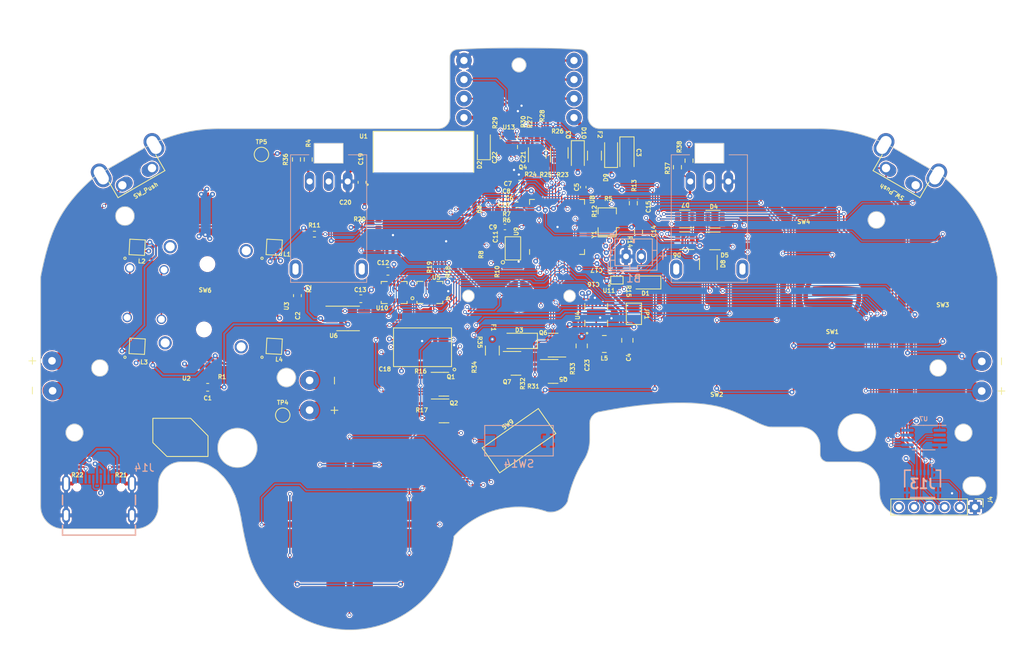
<source format=kicad_pcb>
(kicad_pcb (version 20221018) (generator pcbnew)
  (layers (0 "F.Cu" signal) (1 "In1.Cu" signal) (2 "In2.Cu" signal) (31 "B.Cu" signal) (34 "B.Paste" user) (35 "F.Paste" user) (36 "B.SilkS" user "B.Silkscreen") (37 "F.SilkS" user "F.Silkscreen") (38 "B.Mask" user) (39 "F.Mask" user) (44 "Edge.Cuts" user))
  (net 0 "")
  (net 1 "GND")
  (net 2 "LX")
  (net 3 "LY")
  (net 8 "RX")
  (net 17 "RY")
  (net 18 "+1V1")
  (net 19 "+3V3")
  (net 21 "BATTERY_POS")
  (net 24 "BAT_LVL")
  (net 28 "VBUS_SYS")
  (net 30 "USB_EN")
  (net 33 "BTN_PWR")
  (net 34 "Net-(D1-A)")
  (net 35 "RUMBLE-")
  (net 36 "Net-(Q7-D)")
  (net 37 "Net-(J14-CC1)")
  (net 38 "D+")
  (net 39 "D-")
  (net 41 "Net-(J14-CC2)")
  (net 43 "SL_RGB")
  (net 44 "Net-(L1-DOUT)")
  (net 45 "SR_RGB")
  (net 46 "Net-(L2-DOUT)")
  (net 47 "Net-(L3-DOUT)")
  (net 48 "DD_Pull")
  (net 49 "DL_Pull")
  (net 50 "DU_Pull")
  (net 51 "ZL_Pull")
  (net 52 "Net-(Q1-B)")
  (net 53 "ESP_RTS")
  (net 54 "ESP_EN")
  (net 55 "Net-(Q2-B)")
  (net 56 "ESP_DTR")
  (net 57 "ESP_IO0")
  (net 59 "N_LATCH_3.3")
  (net 60 "N_LATCH")
  (net 62 "N_CLOCK_3.3")
  (net 63 "N_DATA_3.3")
  (net 64 "N_DATA")
  (net 65 "N_CLOCK")
  (net 66 "Net-(Q5-G)")
  (net 67 "Net-(Q5-D)")
  (net 68 "Net-(Q7-G)")
  (net 69 "Net-(U2-VOUT)")
  (net 70 "Net-(U3-VOUT)")
  (net 71 "/RUN")
  (net 72 "RP_USB+")
  (net 73 "Net-(U8-USB_DP)")
  (net 74 "RP_USB-")
  (net 75 "Net-(U8-USB_DM)")
  (net 76 "I2C_SCL")
  (net 77 "I2C_SDA")
  (net 78 "USB_BOOT")
  (net 79 "Net-(U9-{slash}CS)")
  (net 80 "RGB_OUT")
  (net 81 "Net-(R12-Pad1)")
  (net 82 "XTAL_OUT")
  (net 83 "ESP_IO15")
  (net 84 "ESP_CTS")
  (net 85 "ESP_IO13")
  (net 86 "SHARED_PU")
  (net 87 "USB_SEL")
  (net 88 "R_BRAKE")
  (net 89 "RUMBLE")
  (net 90 "ESP_RX0")
  (net 91 "ESP_TX0")
  (net 92 "LADC_CS")
  (net 93 "SPI_TX")
  (net 94 "SPI_RX")
  (net 95 "SPI_CK")
  (net 96 "RADC_CS")
  (net 97 "Scan_C")
  (net 98 "Scan_D")
  (net 99 "Scan_B")
  (net 100 "Scan_A")
  (net 101 "XTAL_IN")
  (net 102 "/SWCLK")
  (net 103 "/SWD")
  (net 104 "IMU0_CS")
  (net 105 "ZL_ANALOG")
  (net 106 "ZR_ANALOG")
  (net 107 "SIO3")
  (net 108 "SCLK")
  (net 109 "SIO0")
  (net 110 "SIO2")
  (net 111 "SIO1")
  (net 117 "UART_USB+")
  (net 118 "UART_USB-")
  (net 119 "L_Pull")
  (net 120 "DR_Pull")
  (net 121 "A_Pull")
  (net 122 "B_Pull")
  (net 123 "SL_Pull")
  (net 124 "R_Pull")
  (net 125 "Y_Pull")
  (net 126 "X_Pull")
  (net 127 "ZR_Pull")
  (net 128 "Plus_Pull")
  (net 129 "+5V_PRE")
  (net 130 "+3V3_PRE")
  (net 131 "Net-(D9-A)")
  (net 136 "IMU1_CS")
  (net 137 "RS_B_IN")
  (net 138 "Pulldown_C")
  (net 139 "Pulldown_D")
  (net 140 "Pulldown_A")
  (net 141 "Pulldown_B")
  (net 142 "VBUS")
  (net 143 "Net-(U4-L1)")
  (net 144 "Net-(U4-L2)")
  (footprint "Resistor_SMD:R_0201_0603Metric" (layer "F.Cu") (at 219.0496 95.25 90)
    (fp_text reference "R30")
    (fp_text value "10k" hide)
  )
  (footprint "Capacitor_SMD:C_0402_1005Metric" (layer "F.Cu") (at 230.4542 113.2078)
    (fp_text reference "C17")
    (fp_text value "10uF" hide)
  )
  (footprint "Capacitor_SMD:C_0805_2012Metric" (layer "F.Cu") (at 232.7148 122.301 90)
    (fp_text reference "C4")
    (fp_text value "10uF")
  )
  (footprint "Resistor_SMD:R_0201_0603Metric" (layer "F.Cu") (at 178.1048 127.2032)
    (fp_text reference "R1")
    (fp_text value "1k" hide)
  )
  (footprint "Resistor_SMD:R_0201_0603Metric" (layer "F.Cu") (at 213.3092 109.3724 90)
    (fp_text reference "R8")
    (fp_text value "1k" hide)
  )
  (footprint "Resistor_SMD:R_0201_0603Metric" (layer "F.Cu") (at 229.5652 104.4956 180)
    (fp_text reference "R5")
    (fp_text value "10k" hide)
  )
  (footprint "Resistor_SMD:R_0201_0603Metric" (layer "F.Cu") (at 160.4772 138.938 180)
    (fp_text reference "R22")
    (fp_text value "5.1k")
  )
  (footprint "Resistor_SMD:R_0603_1608Metric" (layer "F.Cu") (at 240.8174 98.7044 90)
    (fp_text reference "R38")
    (fp_text value "75k" hide)
  )
  (footprint "Inductor_SMD:L_1008_2520Metric" (layer "F.Cu") (at 229.6922 122.7836 180)
    (fp_text reference "L5")
    (fp_text value "1.3A 2.2uH ±20% 80mΩ" hide)
  )
  (footprint "hhl:GH39F" (layer "F.Cu") (at 177.333662 116.5844 -3)
    (fp_text reference "U3")
    (fp_text value "GH39F (Hall SOT23)" hide)
  )
  (footprint "Resistor_SMD:R_0201_0603Metric" (layer "F.Cu") (at 218.1339 106.5669)
    (fp_text reference "R6")
    (fp_text value "27" hide)
  )
  (footprint "hhl:progcc_bpad" (layer "F.Cu") (at 244.457313 124.14254)
    (fp_text reference "SW2")
    (fp_text value "SW_Push" hide)
  )
  (footprint "Capacitor_SMD:C_0201_0603Metric" (layer "F.Cu") (at 234.6452 105.0798 90)
    (fp_text reference "C15")
    (fp_text value "100n" hide)
  )
  (footprint "Resistor_SMD:R_0201_0603Metric" (layer "F.Cu") (at 213.4108 125.6792 90)
    (fp_text reference "R34")
    (fp_text value "10k" hide)
  )
  (footprint "Resistor_SMD:R_0201_0603Metric" (layer "F.Cu") (at 228.4984 107.1372 -90)
    (fp_text reference "R12")
    (fp_text value "1k" hide)
  )
  (footprint "hhl:LGA14" (layer "F.Cu") (at 202.0896 116.0272)
    (fp_text reference "U10")
    (fp_text value "ST_LSM6" hide)
  )
  (footprint "Capacitor_SMD:C_0201_0603Metric" (layer "F.Cu") (at 215.2784 96.7378 -90)
    (fp_text reference "C22")
    (fp_text value "100n" hide)
  )
  (footprint "hhl:progcc_bpad" (layer "F.Cu") (at 259.633657 116.5844)
    (fp_text reference "SW1")
    (fp_text value "SW_Push" hide)
  )
  (footprint "Capacitor_SMD:C_0603_1608Metric" (layer "F.Cu") (at 201.2696 113.2332)
    (fp_text reference "C12")
    (fp_text value "100nF" hide)
  )
  (footprint "Package_DFN_QFN:Texas_UQFN-10_1.5x2mm_P0.5mm" (layer "F.Cu") (at 217.158 96.2806 90)
    (fp_text reference "U13")
    (fp_text value "PI3USB4000A" hide)
  )
  (footprint "Capacitor_SMD:C_0201_0603Metric" (layer "F.Cu") (at 216.165993 108.700008 90)
    (fp_text reference "C11")
    (fp_text value "100n" hide)
  )
  (footprint "hhl:progcc_dpad" (layer "F.Cu") (at 196.233657 154.3444 180)
    (fp_text reference "SW11" hide)
    (fp_text value "SW_Push" hide)
  )
  (footprint "Package_TO_SOT_SMD:SOT-23" (layer "F.Cu") (at 208.6125 128.0668)
    (fp_text reference "Q1")
    (fp_text value "MMBT3904" hide)
  )
  (footprint "hhl:progcc_bpad" (layer "F.Cu") (at 274.146617 113.094002)
    (fp_text reference "SW3")
    (fp_text value "SW_Push" hide)
  )
  (footprint "hhl:HHL_Logo" (layer "F.Cu") (at 173.33667 135.49194)
    (fp_text reference "REF**" hide)
    (fp_text value "HHL_Logo" hide)
  )
  (footprint "Fuse:Fuse_1206_3216Metric_Pad1.42x1.75mm_HandSolder" (layer "F.Cu") (at 214.9856 123.6472 -90)
    (fp_text reference "F1")
    (fp_text value "Fuse" hide)
  )
  (footprint "TestPoint:TestPoint_Pad_D1.5mm" (layer "F.Cu") (at 187.452 132.1308)
    (fp_text reference "TP4")
    (fp_text value "TestPoint")
  )
  (footprint "Capacitor_Tantalum_SMD:CP_EIA-3216-18_Kemet-A" (layer "F.Cu") (at 232.664 97.8916 -90)
    (fp_text reference "C3")
    (fp_text value "47uF 6.3v" hide)
  )
  (footprint "Resistor_SMD:R_0201_0603Metric" (layer "F.Cu") (at 166.2176 138.938 180)
    (fp_text reference "R21")
    (fp_text value "5.1k")
  )
  (footprint "Resistor_SMD:R_0201_0603Metric" (layer "F.Cu") (at 213.2584 103.8352 -90)
    (fp_text reference "R9")
    (fp_text value "1k" hide)
  )
  (footprint "Resistor_SMD:R_0201_0603Metric" (layer "F.Cu") (at 225.2924 124.377822 90)
    (fp_text reference "R33")
    (fp_text value "10k" hide)
  )
  (footprint "hhl:SK6805-EC-15" (layer "F.Cu") (at 168.333662 110.0844 -3)
    (fp_text reference "L2")
    (fp_text value "SK6805-EC-15" hide)
  )
  (footprint "Resistor_SMD:R_0201_0603Metric" (layer "F.Cu") (at 205.8924 130.6068 180)
    (fp_text reference "R17")
    (fp_text value "10k" hide)
  )
  (footprint "Package_TO_SOT_SMD:SOT-363_SC-70-6" (layer "F.Cu") (at 240.2688 106.3648 180)
    (fp_text reference "D7")
    (fp_text value "BAS16VY,115" hide)
  )
  (footprint "Resistor_SMD:R_0603_1608Metric" (layer "F.Cu") (at 239.2934 99.568 -90)
    (fp_text reference "R37")
    (fp_text value "75k" hide)
  )
  (footprint "Resistor_SMD:R_0201_0603Metric" (layer "F.Cu") (at 205.8924 127.1524)
    (fp_text reference "R16")
    (fp_text value "10k" hide)
  )
  (footprint "hhl:GL18" (layer "F.Cu") (at 177.333662 116.5844 -3)
    (fp_text reference "SW6")
    (fp_text value "GL18_SW" hide)
  )
  (footprint "hhl:ESSOP-10" (layer "F.Cu") (at 205.815298 123.214498 180)
    (fp_text reference "U12" hide)
    (fp_text value "CH340K" hide)
  )
  (footprint "Package_TO_SOT_SMD:SOT-23" (layer "F.Cu") (at 218.0844 125.3236)
    (fp_text reference "Q7")
    (fp_text value "Q_NMOS_GSD" hide)
  )
  (footprint "Resistor_SMD:R_0201_0603Metric" (layer "F.Cu") (at 197.5612 107.442)
    (fp_text reference "R20")
    (fp_text value "10k" hide)
  )
  (footprint "Capacitor_SMD:C_0402_1005Metric" (layer "F.Cu") (at 218.3384 102.6668 180)
    (fp_text reference "C8")
    (fp_text value "1u" hide)
  )
  (footprint "Capacitor_SMD:C_0201_0603Metric" (layer "F.Cu") (at 219.0496 96.7232 -90)
    (fp_text reference "C21")
    (fp_text value "1u" hide)
  )
  (footprint "hhl:SK6805-EC-15" (layer "F.Cu") (at 186.333662 110.0844 -3)
    (fp_text reference "L1")
    (fp_text value "SK6805-EC-15" hide)
  )
  (footprint "hhl:progcc_dpad" (layer "F.Cu") (at 204.083657 146.4944 -90)
    (fp_text reference "SW13" hide)
    (fp_text value "SW_Push" hide)
  )
  (footprint "Package_TO_SOT_SMD:SOT-23" (layer "F.Cu") (at 222.9612 126.3904)
    (fp_text reference "Q5")
    (fp_text value "Q_NMOS_GSD" hide)
  )
  (footprint "Resistor_SMD:R_0201_0603Metric" (layer "F.Cu") (at 221.8436 99.7204 180)
    (fp_text reference "R25")
    (fp_text value "1k" hide)
  )
  (footprint "Diode_SMD:D_SOD-123" (layer "F.Cu") (at 218.5416 122.3772 180)
    (fp_text reference "D3")
    (fp_text value "M7C" hide)
  )
  (footprint "hhl:DSBGA" (layer "F.Cu") (at 231.3432 114.4016 90)
    (fp_text reference "U11")
    (fp_text value "BQ25180" hide)
  )
  (footprint "Capacitor_SMD:C_0402_1005Metric" (layer "F.Cu") (at 226.9236 102.1842 -90)
    (fp_text reference "C5")
    (fp_text value "100n" hide)
  )
  (footprint "Resistor_SMD:R_0603_1608Metric" (layer "F.Cu") (at 189.2554 98.552 90)
    (fp_text reference "R36")
    (fp_text value "75k")
  )
  (footprint "Capacitor_SMD:C_0805_2012Metric" (layer "F.Cu") (at 226.7204 123.0376 -90)
    (fp_text reference "C23")
    (fp_text value "10uF")
  )
  (footprint "Resistor_SMD:R_0402_1005Metric" (layer "F.Cu") (at 191.6176 108.3564)
    (fp_text reference "R11")
    (fp_text value "330" hide)
  )
  (footprint "Resistor_SMD:R_0603_1608Metric" (layer "F.Cu") (at 190.8048 98.552 -90)
    (fp_text reference "R4")
    (fp_text value "75k")
  )
  (footprint "Resistor_SMD:R_0201_0603Metric" (layer "F.Cu") (at 208.3816 112.5728 -90)
    (fp_text reference "R18")
    (fp_text value "0" hide)
  )
  (footprint "Resistor_SMD:R_0201_0603Metric" (layer "F.Cu") (at 215.2784 95.2646 -90)
    (fp_text reference "R29")
    (fp_text value "10k" hide)
  )
  (footprint "hhl:Z_Switch_Edge_Omron" (layer "F.Cu") (at 168.332214 100.8094 30)
    (fp_text reference "SW7" hide)
    (fp_text value "SW_Push")
  )
  (footprint "Capacitor_SMD:C_0402_1005Metric" (layer "F.Cu") (at 216.6366 107.4166)
    (fp_text reference "C9")
    (fp_text value "100n" hide)
  )
  (footprint "hhl:Z_Switch_Edge_Omron" (layer "F.Cu") (at 268.6351 100.8094 -30)
    (fp_text reference "SW8" hide)
    (fp_text value "SW_Push")
  )
  (footprint "Capacitor_SMD:C_0201_0603Metric" (layer "F.Cu") (at 218.4908 103.5812 180)
    (fp_text reference "C6")
    (fp_text value "100n" hide)
  )
  (footprint "Resistor_SMD:R_0201_0603Metric" (layer "F.Cu") (at 207.518 112.588 90)
    (fp_text reference "R19")
    (fp_text value "0" hide)
  )
  (footprint "Package_TO_SOT_SMD:SOT-23" (layer "F.Cu") (at 222.9612 122.936 180)
    (fp_text reference "Q6")
    (fp_text value "Q_PMOS_GDS" hide)
  )
  (footprint "Capacitor_SMD:C_0603_1608Metric" (layer "F.Cu") (at 197.7136 116.84)
    (fp_text reference "C13")
    (fp_text value "100nF" hide)
  )
  (footprint "Resistor_SMD:R_0201_0603Metric" (layer "F.Cu") (at 224.1296 99.7204)
    (fp_text reference "R23")
    (fp_text value "1k" hide)
  )
  (footprint "Resistor_SMD:R_0201_0603Metric" (layer "F.Cu") (at 213.4108 124.1552 90)
    (fp_text reference "R35")
    (fp_text value "100R" hide)
  )
  (footprint "Resistor_SMD:R_0201_0603Metric" (layer "F.Cu") (at 221.5388 95.3008 -90)
    (fp_text reference "R28")
    (fp_text value "1k" hide)
  )
  (footprint "Resistor_SMD:R_0201_0603Metric" (layer "F.Cu") (at 215.5952 111.7346 90)
    (fp_text reference "R10")
    (fp_text value "1k" hide)
  )
  (footprint "Package_DFN_QFN:QFN-56-1EP_7x7mm_P0.4mm_EP3.2x3.2mm" (layer "F.Cu") (at 223.4848 107.4081 90)
    (fp_text reference "U8")
    (fp_text value "RP2040" hide)
  )
  (footprint "Fuse:Fuse_1206_3216Metric_Pad1.42x1.75mm_HandSolder" (layer "F.Cu") (at 228.3968 98.044 90)
    (fp_text reference "F2")
    (fp_text value "Fuse" hide)
  )
  (footprint "Resistor_SMD:R_0201_0603Metric" (layer "F.Cu") (at 218.1339 105.8557)
    (fp_text reference "R7")
    (fp_text value "27" hide)
  )
  (footprint "Resistor_SMD:R_0201_0603Metric" (layer "F.Cu") (at 223.3168 95.6564)
    (fp_text reference "R26")
    (fp_text value "1k" hide)
  )
  (footprint "hhl:SK6805-EC-15" (layer "F.Cu") (at 186.333662 123.0844 -3)
    (fp_text reference "L4")
    (fp_text value "SK6805-EC-15" hide)
  )
  (footprint "Connector_PinHeader_2.00mm:PinHeader_1x06_P2.00mm_Vertical" (layer "F.Cu") (at 278.3802 144.1958 -90)
    (fp_text reference "J4")
    (fp_text value "Conn_01x06_Pin" hide)
  )
  (footprint "Resistor_SMD:R_0603_1608Metric" (layer "F.Cu") (at 234.188 108.0516 -90)
    (fp_text reference "R14")
    (fp_text value "75k" hide)
  )
  (footprint "Package_TO_SOT_SMD:SOT-363_SC-70-6" (layer "F.Cu") (at 243.3574 112.3188 -90)
    (fp_text reference "D8")
    (fp_text value "BAS16VY,115" hide)
  )
  (footprint "Diode_SMD:D_SOD-323_HandSoldering" (layer "F.Cu") (at 213.868 96.5708 90)
    (fp_text reference "D2")
    (fp_text value "CUS08F30" hide)
  )
  (footprint "Jumper:SolderJumper-2_P1.3mm_Open_Pad1.0x1.5mm" (layer "F.Cu") (at 233.5784 118.8212 -90)
    (fp_text reference "JP1")
    (fp_text value "SolderJumper_2_Open")
  )
  (footprint "hhl:snes_pad" (layer "F.Cu") (at 218.483657 116.4844)
    (fp_text reference "SW5" hide)
    (fp_text value "SW_Push" hide)
  )
  (footprint "hhl:progcc_dpad" (layer "F.Cu") (at 188.383657 146.4944 90)
    (fp_text reference "SW12" hide)
    (fp_text value "SW_Push" hide)
  )
  (footprint "Capacitor_SMD:C_0402_1005Metric" (layer "F.Cu") (at 218.2596 104.4956)
    (fp_text reference "C10")
    (fp_text value "100n" hide)
  )
  (footprint "Package_SO:MSOP-8_3x3mm_P0.65mm" (layer "F.Cu") (at 196.0372 119.4308)
    (fp_text reference "U6")
    (fp_text value "MCP3002" hide)
  )
  (footprint "Capacitor_SMD:C_0201_0603Metric" (layer "F.Cu") (at 228.9556 114.1984 180)
    (fp_text reference "C16")
    (fp_text value "1u" hide)
  )
  (footprint "Capacitor_SMD:C_0201_0603Metric" (layer "F.Cu") (at 201.168 125.222 180)
    (fp_text reference "C18")
    (fp_text value "100n" hide)
  )
  (footprint "Resistor_SMD:R_0201_0603Metric" (layer "F.Cu") (at 220.3704 99.7204 180)
    (fp_text reference "R24")
    (fp_text value "1k" hide)
  )
  (footprint "Package_TO_SOT_SMD:SOT-363_SC-70-6" (layer "F.Cu") (at 244.221 109.2454)
    (fp_text reference "D5")
    (fp_text value "BAS16VY,115" hide)
  )
  (footprint "Resistor_SMD:R_0201_0603Metric" (layer "F.Cu") (at 188.1124 115.7732 90)
    (fp_text reference "R2")
    (fp_text value "1k" hide)
  )
  (footprint "Crystal:Resonator_SMD_Murata_CSTxExxV-3Pin_3.0x1.1mm" (layer "F.Cu") (at 230.0732 106.7054 90)
    (fp_text reference "Y1")
    (fp_text value "Crystal_GND3")
  )
  (footprint "Resistor_SMD:R_0201_0603Metric" (layer "F.Cu") (at 220.218 127.508)
    (fp_text reference "R31")
    (fp_text value "10k" hide)
  )
  (footprint "hhl:rumble_pins" (layer "F.Cu") (at 191.2957 130.698 180)
    (fp_text reference "J1" hide)
    (fp_text value "Rumble" hide)
  )
  (footprint "Resistor_SMD:R_0201_0603Metric" (layer "F.Cu") (at 220.5736 125.7808 90)
    (fp_text reference "R32")
    (fp_text value "100R" hide)
  )
  (footprint "Capacitor_SMD:C_0603_1608Metric_Pad1.08x0.95mm_HandSolder" (layer "F.Cu") (at 177.5968 128.4732)
    (fp_text reference "C1")
    (fp_text value ".047u" hide)
  )
  (footprint "hhl:GH39F" (layer "F.Cu") (at 177.333662 116.5844 -93)
    (fp_text reference "U2")
    (fp_text value "GH39F (Hall SOT23)" hide)
  )
  (footprint "Capacitor_SMD:C_0402_1005Metric" (layer "F.Cu") (at 218.5416 101.6508 180)
    (fp_text reference "C7")
    (fp_text value "100n" hide)
  )
  (footprint "hhl:progcc_bpad" (layer "F.Cu") (at 255.891532 102.212626)
    (fp_text reference "SW4")
    (fp_text value "SW_Push" hide)
  )
  (footprint "Capacitor_SMD:C_0603_1608Metric" (layer "F.Cu") (at 197.866 101.5492 90)
    (fp_text reference "C19")
    (fp_text value "10uF/10V (20%)" hide)
  )
  (footprint "Resistor_SMD:R_0201_0603Metric" (layer "F.Cu") (at 219.8624 95.25 -90)
    (fp_text reference "R27")
    (fp_text value "1k" hide)
  )
  (footprint "Capacitor_SMD:C_0201_0603Metric" (layer "F.Cu") (at 197.866 103.4796)
    (fp_text reference "C20")
    (fp_text value "100n" hide)
  )
  (footprint "Diode_SMD:D_SOD-323_HandSoldering" (layer "F.Cu") (at 226.2124 98.0948 -90)
    (fp_text reference "D10")
    (fp_text value "CUS08F30" hide)
  )
  (footprint "TestPoint:TestPoint_Pad_D1.5mm" (layer "F.Cu") (at 184.658 97.8916)
    (fp_text reference "TP5")
    (fp_text value "TestPoint")
  )
  (footprint "Capacitor_SMD:C_0603_1608Metric_Pad1.08x0.95mm_HandSolder" (layer "F.Cu") (at 189.3824 116.4336 90)
    (fp_text reference "C2")
    (fp_text value ".047u" hide)
  )
  (footprint "hhl:progcc_dpad" (layer "F.Cu") (at 196.233657 138.6444)
    (fp_text reference "SW10" hide)
    (fp_text value "SW_Push" hide)
  )
  (footprint "Package_TO_SOT_SMD:SOT-23" (layer "F.Cu") (at 208.6356 131.572)
    (fp_text reference "Q2")
    (fp_text value "MMBT3904" hide)
  )
  (footprint "hhl:MODULE_ESP32-PICO-MINI-02" (layer "F.Cu") (at 205.936 105.8548)
    (fp_text reference "U1")
    (fp_text value "ESP32-PICO-MINI-02" hide)
  )
  (footprint "Resistor_SMD:R_0603_1608Metric" (layer "F.Cu") (at 233.5022 104.2924 -90)
    (fp_text reference "R13")
    (fp_text value "75k" hide)
  )
  (footprint "Capacitor_SMD:C_0201_0603Metric" (layer "F.Cu") (at 235.3564 108.458 -90)
    (fp_text reference "C14")
    (fp_text value "1u" hide)
  )
  (footprint "Resistor_SMD:R_0201_0603Metric" (layer "F.Cu") (at 232.6132 114.2492 90)
    (fp_text reference "R15")
    (fp_text value "10k" hide)
  )
  (footprint "hhl:LGA14" (layer "F.Cu") (at 206.7804 116.0138)
    (fp_text reference "U5")
    (fp_text value "ST_LSM6" hide)
  )
  (footprint "hhl:VREG_V62_16624-01YE" (layer "F.Cu") (at 228.6254 118.9736 90)
    (fp_text reference "U4")
    (fp_text value "TPS630001RCR")
  )
  (footprint "Package_TO_SOT_SMD:SOT-363_SC-70-6" (layer "F.Cu") (at 240.284 109.22 180)
    (fp_text reference "D6")
    (fp_text value "BAS16VY,115" hide)
  )
  (footprint "hhl:rumble_pins" (layer "F.Cu") (at 278.9003 128.1684 180)
    (fp_text reference "J3" hide)
    (fp_text value "RT" hide)
  )
  (footprint "Package_TO_SOT_SMD:SOT-363_SC-70-6" (layer "F.Cu") (at 220.8784 97.6884 90)
    (fp_text reference "Q4")
    (fp_text value "BSS138DW" hide)
  )
  (footprint "hhl:rumble_pins" (layer "F.Cu") (at 157.5225 125.7912)
    (fp_text reference "J2" hide)
    (fp_text value "LT" hide)
  )
  (footprint "hhl:TS09" (layer "F.Cu") (at 218.483657 135.4844 -145)
    (fp_text reference "SW9")
    (fp_text value "TS09-63-25-R-260-SMT" hide)
  )
  (footprint "hhl:SK6805-EC-15" (layer "F.Cu") (at 168.333662 123.0844 -3)
    (fp_text reference "L3")
    (fp_text value "SK6805-EC-15" hide)
  )
  (footprint "Diode_SMD:D_SOD-323_HandSoldering" (layer "F.Cu") (at 230.5812 97.5868 90)
    (fp_text reference "D9")
    (fp_text value "CUS08F30" hide)
  )
  (footprint "Package_TO_SOT_SMD:SOT-363_SC-70-6" (layer "F.Cu") (at 223.774 97.6884 90)
    (fp_text reference "Q3")
    (fp_text value "BSS138DW" hide)
  )
  (footprint "Package_TO_SOT_SMD:SOT-363_SC-70-6" (layer "F.Cu") (at 244.221 106.3856)
    (fp_text reference "D4")
    (fp_text value "BAS16VY,115" hide)
  )
  (footprint "Diode_SMD:D_SOD-323_HandSoldering" (layer "F.Cu") (at 235.1024 114.7064 180)
    (fp_text reference "D1")
    (fp_text value "CUS08F30" hide)
  )
  (footprint "hhl:USON-8-EP(2x3)" (layer "F.Cu") (at 217.689993 110.224008 90)
    (fp_text reference "U9")
    (fp_text value "GD25Q80EEIGR" hide)
  )
  (footprint "hhl:YZ72015053P-01" (layer "B.Cu") (at 211.258657 88.0544 180)
    (fp_text reference "J7" hide)
    (fp_text value "Conn_01x01_Pin" hide)
  )
  (footprint "hhl:TS09" (layer "B.Cu") (at 218.483657 135.4844 180)
    (fp_text reference "SW14")
    (fp_text value "TS09-63-25-R-260-SMT" hide)
  )
  (footprint "hhl:YZ72015053P-01" (layer "B.Cu") (at 225.708657 88.0544 180)
    (fp_text reference "J8" hide)
    (fp_text value "Conn_01x01_Pin" hide)
  )
  (footprint "hhl:GCT_USB4105-GF-A-060" (layer "B.Cu") (at 163.322 145.288 180)
    (fp_text reference "J14")
    (fp_text value "USB4105-GF-A-060" hide)
  )
  (footprint "hhl:YZ72015053P-01" (layer "B.Cu") (at 225.708657 93.0544 180)
    (fp_text reference "J12" hide)
    (fp_text value "Conn_01x01_Pin" hide)
  )
  (footprint "hhl:YZ72015053P-01" (layer "B.Cu") (at 225.708657 85.5544 180)
    (fp_text reference "J6" hide)
    (fp_text value "Conn_01x01_Pin" hide)
  )
  (footprint "hhl:YZ72015053P-01" (layer "B.Cu") (at 225.708657 90.5544 180)
    (fp_text reference "J10" hide)
    (fp_text value "Conn_01x01_Pin" hide)
  )
  (footprint "hhl:5034800640" (layer "B.Cu") (at 271.490173 141.15658 180)
    (fp_text reference "J13")
    (fp_text value "503480-0640" hide)
  )
  (footprint "hhl:YZ72015053P-01" (layer "B.Cu") (at 211.258657 93.0544 180)
    (fp_text reference "J11" hide)
    (fp_text value "Conn_01x01_Pin" hide)
  )
  (footprint "hhl:YZ72015053P-01" (layer "B.Cu") (at 211.258657 90.5544 180)
    (fp_text reference "J9" hide)
    (fp_text value "Conn_01x01_Pin" hide)
  )
  (footprint "hhl:GCC_Slider" (layer "B.Cu") (at 243.483657 101.4344 180)
    (fp_text reference "RV2" hide)
    (fp_text value "Slider_GCC-Gamecube_MB")
  )
  (footprint "Connector_JST:JST_PH_B2B-PH-K_1x02_P2.00mm_Vertical" (layer "B.Cu") (at 232.547596 111.285471)
    (fp_text reference "B1")
    (fp_text value "Battery")
  )
  (footprint "hhl:YZ72015053P-01" (layer "B.Cu") (at 211.258657 85.5544 180)
    (fp_text reference "J5" hide)
    (fp_text value "Conn_01x01_Pin" hide)
  )
  (footprint "Package_SO:MSOP-8_3x3mm_P0.65mm" (layer "B.Cu") (at 271.6276 135.0772 180)
    (fp_text reference "U7")
    (fp_text value "MCP3002" hide)
  )
  (footprint "hhl:GCC_Slider" (layer "B.Cu") (at 193.483657 101.4344 180)
    (fp_text reference "RV1" hide)
    (fp_text value "Slider_GCC-Gamecube_MB" hide)
  )
  (gr_circle (center 211.833657 116.4844) (end 211.054832 116.4844) (stroke (width 0.1)) (fill none) (layer "Edge.Cuts"))
  (gr_curve (pts (xy 210.98524 84.058545) (xy 210.766829 84.070956) (xy 210.550668 84.084038) (xy 210.336346 84.09788)) (stroke (width 0.1)) (layer "Edge.Cuts"))
  (gr_curve (pts (xy 228.450425 131.941646) (xy 228.287869 132.049934) (xy 228.148018 132.188938) (xy 228.038744 132.350833)) (stroke (width 0.1)) (layer "Edge.Cuts"))
  (gr_arc (start 281.321867 142.31648) (mid 280.443187 144.4378) (end 278.321867 145.31648) (stroke (width 0.1)) (layer "Edge.Cuts"))
  (gr_arc (start 268.84115 145.31648) (mid 266.719829 144.437801) (end 265.84115 142.31648) (stroke (width 0.1)) (layer "Edge.Cuts"))
  (gr_arc (start 224.868706 143.478091) (mid 223.783102 144.589427) (end 222.251397 144.849207) (stroke (width 0.1)) (layer "Edge.Cuts"))
  (gr_curve (pts (xy 209.475667 84.71615) (xy 209.525103 84.595685) (xy 209.597596 84.486027) (xy 209.689065 84.393349)) (stroke (width 0.1)) (layer "Edge.Cuts"))
  (gr_curve (pts (xy 209.985538 84.186097) (xy 210.096137 84.135611) (xy 210.215021 84.105716) (xy 210.336346 84.09788)) (stroke (width 0.1)) (layer "Edge.Cuts"))
  (gr_circle (center 218.483657 86.139125) (end 217.558657 86.139125) (stroke (width 0.1)) (fill none) (layer "Edge.Cuts"))
  (gr_curve (pts (xy 218.483657 83.889125) (xy 219.717579 83.889125) (xy 220.962698 83.896331) (xy 222.195368 83.920253)) (stroke (width 0.1)) (layer "Edge.Cuts"))
  (gr_line (start 227.566517 92.997189) (end 227.566517 85.095801) (stroke (width 0.1)) (layer "Edge.Cuts"))
  (gr_line (start 257.94167 94.497189) (end 229.066517 94.497189) (stroke (width 0.1)) (layer "Edge.Cuts"))
  (gr_circle (center 225.133657 116.4844) (end 224.354832 116.4844) (stroke (width 0.1)) (fill none) (layer "Edge.Cuts"))
  (gr_curve (pts (xy 277.698333 104.472377) (xy 278.579232 105.662138) (xy 279.11995 106.707329) (xy 279.504817 107.586835)) (stroke (width 0.1)) (layer "Edge.Cuts"))
  (gr_curve (pts (xy 228.038744 132.350833) (xy 227.955551 132.474088) (xy 227.891147 132.609031) (xy 227.847648 132.751231)) (stroke (width 0.1)) (layer "Edge.Cuts"))
  (gr_curve (pts (xy 181.179744 142.700619) (xy 180.817555 141.913749) (xy 180.682721 141.658293) (xy 180.53702 141.408821)) (stroke (width 0.1)) (layer "Edge.Cuts"))
  (gr_curve (pts (xy 177.575211 138.627852) (xy 176.905597 138.385261) (xy 176.683248 138.328324) (xy 176.027148 138.270923)) (stroke (width 0.1)) (layer "Edge.Cuts"))
  (gr_curve (pts (xy 182.699386 149.27362) (xy 182.72687 149.408449) (xy 182.757148 149.546503) (xy 182.790585 149.687817)) (stroke (width 0.1)) (layer "Edge.Cuts"))
  (gr_line (start 158.645447 147.06648) (end 168.126164 147.06648) (stroke (width 0.1)) (layer "Edge.Cuts"))
  (gr_arc (start 277.983657 142.63763) (mid 276.780427 141.4344) (end 277.983657 140.23117) (stroke (width 0.1)) (layer "Edge.Cuts"))
  (gr_curve (pts (xy 226.904305 138.215947) (xy 226.941754 138.154398) (xy 226.979619 138.093104) (xy 227.017898 138.03207)) (stroke (width 0.1)) (layer "Edge.Cuts"))
  (gr_curve (pts (xy 218.746843 144.205999) (xy 218.660073 144.20398) (xy 218.573326 144.20296) (xy 218.48662 144.202937)) (stroke (width 0.1)) (layer "Edge.Cuts"))
  (gr_line (start 277.983657 140.23117) (end 278.583657 140.23117) (stroke (width 0.1)) (layer "Edge.Cuts"))
  (gr_line (start 274.119567 100.731685) (end 267.916864 97.162383) (stroke (width 0.1)) (layer "Edge.Cuts"))
  (gr_line (start 207.900797 94.497189) (end 179.025644 94.497189) (stroke (width 0.1)) (layer "Edge.Cuts"))
  (gr_curve (pts (xy 183.592474 152.072652) (xy 183.753899 152.438227) (xy 183.93105 152.796559) (xy 184.123479 153.146811)) (stroke (width 0.1)) (layer "Edge.Cuts"))
  (gr_arc (start 209.400797 92.997189) (mid 208.961458 94.05785) (end 207.900797 94.497189) (stroke (width 0.1)) (layer "Edge.Cuts"))
  (gr_line (start 191.583657 99.0344) (end 191.583657 96.4344) (stroke (width 0.1)) (layer "Edge.Cuts"))
  (gr_line (start 251.641099 133.700615) (end 255.464183 133.700615) (stroke (width 0.1)) (layer "Edge.Cuts"))
  (gr_curve (pts (xy 214.350983 144.966617) (xy 213.046308 145.472242) (xy 211.84653 146.215857) (xy 210.812979 147.159782)) (stroke (width 0.1)) (layer "Edge.Cuts"))
  (gr_line (start 278.583657 142.63763) (end 277.983657 142.63763) (stroke (width 0.1)) (layer "Edge.Cuts"))
  (gr_curve (pts (xy 182.19411 146.945036) (xy 182.039961 146.076155) (xy 181.988599 145.787386) (xy 181.935863 145.499471)) (stroke (width 0.1)) (layer "Edge.Cuts"))
  (gr_arc (start 257.94167 94.497189) (mid 263.104222 95.174972) (end 267.916864 97.162383) (stroke (width 0.1)) (layer "Edge.Cuts"))
  (gr_curve (pts (xy 218.48662 144.202937) (xy 217.072892 144.19661) (xy 215.67029 144.455321) (xy 214.350983 144.966617)) (stroke (width 0.1)) (layer "Edge.Cuts"))
  (gr_curve (pts (xy 237.399724 130.596286) (xy 239.856103 130.452836) (xy 242.3811 130.487536) (xy 244.585609 130.996282)) (stroke (width 0.1)) (layer "Edge.Cuts"))
  (gr_curve (pts (xy 195.095996 160.287545) (xy 196.868072 160.43652) (xy 198.651799 160.240972) (xy 200.349124 159.711751)) (stroke (width 0.1)) (layer "Edge.Cuts"))
  (gr_curve (pts (xy 210.812979 147.159782) (xy 210.612051 147.343286) (xy 210.418107 147.533721) (xy 210.231462 147.730657)) (stroke (width 0.1)) (layer "Edge.Cuts"))
  (gr_curve (pts (xy 227.782036 135.375479) (xy 227.782036 135.843037) (xy 227.716453 136.308292) (xy 227.587206 136.757631)) (stroke (width 0.1)) (layer "Edge.Cuts"))
  (gr_line (start 171.126164 144.06648) (end 171.126164 141.270923) (stroke (width 0.1)) (layer "Edge.Cuts"))
  (gr_curve (pts (xy 222.195368 83.920253) (xy 223.460546 83.944805) (xy 224.724913 83.987106) (xy 225.982074 84.058545)) (stroke (width 0.1)) (layer "Edge.Cuts"))
  (gr_curve (pts (xy 228.986631 131.71939) (xy 231.661586 131.182071) (xy 234.493589 130.766002) (xy 237.399724 130.596286)) (stroke (width 0.1)) (layer "Edge.Cuts"))
  (gr_arc (start 169.05045 97.162383) (mid 173.863092 95.17497) (end 179.025644 94.497189) (stroke (width 0.1)) (layer "Edge.Cuts"))
  (gr_arc (start 259.039183 138.270923) (mid 258.332077 137.978029) (end 258.039183 137.270923) (stroke (width 0.1)) (layer "Edge.Cuts"))
  (gr_circle (center 181.503131 136.425615) (end 178.928131 136.425615) (stroke (width 0.1)) (fill none) (layer "Edge.Cuts"))
  (gr_line (start 174.126164 138.270923) (end 176.027148 138.270923) (stroke (width 0.1)) (layer "Edge.Cuts"))
  (gr_curve (pts (xy 180.53702 141.408821) (xy 180.048417 140.697589) (xy 179.872384 140.471314) (xy 179.687188 140.254247)) (stroke (width 0.1)) (layer "Edge.Cuts"))
  (gr_curve (pts (xy 222.251397 144.849207) (xy 221.12603 144.451387) (xy 219.943303 144.233847) (xy 218.746843 144.205999)) (stroke (width 0.1)) (layer "Edge.Cuts"))
  (gr_curve (pts (xy 224.868706 143.478091) (xy 225.234749 141.623158) (xy 225.921444 139.831345) (xy 226.904305 138.215947)) (stroke (width 0.1)) (layer "Edge.Cuts"))
  (gr_arc (start 171.126164 141.270923) (mid 172.004836 139.14959) (end 174.126164 138.270923) (stroke (width 0.1)) (layer "Edge.Cuts"))
  (gr_curve (pts (xy 225.982074 84.058545) (xy 226.200485 84.070956) (xy 226.416646 84.084038) (xy 226.630968 84.09788)) (stroke (width 0.1)) (layer "Edge.Cuts"))
  (gr_line (start 155.645447 113.9708) (end 155.645447 144.06648) (stroke (width 0.1)) (layer "Edge.Cuts"))
  (gr_curve (pts (xy 248.977801 132.718489) (xy 250.092166 133.286956) (xy 250.976537 133.700615) (xy 251.641099 133.700615)) (stroke (width 0.1)) (layer "Edge.Cuts"))
  (gr_curve (pts (xy 155.645447 113.9708) (xy 156.236131 111.000497) (xy 156.854323 108.698265) (xy 157.898092 106.668915)) (stroke (width 0.1)) (layer "Edge.Cuts"))
  (gr_curve (pts (xy 209.900259 148.421163) (xy 209.918425 148.288315) (xy 209.936591 148.155467) (xy 209.954757 148.022619)) (stroke (width 0.1)) (layer "Edge.Cuts"))
  (gr_curve (pts (xy 228.986631 131.71939) (xy 228.795134 131.757856) (xy 228.612981 131.833358) (xy 228.450425 131.941646)) (stroke (width 0.1)) (layer "Edge.Cuts"))
  (gr_circle (center 163.433657 125.9344) (end 162.347654 125.9344) (stroke (width 0.1)) (fill none) (layer "Edge.Cuts"))
  (gr_curve (pts (xy 178.675042 139.303544) (xy 178.02049 138.864176) (xy 177.79859 138.737898) (xy 177.575211 138.627852)) (stroke (width 0.1)) (layer "Edge.Cuts"))
  (gr_curve (pts (xy 227.587206 136.757631) (xy 227.457958 137.20697) (xy 227.26632 137.635967) (xy 227.017898 138.03207)) (stroke (width 0.1)) (layer "Edge.Cuts"))
  (gr_curve (pts (xy 205.10027 157.115775) (xy 206.490202 155.950178) (xy 207.636444 154.521537) (xy 208.473166 152.912172)) (stroke (width 0.1)) (layer "Edge.Cuts"))
  (gr_curve (pts (xy 274.119567 100.731685) (xy 275.430062 101.83371) (xy 276.678153 103.094503) (xy 277.698333 104.472377)) (stroke (width 0.1)) (layer "Edge.Cuts"))
  (gr_curve (pts (xy 190.208787 158.941441) (xy 191.74073 159.688024) (xy 193.397298 160.144739) (xy 195.095996 160.287545)) (stroke (width 0.1)) (layer "Edge.Cuts"))
  (gr_circle (center 166.727061 105.977799) (end 165.502061 105.977799) (stroke (width 0.1)) (fill none) (layer "Edge.Cuts"))
  (gr_curve (pts (xy 182.483002 148.399454) (xy 182.302363 147.526301) (xy 182.246908 147.235523) (xy 182.19411 146.945036)) (stroke (width 0.1)) (layer "Edge.Cuts"))
  (gr_curve (pts (xy 244.585609 130.996282) (xy 246.299988 131.391919) (xy 247.780575 132.107753) (xy 248.977801 132.718489)) (stroke (width 0.1)) (layer "Edge.Cuts"))
  (gr_curve (pts (xy 182.790585 149.687817) (xy 182.983566 150.5034) (xy 183.251936 151.301445) (xy 183.592474 152.072652)) (stroke (width 0.1)) (layer "Edge.Cuts"))
  (gr_line (start 241.583657 99.0344) (end 241.583657 96.4344) (stroke (width 0.1)) (layer "Edge.Cuts"))
  (gr_curve (pts (xy 208.591238 152.679727) (xy 209.244499 151.362974) (xy 209.68295 149.950214) (xy 209.889966 148.494945)) (stroke (width 0.1)) (layer "Edge.Cuts"))
  (gr_line (start 258.039183 136.275615) (end 258.039183 137.270923) (stroke (width 0.1)) (layer "Edge.Cuts"))
  (gr_circle (center 276.865726 134.42726) (end 275.740726 134.42726) (stroke (width 0.1)) (fill none) (layer "Edge.Cuts"))
  (gr_line (start 265.84115 141.270923) (end 265.84115 142.31648) (stroke (width 0.1)) (layer "Edge.Cuts"))
  (gr_line (start 259.039183 138.270923) (end 262.84115 138.270923) (stroke (width 0.1)) (layer "Edge.Cuts"))
  (gr_line (start 268.84115 145.31648) (end 278.321867 145.31648) (stroke (width 0.1)) (layer "Edge.Cuts"))
  (gr_curve (pts (xy 184.123478 153.146811) (xy 184.712154 154.216168) (xy 185.442441 155.2103) (xy 186.302644 156.101791)) (stroke (width 0.1)) (layer "Edge.Cuts"))
  (gr_circle (center 160.101588 134.42726) (end 158.976588 134.42726) (stroke (width 0.1)) (fill none) (layer "Edge.Cuts"))
  (gr_curve (pts (xy 181.625738 144.076594) (xy 181.377092 143.244127) (xy 181.283132 142.970593) (xy 181.179744 142.700619)) (stroke (width 0.1)) (layer "Edge.Cuts"))
  (gr_circle (center 187.940264 127.191002) (end 186.715264 127.191002) (stroke (width 0.1)) (fill none) (layer "Edge.Cuts"))
  (gr_line (start 209.400797 85.095801) (end 209.400797 92.997189) (stroke (width 0.1)) (layer "Edge.Cuts"))
  (gr_curve (pts (xy 210.231462 147.730657) (xy 210.139227 147.827977) (xy 210.046992 147.925298) (xy 209.954757 148.022619)) (stroke (width 0.1)) (layer "Edge.Cuts"))
  (gr_curve (pts (xy 279.504817 107.586835) (xy 280.254389 109.299775) (xy 280.776596 111.228863) (xy 281.321867 113.9708)) (stroke (width 0.1)) (layer "Edge.Cuts"))
  (gr_line (start 245.383657 96.4344) (end 245.383657 99.0344) (stroke (width 0.1)) (layer "Edge.Cuts"))
  (gr_line (start 281.321867 142.31648) (end 281.321867 113.9708) (stroke (width 0.1)) (layer "Edge.Cuts"))
  (gr_arc (start 229.066517 94.497189) (mid 228.005857 94.057849) (end 227.566517 92.997189) (stroke (width 0.1)) (layer "Edge.Cuts"))
  (gr_arc (start 255.464183 133.700615) (mid 257.284983 134.454815) (end 258.039183 136.275615) (stroke (width 0.1)) (layer "Edge.Cuts"))
  (gr_curve (pts (xy 209.400797 85.095801) (xy 209.400797 84.965586) (xy 209.42623 84.836616) (xy 209.475667 84.71615)) (stroke (width 0.1)) (layer "Edge.Cuts"))
  (gr_curve (pts (xy 157.898092 106.668915) (xy 158.492429 105.513375) (xy 159.831153 103.268407) (xy 162.847747 100.731685)) (stroke (width 0.1)) (layer "Edge.Cuts"))
  (gr_line (start 169.05045 97.162383) (end 162.847747 100.731685) (stroke (width 0.1)) (layer "Edge.Cuts"))
  (gr_line (start 195.383657 96.4344) (end 195.383657 99.0344) (stroke (width 0.1)) (layer "Edge.Cuts"))
  (gr_curve (pts (xy 227.501093 84.740036) (xy 227.544346 84.853659) (xy 227.566517 84.974223) (xy 227.566517 85.095801)) (stroke (width 0.1)) (layer "Edge.Cuts"))
  (gr_arc (start 171.126164 144.06648) (mid 170.247492 146.187816) (end 168.126164 147.06648) (stroke (width 0.1)) (layer "Edge.Cuts"))
  (gr_line (start 195.383657 99.0344) (end 191.583657 99.0344) (stroke (width 0.1)) (layer "Edge.Cuts"))
  (gr_curve (pts (xy 182.699386 149.27362) (xy 182.622204 148.982147) (xy 182.550076 148.690759) (xy 182.483002 148.399454)) (stroke (width 0.1)) (layer "Edge.Cuts"))
  (gr_line (start 227.782036 135.375479) (end 227.782036 133.190014) (stroke (width 0.1)) (layer "Edge.Cuts"))
  (gr_line (start 241.583657 96.4344) (end 245.383657 96.4344) (stroke (width 0.1)) (layer "Edge.Cuts"))
  (gr_curve (pts (xy 227.31338 84.430823) (xy 227.394227 84.521624) (xy 227.45784 84.626413) (xy 227.501093 84.740036)) (stroke (width 0.1)) (layer "Edge.Cuts"))
  (gr_line (start 245.383657 99.0344) (end 241.583657 99.0344) (stroke (width 0.1)) (layer "Edge.Cuts"))
  (gr_curve (pts (xy 227.005004 84.197063) (xy 227.122033 84.25416) (xy 227.22679 84.33357) (xy 227.31338 84.430823)) (stroke (width 0.1)) (layer "Edge.Cuts"))
  (gr_arc (start 158.645447 147.06648) (mid 156.52414 146.187796) (end 155.645447 144.06648) (stroke (width 0.1)) (layer "Edge.Cuts"))
  (gr_curve (pts (xy 209.889966 148.494945) (xy 209.893464 148.470358) (xy 209.896895 148.445764) (xy 209.900259 148.421163)) (stroke (width 0.1)) (layer "Edge.Cuts"))
  (gr_curve (pts (xy 218.483657 83.889125) (xy 217.249735 83.889125) (xy 216.004616 83.896331) (xy 214.771946 83.920253)) (stroke (width 0.1)) (layer "Edge.Cuts"))
  (gr_circle (center 262.865726 134.42726) (end 260.390726 134.42726) (stroke (width 0.1)) (fill none) (layer "Edge.Cuts"))
  (gr_circle (center 265.433657 106.4944) (end 264.333657 106.4944) (stroke (width 0.1)) (fill none) (layer "Edge.Cuts"))
  (gr_curve (pts (xy 181.935863 145.499471) (xy 181.760241 144.642176) (xy 181.695894 144.358436) (xy 181.625738 144.076594)) (stroke (width 0.1)) (layer "Edge.Cuts"))
  (gr_curve (pts (xy 186.302644 156.101791) (xy 187.428768 157.268876) (xy 188.750521 158.230764) (xy 190.208787 158.941441)) (stroke (width 0.1)) (layer "Edge.Cuts"))
  (gr_curve (pts (xy 214.771946 83.920253) (xy 213.506768 83.944805) (xy 212.242401 83.987106) (xy 210.98524 84.058545)) (stroke (width 0.1)) (layer "Edge.Cuts"))
  (gr_curve (pts (xy 200.349124 159.711751) (xy 202.089097 159.169233) (xy 203.703972 158.286711) (xy 205.10027 157.115775)) (stroke (width 0.1)) (layer "Edge.Cuts"))
  (gr_curve (pts (xy 179.687188 140.254247) (xy 179.094008 139.657534) (xy 178.887271 139.474125) (xy 178.675042 139.303544)) (stroke (width 0.1)) (layer "Edge.Cuts"))
  (gr_line (start 191.583657 96.4344) (end 195.383657 96.4344) (stroke (width 0.1)) (layer "Edge.Cuts"))
  (gr_curve (pts (xy 208.473166 152.912172) (xy 208.51327 152.835036) (xy 208.552628 152.757551) (xy 208.591238 152.679727)) (stroke (width 0.1)) (layer "Edge.Cuts"))
  (gr_curve (pts (xy 209.689065 84.393349) (xy 209.774468 84.306818) (xy 209.874938 84.236584) (xy 209.985538 84.186097)) (stroke (width 0.1)) (layer "Edge.Cuts"))
  (gr_curve (pts (xy 226.630968 84.09788) (xy 226.760912 84.106272) (xy 226.887975 84.139965) (xy 227.005004 84.197063)) (stroke (width 0.1)) (layer "Edge.Cuts"))
  (gr_arc (start 278.583657 140.23117) (mid 279.786887 141.4344) (end 278.583657 142.63763) (stroke (width 0.1)) (layer "Edge.Cuts"))
  (gr_arc (start 262.84115 138.270923) (mid 264.962471 139.149602) (end 265.84115 141.270923) (stroke (width 0.1)) (layer "Edge.Cuts"))
  (gr_circle (center 273.533657 125.9344) (end 272.447654 125.9344) (stroke (width 0.1)) (fill none) (layer "Edge.Cuts"))
  (gr_curve (pts (xy 227.847648 132.751231) (xy 227.804149 132.89343) (xy 227.782036 133.041311) (xy 227.782036 133.190014)) (stroke (width 0.1)) (layer "Edge.Cuts"))
  (gr_text "+" (at 238.2266 111.8616) (layer "B.SilkS") (effects (font (size 1.25 1.25) (thickness 0.12) bold) (justify left bottom mirror)))
  (segment (start 218.058 96.2806) (end 218.3022 96.2806) (width 0.2) (layer "F.Cu") (net 1))
  (segment (start 228.6254 118.9736) (end 228.795427 118.9736) (width 0.2) (layer "F.Cu") (net 1))
  (segment (start 217.8584 103.2688) (end 217.8584 102.6668) (width 0.15) (layer "F.Cu") (net 1))
  (segment (start 230.446757 118.727158) (end 228.871842 118.727158) (width 0.2) (layer "F.Cu") (net 1))
  (segment (start 217.7796 104.4956) (end 217.7796 103.9724) (width 0.15) (layer "F.Cu") (net 1))
  (segment (start 228.1254 117.5736) (end 228.1254 118.4736) (width 0.2) (layer "F.Cu") (net 1))
  (segment (start 200.4946 113.2332) (end 200.5076 113.2332) (width 0.15) (layer "F.Cu") (net 1))
  (segment (start 232.6132 113.9292) (end 232.2156 113.9292) (width 0.2) (layer "F.Cu") (net 1))
  (segment (start 209.677902 123.214498) (end 209.9564 122.936) (width 0.15) (layer "F.Cu") (net 1))
  (segment (start 218.44 96.4184) (end 218.44 96.8502) (width 0.2) (layer "F.Cu") (net 1))
  (segment (start 230.449821 119.223221) (end 230.632 119.4054) (width 0.2) (layer "F.Cu") (net 1))
  (segment (start 228.1254 117.044941) (end 228.449022 116.721319) (width 0.2) (layer "F.Cu") (net 1))
  (segment (start 218.439993 111.9632) (end 218.439993 111.424008) (width 0.15) (layer "F.Cu") (net 1))
  (segment (start 206.645 115.7638) (end 207.1784 115.7638) (width 0.15) (layer "F.Cu") (net 1))
  (segment (start 208.1784 115.7638) (end 207.1784 115.7638) (width 0.15) (layer "F.Cu") (net 1))
  (segment (start 228.6254 119.837293) (end 229.14226 119.320433) (width 0.2) (layer "F.Cu") (net 1))
  (segment (start 200.5076 113.2332) (end 201.5896 114.3152) (width 0.15) (layer "F.Cu") (net 1))
  (segment (start 202.4674 115.7772) (end 202.0896 115.3994) (width 0.15) (layer "F.Cu") (net 1))
  (segment (start 218.1708 103.5812) (end 217.8584 103.2688) (width 0.15) (layer "F.Cu") (net 1))
  (segment (start 229.922996 119.223221) (end 230.449821 119.223221) (width 0.2) (layer "F.Cu") (net 1))
  (segment (start 218.633 97.0432) (end 219.0496 97.0432) (width 0.2) (layer "F.Cu") (net 1))
  (segment (start 207.1784 115.7638) (end 206.7804 115.3658) (width 0.15) (layer "F.Cu") (net 1))
  (segment (start 228.1254 117.5736) (end 228.1254 117.044941) (width 0.2) (layer "F.Cu") (net 1))
  (segment (start 206.7804 115.3658) (end 206.7804 114.8658) (width 0.15) (layer "F.Cu") (net 1))
  (segment (start 201.5896 114.3152) (end 201.5896 114.8792) (width 0.15) (layer "F.Cu") (net 1))
  (segment (start 218.3022 96.2806) (end 218.44 96.4184) (width 0.2) (layer "F.Cu") (net 1))
  (segment (start 232.2592 98.8368) (end 232.664 99.2416) (width 0.5) (layer "F.Cu") (net 1))
  (segment (start 232.2156 113.9292) (end 231.9432 114.2016) (width 0.2) (layer "F.Cu") (net 1))
  (segment (start 228.1254 118.4736) (end 228.6254 118.9736) (width 0.2) (layer "F.Cu") (net 1))
  (segment (start 228.871842 118.727158) (end 228.6254 118.9736) (width 0.2) (layer "F.Cu") (net 1))
  (segment (start 195.983657 101.4344) (end 195.983657 100.510543) (width 0.3) (layer "F.Cu") (net 1))
  (segment (start 223.5369 107.4081) (end 223.5454 107.4166) (width 0.15) (layer "F.Cu") (net 1))
  (segment (start 206.2804 115.3992) (end 206.645 115.7638) (width 0.15) (layer "F.Cu") (net 1))
  (segment (start 217.7796 103.9724) (end 218.1708 103.5812) (width 0.15) (layer "F.Cu") (net 1))
  (segment (start 228.6254 120.3736) (end 228.6254 119.837293) (width 0.2) (layer "F.Cu") (net 1))
  (segment (start 208.565298 123.214498) (end 206.573348 123.214498) (width 0.15) (layer "F.Cu") (net 1))
  (segment (start 206.2804 114.8658) (end 206.2804 115.3992) (width 0.15) (layer "F.Cu") (net 1))
  (segment (start 202.0896 114.8792) (end 201.5896 114.8792) (width 0.15) (layer "F.Cu") (net 1))
  (segment (start 203.4876 115.7772) (end 202.4674 115.7772) (width 0.15) (layer "F.Cu") (net 1))
  (segment (start 230.650722 119.386678) (end 230.650722 118.931123) (width 0.2) (layer "F.Cu") (net 1))
  (segment (start 195.983657 100.510543) (end 197.2056 99.2886) (width 0.3) (layer "F.Cu") (net 1))
  (segment (start 230.632 119.4054) (end 230.650722 119.386678) (width 0.2) (layer "F.Cu") (net 1))
  (segment (start 218.44 96.8502) (end 218.633 97.0432) (width 0.2) (layer "F.Cu") (net 1))
  (segment (start 223.4848 107.4081) (end 223.5369 107.4081) (width 0.15) (layer "F.Cu") (net 1))
  (segment (start 202.0896 115.3994) (end 202.0896 114.8792) (width 0.15) (layer "F.Cu") (net 1))
  (segment (start 203.4876 116.2772) (end 203.4876 115.7772) (width 0.15) (layer "F.Cu") (net 1))
  (segment (start 208.1784 115.7638) (end 208.1784 116.2638) (width 0.15) (layer "F.Cu") (net 1))
  (segment (start 228.795427 118.9736) (end 229.14226 119.320433) (width 0.2) (layer "F.Cu") (net 1))
  (segment (start 208.565298 123.214498) (end 209.677902 123.214498) (width 0.15) (layer "F.Cu") (net 1))
  (segment (start 206.573348 123.214498) (end 205.756379 122.397529) (width 0.15) (layer "F.Cu") (net 1))
  (segment (start 230.650722 118.931123) (end 230.446757 118.727158) (width 0.2) (layer "F.Cu") (net 1))
  (via (at 218.821 91.4908) (size 0.65) (drill 0.3) (layers "F.Cu" "B.Cu") (net 1))
  (via (at 218.4654 100.5332) (size 0.65) (drill 0.3) (layers "F.Cu" "B.Cu") (net 1))
  (via (at 218.3384 92.202) (size 0.65) (drill 0.3) (layers "F.Cu" "B.Cu") (net 1))
  (via (at 223.5454 107.4166) (size 0.5) (drill 0.3) (layers "F.Cu" "B.Cu") (net 1))
  (via (at 205.756379 122.397529) (size 0.5) (drill 0.3) (layers "F.Cu" "B.Cu") (net 1))
  (via (at 229.14226 119.320433) (size 0.65) (drill 0.3) (layers "F.Cu" "B.Cu") (net 1))
  (via (at 208.915 109.2962) (size 0.5) (drill 0.3) (layers "F.Cu" "B.Cu") (net 1))
  (via (at 201.93 108.4834) (size 0.5) (drill 0.3) (layers "F.Cu" "B.Cu") (net 1))
  (via (at 218.439993 111.9632) (size 0.5) (drill 0.3) (layers "F.Cu" "B.Cu") (net 1))
  (via (at 228.449022 116.721319) (size 0.5) (drill 0.3) (layers "F.Cu" "B.Cu") (net 1))
  (via (at 275.3614 142.3924) (size 0.65) (drill 0.3) (layers "F.Cu" "B.Cu") (net 1))
  (via (at 209.1944 115.8494) (size 0.5) (drill 0.3) (layers "F.Cu" "B.Cu") (net 1))
  (via (at 209.9564 122.936) (size 0.5) (drill 0.3) (layers "F.Cu" "B.Cu") (net 1))
  (via (at 217.8304 99.9236) (size 0.65) (drill 0.3) (layers "F.Cu" "B.Cu") (net 1))
  (via (at 230.632 119.4054) (size 0.5) (drill 0.3) (layers "F.Cu" "B.Cu") (net 1))
  (segment (start 275.27558 142.30658) (end 275.3614 142.3924) (width 0.15) (layer "B.Cu") (net 1))
  (segment (start 273.530173 142.30658) (end 275.27558 142.30658) (width 0.15) (layer "B.Cu") (net 1))
  (segment (start 193.9247 119.1058) (end 194.9248 119.1058) (width 0.25) (layer "F.Cu") (net 2))
  (segment (start 178.4248 128.4387) (end 178.4593 128.4732) (width 0.25) (layer "F.Cu") (net 2))
  (segment (start 178.4248 127.2032) (end 178.4248 128.4387) (width 0.25) (layer "F.Cu") (net 2))
  (segment (start 179.7558 128.4478) (end 178.4847 128.4478) (width 0.25) (layer "F.Cu") (net 2))
  (segment (start 178.4847 128.4478) (end 178.4593 128.4732) (width 0.25) (layer "F.Cu") (net 2))
  (segment (start 194.9248 119.1058) (end 196.0118 120.1928) (width 0.25) (layer "F.Cu") (net 2))
  (via (at 196.0118 120.1928) (size 0.65) (drill 0.3) (layers "F.Cu" "B.Cu") (net 2))
  (via (at 179.7558 128.4478) (size 0.65) (drill 0.3) (layers "F.Cu" "B.Cu") (net 2))
  (segment (start 181.0004 120.1928) (end 180.1114 121.0818) (width 0.25) (layer "B.Cu") (net 2))
  (segment (start 180.1114 121.0818) (end 179.7558 121.4374) (width 0.25) (layer "B.Cu") (net 2))
  (segment (start 196.0118 120.1928) (end 181.0004 120.1928) (width 0.25) (layer "B.Cu") (net 2))
  (segment (start 179.7558 121.4374) (end 179.7558 128.4478) (width 0.25) (layer "B.Cu") (net 2))
  (segment (start 192.7554 119.7558) (end 193.9247 119.7558) (width 0.25) (layer "F.Cu") (net 3))
  (segment (start 189.3824 115.5711) (end 189.4597 115.4938) (width 0.25) (layer "F.Cu") (net 3))
  (segment (start 189.2645 115.4532) (end 189.3824 115.5711) (width 0.25) (layer "F.Cu") (net 3))
  (segment (start 189.4597 115.4938) (end 190.6778 115.4938) (width 0.25) (layer "F.Cu") (net 3))
  (segment (start 188.1124 115.4532) (end 189.2645 115.4532) (width 0.25) (layer "F.Cu") (net 3))
  (segment (start 192.4304 119.4308) (end 192.7554 119.7558) (width 0.25) (layer "F.Cu") (net 3))
  (via (at 190.6778 115.4938) (size 0.65) (drill 0.3) (layers "F.Cu" "B.Cu") (net 3))
  (via (at 192.4304 119.4308) (size 0.65) (drill 0.3) (layers "F.Cu" "B.Cu") (net 3))
  (segment (start 191.5414 119.4308) (end 192.4304 119.4308) (width 0.25) (layer "B.Cu") (net 3))
  (segment (start 191.135 119.0244) (end 191.5414 119.4308) (width 0.25) (layer "B.Cu") (net 3))
  (segment (start 190.6778 118.5672) (end 191.135 119.0244) (width 0.25) (layer "B.Cu") (net 3))
  (segment (start 190.6778 115.4938) (end 190.6778 118.5672) (width 0.25) (layer "B.Cu") (net 3))
  (segment (start 271.9272 134.7522) (end 270.740173 135.939227) (width 0.15) (layer "B.Cu") (net 8))
  (segment (start 270.740173 143.835827) (end 270.3802 144.1958) (width 0.15) (layer "B.Cu") (net 8))
  (segment (start 270.740173 139.65658) (end 270.740173 143.835827) (width 0.15) (layer "B.Cu") (net 8))
  (segment (start 273.7401 134.7522) (end 271.9272 134.7522) (width 0.15) (layer "B.Cu") (net 8))
  (segment (start 270.740173 135.939227) (end 270.740173 139.65658) (width 0.15) (layer "B.Cu") (net 8))
  (segment (start 271.240173 139.65658) (end 271.240173 143.055773) (width 0.15) (layer "B.Cu") (net 17))
  (segment (start 271.240173 143.055773) (end 272.3802 144.1958) (width 0.15) (layer "B.Cu") (net 17))
  (segment (start 271.240173 136.074227) (end 271.9122 135.4022) (width 0.15) (layer "B.Cu") (net 17))
  (segment (start 271.240173 139.65658) (end 271.240173 136.074227) (width 0.15) (layer "B.Cu") (net 17))
  (segment (start 271.9122 135.4022) (end 273.7401 135.4022) (width 0.15) (layer "B.Cu") (net 17))
  (segment (start 221.1324 106.553) (end 221.1324 107.4166) (width 0.15) (layer "F.Cu") (net 18))
  (segment (start 221.1324 106.553) (end 221.1324 105.8926) (width 0.15) (layer "F.Cu") (net 18))
  (segment (start 227.9142 102.6414) (end 226.9464 102.6414) (width 0.2) (layer "F.Cu") (net 18))
  (segment (start 220.9409 107.6081) (end 220.0473 107.6081) (width 0.15) (layer "F.Cu") (net 18))
  (segment (start 226.9464 102.6414) (end 226.9236 102.6642) (width 0.2) (layer "F.Cu") (net 18))
  (segment (start 221.1324 105.8926) (end 220.8479 105.6081) (width 0.15) (layer "F.Cu") (net 18))
  (segment (start 221.1324 107.4166) (end 220.9409 107.6081) (width 0.15) (layer "F.Cu") (net 18))
  (segment (start 220.8479 105.6081) (end 220.0473 105.6081) (width 0.15) (layer "F.Cu") (net 18))
  (segment (start 225.8822 106.3244) (end 226.3659 106.8081) (width 0.15) (layer "F.Cu") (net 18))
  (segment (start 226.3659 106.8081) (end 226.9223 106.8081) (width 0.15) (layer "F.Cu") (net 18))
  (via (at 227.9142 102.6414) (size 0.5) (drill 0.3) (layers "F.Cu" "B.Cu") (net 18))
  (via (at 225.8822 106.3244) (size 0.5) (drill 0.3) (layers "F.Cu" "B.Cu") (net 18))
  (via (at 221.1324 106.553) (size 0.5) (drill 0.3) (layers "F.Cu" "B.Cu") (net 18))
  (segment (start 220.8848 103.4606) (end 220.8848 103.9706) (width 0.15) (layer "F.Cu") (net 19))
  (segment (start 216.169993 109.024008) (end 216.165993 109.020008) (width 0.15) (layer "F.Cu") (net 19))
  (segment (start 226.4918 117.3988) (end 226.4918 121.26383) (width 0.3) (layer "F.Cu") (net 19))
  (segment (start 216.258 96.2806) (end 215.8492 96.2806) (width 0.2) (layer "F.Cu") (net 19))
  (segment (start 224.8662 105.0544) (end 224.4848 104.673) (width 0.15) (layer "F.Cu") (net 19))
  (segment (start 186.6138 97.8916) (end 186.7408 97.7646) (width 0.25) (layer "F.Cu") (net 19))
  (segment (start 219.4295 106.8081) (end 219.0295 107.2081) (width 0.15) (layer "F.Cu") (net 19))
  (segment (start 224.4848 110.8456) (end 224.4848 110.0332) (width 0.15) (layer "F.Cu") (net 19))
  (segment (start 205.3824 115.2638) (end 204.9258 115.2638) (width 0.15) (layer "F.Cu") (net 19))
  (segment (start 220.8848 110.8456) (end 220.8848 111.7028) (width 0.15) (layer "F.Cu") (net 19))
  (segment (start 220.0473 104.8081) (end 219.0521 104.8081) (width 0.15) (layer "F.Cu") (net 19))
  (segment (start 224.4848 104.673) (end 224.4848 103.9706) (width 0.15) (layer "F.Cu") (net 19))
  (segment (start 200.6916 115.2772) (end 199.505 115.2772) (width 0.15) (layer "F.Cu") (net 19))
  (segment (start 186.783151 123.583609) (end 187.769409 123.583609) (width 0.25) (layer "F.Cu") (net 19))
  (segment (start 186.783151 110.583609) (end 186.783151 111.472151) (width 0.25) (layer "F.Cu") (net 19))
  (segment (start 215.4156 96.2806) (end 215.2784 96.4178) (width 0.2) (layer "F.Cu") (net 19))
  (segment (start 201.564098 122.214498) (end 201.4728 122.1232) (width 0.2) (layer "F.Cu") (net 19))
  (segment (start 225.806 109.5248) (end 225.806 107.4928) (width 0.15) (layer "F.Cu") (net 19))
  (segment (start 203.065298 125.214498) (end 203.0476 125.232196) (width 0.2) (layer "F.Cu") (net 19))
  (segment (start 220.091 102.6668) (end 218.8184 102.6668) (width 0.15) (layer "F.Cu") (net 19))
  (segment (start 222.0214 97.7138) (end 222.3516 97.7138) (width 0.2) (layer "F.Cu") (net 19))
  (segment (start 207.391 114.3254) (end 208.788 114.3254) (width 0.15) (layer "F.Cu") (net 19))
  (segment (start 216.939993 109.024008) (end 216.169993 109.024008) (width 0.15) (layer "F.Cu") (net 19))
  (segment (start 217.1166 107.4166) (end 218.313 107.4166) (width 0.15) (layer "F.Cu") (net 19))
  (segment (start 198.4886 116.2936) (end 198.4886 116.84) (width 0.15) (layer "F.Cu") (net 19))
  (segment (start 224.663 109.855) (end 225.4758 109.855) (width 0.15) (layer "F.Cu") (net 19))
  (segment (start 222.1636 99.7204) (end 222.1636 97.856) (width 0.15) (layer "F.Cu") (net 19))
  (segment (start 219.4521 105.2081) (end 219.0521 104.8081) (width 0.15) (layer "F.Cu") (net 19))
  (segment (start 219.0295 107.2081) (end 220.0473 107.2081) (width 0.15) (layer "F.Cu") (net 19))
  (segment (start 218.8108 103.5812) (end 218.8108 102.6744) (width 0.15) (layer "F.Cu") (net 19))
  (segment (start 202.5896 114.8792) (end 202.5896 113.7782) (width 0.15) (layer "F.Cu") (net 19))
  (segment (start 202.0446 113.2332) (end 202.7812 113.9698) (width 0.15) (layer "F.Cu") (net 19))
  (segment (start 186.783151 111.472151) (end 187.1726 111.8616) (width 0.25) (layer "F.Cu") (net 19))
  (segment (start 223.6978 97.7138) (end 223.774 97.6376) (width 0.2) (layer "F.Cu") (net 19))
  (segment (start 222.1636 97.856) (end 222.0214 97.7138) (width 0.15) (layer "F.Cu") (net 19))
  (segment (start 229.9614 104.4194) (end 230.6574 104.4194) (width 0.15) (layer "F.Cu") (net 19))
  (segment (start 223.774 98.6384) (end 223.774 99.6848) (width 0.2) (layer "F.Cu") (net 19))
  (segment (start 218.313 107.4166) (end 218.821 107.4166) (width 0.15) (layer "F.Cu") (net 19))
  (segment (start 200.036 103.4548) (end 198.2108 103.4548) (width 0.4) (layer "F.Cu") (net 19))
  (segment (start 204.1906 113.9698) (end 204.5208 114.3) (width 0.15) (layer "F.Cu") (net 19))
  (segment (start 226.9223 107.2081) (end 226.0907 107.2081) (width 0.15) (layer "F.Cu") (net 19))
  (segment (start 175.908707 125.62221) (end 174.77121 125.62221) (width 0.25) (layer "F.Cu") (net 19))
  (segment (start 199.505 115.2772) (end 198.4886 116.2936) (width 0.15) (layer "F.Cu") (net 19))
  (segment (start 198.2108 103.4548) (end 198.186 103.4796) (width 0.4) (layer "F.Cu") (net 19))
  (segment (start 198.1497 118.0549) (end 198.4886 117.716) (width 0.15) (layer "F.Cu") (net 19))
  (segment (start 215.8492 98.2472) (end 215.7984 98.298) (width 0.2) (layer "F.Cu") (net 19))
  (segment (start 226.2124 99.3448) (end 226.2124 100.2792) (width 0.5) (layer "F.Cu") (net 19))
  (segment (start 227.6254 120.6848) (end 226.718285 121.591915) (width 0.2) (layer "F.Cu") (net 19))
  (segment (start 240.8174 97.8794) (end 240.8174 96.5454) (width 0.3) (layer "F.Cu") (net 19))
  (segment (start 197.2412 107.442) (end 196.4436 107.442) (width 0.3) (layer "F.Cu") (net 19))
  (segment (start 218.8108 104.4244) (end 218.8108 103.5812) (width 0.15) (layer "F.Cu") (net 19))
  (segment (start 226.718285 121.591915) (end 226.718285 121.785989) (width 0.2) (layer "F.Cu") (net 19))
  (segment (start 187.769409 123.583609) (end 188.1124 123.9266) (width 0.25) (layer "F.Cu") (net 19))
  (segment (start 229.8852 104.4956) (end 229.9614 104.4194) (width 0.15) (layer "F.Cu") (net 19))
  (segment (start 219.0216 101.6508) (end 218.8184 101.854) (width 0.15) (layer "F.Cu") (net 19))
  (segment (start 203.0476 125.232196) (end 203.0476 126.3396) (width 0.2) (layer "F.Cu") (net 19))
  (segment (start 201.488 125.222) (end 203.057796 125.222) (width 0.2) (layer "F.Cu") (net 19))
  (segment (start 227.2792 116.6114) (end 226.4918 117.3988) (width 0.3) (layer "F.Cu") (net 19))
  (segment (start 227.6254 116.9576) (end 227.6254 117.5736) (width 0.2) (layer "F.Cu") (net 19))
  (segment (start 202.0446 113.2332) (end 202.0446 112.3312) (width 0.15) (layer "F.Cu") (net 19))
  (segment (start 198.1962 103.4898) (end 198.1962 104.775) (width 0.4) (layer "F.Cu") (net 19))
  (segment (start 220.091 102.6668) (end 220.8848 103.4606) (width 0.15) (layer "F.Cu") (net 19))
  (segment (start 222.3516 97.7138) (end 223.6978 97.7138) (width 0.2) (layer "F.Cu") (net 19))
  (segment (start 219.0521 104.8081) (end 218.7396 104.4956) (width 0.15) (layer "F.Cu") (net 19))
  (segment (start 203.065298 122.214498) (end 201.564098 122.214498) (width 0.2) (layer "F.Cu") (net 19))
  (segment (start 204.5208 114.3) (end 204.5208 114.8588) (width 0.15) (layer "F.Cu") (net 19))
  (segment (start 226.4918 121.26383) (end 226.718285 121.490315) (width 0.3) (layer "F.Cu") (net 19))
  (segment (start 223.774 97.6376) (end 223.774 98.6384) (width 0.2) (layer "F.Cu") (net 19))
  (segment (start 202.0446 112.3312) (end 202.057 112.3188) (width 0.15) (layer "F.Cu") (net 19))
  (segment (start 202.7812 113.9698) (end 204.1906 113.9698) (width 0.15) (layer "F.Cu") (net 19))
  (segment (start 198.186 103.4796) (end 198.1962 103.4898) (width 0.4) (layer "F.Cu") (net 19))
  (segment (start 169.8498 110.583609) (end 168.783151 110.583609) (width 0.25) (layer "F.Cu") (net 19))
  (segment (start 198.4886 117.716) (end 198.4886 116.84) (width 0.15) (layer "F.Cu") (net 19))
  (segment (start 202.5896 113.7782) (end 202.0446 113.2332) (width 0.15) (layer "F.Cu") (net 19))
  (segment (start 220.0473 106.8081) (end 219.4295 106.8081) (width 0.15) (layer "F.Cu") (net 19))
  (segment (start 186.7784 97.727) (end 186.7408 97.7646) (width 0.3) (layer "F.Cu") (net 19))
  (segment (start 226.718285 121.490315) (end 226.718285 121.785989) (width 0.3) (layer "F.Cu") (net 19))
  (segment (start 187.0456 119.38) (end 186.371472 118.705872) (width 0.25) (layer "F.Cu") (net 19))
  (segment (start 214.0864 109.6924) (end 214.2236 109.8296) (width 0.15) (layer "F.Cu") (net 19))
  (segment (start 168.783151 124.688449) (end 168.1988 125.2728) (width 0.25) (layer "F.Cu") (net 19))
  (segment (start 207.2804 114.436) (end 207.391 114.3254) (width 0.15) (layer "F.Cu") (net 19))
  (segment (start 197.866 102.4128) (end 198.186 102.7328) (width 0.4) (layer "F.Cu") (net 19))
  (segment (start 224.4848 110.0332) (end 224.663 109.855) (width 0.15) (layer "F.Cu") (net 19))
  (segment (start 227.6254 120.3736) (end 227.6254 120.6848) (width 0.2) (layer "F.Cu") (net 19))
  (segment (start 227.6348 116.2558) (end 227.2792 116.6114) (width 0.2) (layer "F.Cu") (net 19))
  (segment (start 220.8784 97.7138) (end 220.8784 98.6384) (width 0.2) (layer "F.Cu") (net 19))
  (segment (start 213.3092 109.6924) (end 214.0864 109.6924) (width 0.15) (layer "F.Cu") (net 19))
  (segment (start 220.8784 99.5324) (end 220.6904 99.7204) (width 0.2) (layer "F.Cu") (net 19))
  (segment (start 220.8784 96.7384) (end 220.8784 97.7138) (width 0.2) (layer "F.Cu") (net 19))
  (segment (start 189.2554 97.727) (end 186.7784 97.727) (width 0.3) (layer "F.Cu") (net 19))
  (segment (start 218.821 107.4166) (end 219.0295 107.2081) (width 0.15) (layer "F.Cu") (net 19))
  (segment (start 208.788 114.3254) (end 209.1182 114.6556) (width 0.15) (layer "F.Cu") (net 19))
  (segment (start 227.6348 116.0526) (end 227.6348 116.2558) (width 0.2) (layer "F.Cu") (net 19))
  (segment (start 227.2792 116.6114) (end 226.7966 116.1288) (width 0.2) (layer "F.Cu") (net 19))
  (segment (start 218.8108 102.6744) (end 218.8184 102.6668) (width 0.15) (layer "F.Cu") (net 19))
  (segment (start 213.2584 105.156) (end 213.8426 105.7402) (width 0.15) (layer "F.Cu") (net 19))
  (segment (start 215.8492 96.2806) (end 215.4156 96.2806) (width 0.2) (layer "F.Cu") (net 19))
  (segment (start 197.866 102.3242) (end 197.866 102.4128) (width 0.4) (layer "F.Cu") (net 19))
  (segment (start 207.2804 114.8658) (end 207.2804 114.436) (width 0.15) (layer "F.Cu") (net 19))
  (segment (start 227.2792 116.6114) (end 227.6254 116.9576) (width 0.2) (layer "F.Cu") (net 19))
  (segment (start 174.77121 125.62221) (end 174.5488 125.3998) (width 0.25) (layer "F.Cu") (net 19))
  (segment (start 216.154 109.032001) (end 216.154 109.855) (width 0.15) (layer "F.Cu") (net 19))
  (segment (start 215.8492 96.2806) (end 215.8492 98.2472) (width 0.2) (layer "F.Cu") (net 19))
  (segment (start 204.9258 115.2638) (end 204.5208 114.8588) (width 0.15) (layer "F.Cu") (net 19))
  (segment (start 220.8784 98.6384) (end 220.8784 99.5324) (width 0.2) (layer "F.Cu") (net 19))
  (segment (start 220.8784 97.7138) (end 222.0214 97.7138) (width 0.2) (layer "F.Cu") (net 19))
  (segment (start 220.0473 105.2081) (end 219.4521 105.2081) (width 0.15) (layer "F.Cu") (net 19))
  (segment (start 223.774 96.7384) (end 223.774 97.6376) (width 0.2) (layer "F.Cu") (net 19))
  (segment (start 223.774 99.6848) (end 223.8096 99.7204) (width 0.2) (layer "F.Cu") (net 19))
  (segment (start 226.0907 107.2081) (end 225.806 107.4928) (width 0.15) (layer "F.Cu") (net 19))
  (segment (start 213.2584 104.1552) (end 213.2584 105.156) (width 0.15) (layer "F.Cu") (net 19))
  (segment (start 186.371472 118.705872) (end 186.371472 118.009355) (width 0.25) (layer "F.Cu") (net 19))
  (segment (start 168.783151 123.583609) (end 168.783151 124.688449) (width 0.25) (layer "F.Cu") (net 19))
  (segment (start 218.8184 101.854) (end 218.8184 102.6668) (width 0.15) (layer "F.Cu") (net 19))
  (segment (start 198.1497 118.4558) (end 198.1497 118.0549) (width 0.15) (layer "F.Cu") (net 19))
  (segment (start 198.186 102.7328) (end 198.186 103.4796) (width 0.4) (layer "F.Cu") (net 19))
  (segment (start 196.4436 107.442) (end 196.4182 107.4674) (width 0.3) (layer "F.Cu") (net 19))
  (segment (start 184.7088 97.8916) (end 186.6138 97.8916) (width 0.25) (layer "F.Cu") (net 19))
  (segment (start 220.8848 111.7028) (end 220.6752 111.9124) (width 0.15) (layer "F.Cu") (net 19))
  (segment (start 216.165993 109.020008) (end 216.154 109.032001) (width 0.15) (layer "F.Cu") (net 19))
  (segment (start 203.057796 125.222) (end 203.065298 125.214498) (width 0.2) (layer "F.Cu") (net 19))
  (segment (start 225.4758 109.855) (end 225.806 109.5248) (width 0.15) (layer "F.Cu") (net 19))
  (segment (start 218.7396 104.4956) (end 218.8108 104.4244) (width 0.15) (layer "F.Cu") (net 19))
  (via (at 209.1182 114.6556) (size 0.65) (drill 0.3) (layers "F.Cu" "B.Cu") (net 19))
  (via (at 227.2792 116.6114) (size 0.65) (drill 0.3) (layers "F.Cu" "B.Cu") (net 19))
  (via (at 226.7966 116.1288) (size 0.65) (drill 0.3) (layers "F.Cu" "B.Cu") (net 19))
  (via (at 269.3162 137.8204) (size 0.65) (drill 0.3) (layers "F.Cu" "B.Cu") (net 19))
  (via (at 177.292 108.4326) (size 0.65) (drill 0.3) (layers "F.Cu" "B.Cu") (net 19))
  (via (at 216.154 109.855) (size 0.5) (drill 0.3) (layers "F.Cu" "B.Cu") (net 19))
  (via (at 168.1988 125.2728) (size 0.65) (drill 0.3) (layers "F.Cu" "B.Cu") (net 19))
  (via (at 177.4952 102.4382) (size 0.65) (drill 0.3) (layers "F.Cu" "B.Cu") (net 19))
  (via (at 220.6752 111.9124) (size 0.65) (drill 0.3) (layers "F.Cu" "B.Cu") (net 19))
  (via (at 188.1124 123.9266) (size 0.65) (drill 0.3) (layers "F.Cu" "B.Cu") (net 19))
  (via (at 227.6348 116.0526) (size 0.65) (drill 0.3) (layers "F.Cu" "B.Cu") (net 19))
  (via (at 198.1962 104.775) (size 0.65) (drill 0.3) (layers "F.Cu" "B.Cu") (net 19))
  (via (at 186.7408 97.7646) (size 0.65) (drill 0.3) (layers "F.Cu" "B.Cu") (net 19))
  (via (at 215.7984 98.298) (size 0.5) (drill 0.3) (layers "F.Cu" "B.Cu") (net 19))
  (via (at 203.0476 126.3396) (size 0.65) (drill 0.3) (layers "F.Cu" "B.Cu") (net 19))
  (via (at 196.4182 107.4674) (size 0.65) (drill 0.3) (layers "F.Cu" "B.Cu") (net 19))
  (via (at 213.8426 105.7402) (size 0.5) (drill 0.3) (layers "F.Cu" "B.Cu") (net 19))
  (via (at 187.0456 119.38) (size 0.65) (drill 0.3) (layers "F.Cu" "B.Cu") (net 19))
  (via (at 230.6574 104.4194) (size 0.5) (drill 0.3) (layers "F.Cu" "B.Cu") (net 19))
  (via (at 169.8498 110.583609) (size 0.65) (drill 0.3) (layers "F.Cu" "B.Cu") (net 19))
  (via (at 240.8174 96.5454) (size 0.65) (drill 0.3) (layers "F.Cu" "B.Cu") (net 19))
  (via (at 201.4728 122.1232) (size 0.65) (drill 0.3) (layers "F.Cu" "B.Cu") (net 19))
  (via (at 176.4538 108.6358) (size 0.65) (drill 0.3) (layers "F.Cu" "B.Cu") (net 19))
  (via (at 225.806 107.4928) (size 0.5) (drill 0.3) (layers "F.Cu" "B.Cu") (net 19))
  (via (at 214.2236 109.8296) (size 0.5) (drill 0.3) (layers "F.Cu" "B.Cu") (net 19))
  (via (at 220.091 102.6668) (size 0.65) (drill 0.3) (layers "F.Cu" "B.Cu") (net 19))
  (via (at 174.5488 125.3998) (size 0.65) (drill 0.3) (layers "F.Cu" "B.Cu") (net 19))
  (via (at 176.7586 103.124) (size 0.65) (drill 0.3) (layers "F.Cu" "B.Cu") (net 19))
  (via (at 199.0979 115.6843) (size 0.65) (drill 0.3) (layers "F.Cu" "B.Cu") (net 19))
  (via (at 187.1726 111.8616) (size 0.65) (drill 0.3) (layers "F.Cu" "B.Cu") (net 19))
  (via (at 178.2318 103.124) (size 0.65) (drill 0.3) (layers "F.Cu" "B.Cu") (net 19))
  (via (at 222.0214 97.7138) (size 0.65) (drill 0.3) (layers "F.Cu" "B.Cu") (net 19))
  (via (at 226.2124 100.2792) (size 0.65) (drill 0.3) (layers "F.Cu" "B.Cu") (net 19))
  (via (at 270.6878 132.8928) (size 0.65) (drill 0.3) (layers "F.Cu" "B.Cu") (net 19))
  (via (at 202.057 112.3188) (size 0.65) (drill 0.3) (layers "F.Cu" "B.Cu") (net 19))
  (via (at 224.8662 105.0544) (size 0.5) (drill 0.3) (layers "F.Cu" "B.Cu") (net 19))
  (via (at 177.8762 108.9406) (size 0.65) (drill 0.3) (layers "F.Cu" "B.Cu") (net 19))
  (via (at 218.821 107.4166) (size 0.5) (drill 0.3) (layers "F.Cu" "B.Cu") (net 19))
  (via (at 204.5208 114.8588) (size 0.65) (drill 0.3) (layers "F.Cu" "B.Cu") (net 19))
  (via (at 226.718285 121.785989) (size 0.65) (drill 0.3) (layers "F.Cu" "B.Cu") (net 19))
  (segment (start 177.292 108.4326) (end 177.292 102.6414) (width 0.5) (layer "B.Cu") (net 19))
  (segment (start 177.292 102.6414) (end 177.4952 102.4382) (width 0.5) (layer "B.Cu") (net 19))
  (segment (start 176.7586 103.124) (end 176.911 103.2764) (width 0.5) (layer "B.Cu") (net 19))
  (segment (start 177.7492 108.8136) (end 177.7492 103.6066) (width 0.5) (layer "B.Cu") (net 19))
  (segment (start 270.240173 138.744373) (end 269.3162 137.8204) (width 0.15) (layer "B.Cu") (net 19))
  (segment (start 270.1544 132.8928) (end 269.5151 133.5321) (width 0.15) (layer "B.Cu") (net 19))
  (segment (start 270.240173 139.65658) (end 270.240173 138.744373) (width 0.15) (layer "B.Cu") (net 19))
  (segment (start 269.5151 133.5321) (end 269.5151 134.1022) (width 0.15) (layer "B.Cu") (net 19))
  (segment (start 270.6878 132.8928) (end 270.1544 132.8928) (width 0.15) (layer "B.Cu") (net 19))
  (segment (start 177.7492 103.6066) (end 178.2318 103.124) (width 0.5) (layer "B.Cu") (net 19))
  (segment (start 176.911 103.2764) (end 176.911 108.1786) (width 0.5) (layer "B.Cu") (net 19))
  (segment (start 177.8762 108.9406) (end 177.7492 108.8136) (width 0.5) (layer "B.Cu") (net 19))
  (segment (start 176.911 108.1786) (end 176.4538 108.6358) (width 0.5) (layer "B.Cu") (net 19))
  (segment (start 234.547596 109.236196) (end 234.188 108.8766) (width 0.3) (layer "F.Cu") (net 21))
  (segment (start 234.061 113.0046) (end 234.547596 112.518004) (width 0.2) (layer "F.Cu") (net 21))
  (segment (start 234.547596 112.518004) (end 234.547596 111.285471) (width 0.2) (layer "F.Cu") (net 21))
  (segment (start 235.3564 108.778) (end 234.2866 108.778) (width 0.4) (layer "F.Cu") (net 21))
  (segment (start 232.283 113.0046) (end 234.061 113.0046) (width 0.2) (layer "F.Cu") (net 21))
  (segment (start 234.547596 111.285471) (end 234.547596 109.236196) (width 0.3) (layer "F.Cu") (net 21))
  (segment (start 234.2866 108.778) (end 234.188 108.8766) (width 0.4) (layer "F.Cu") (net 21))
  (segment (start 231.5432 114.2016) (end 231.5432 113.7444) (width 0.2) (layer "F.Cu") (net 21))
  (segment (start 231.5432 113.7444) (end 232.283 113.0046) (width 0.2) (layer "F.Cu") (net 21))
  (segment (start 233.489 107.2266) (end 233.2736 107.442) (width 0.4) (layer "F.Cu") (net 24))
  (segment (start 221.6848 103.9706) (end 221.6848 104.9718) (width 0.15) (layer "F.Cu") (net 24))
  (segment (start 234.188 105.8032) (end 233.5022 105.1174) (width 0.4) (layer "F.Cu") (net 24))
  (segment (start 234.188 107.2266) (end 234.188 105.8032) (width 0.4) (layer "F.Cu") (net 24))
  (segment (start 234.188 107.2266) (end 233.489 107.2266) (width 0.4) (layer "F.Cu") (net 24))
  (segment (start 221.6848 104.9718) (end 221.9452 105.2322) (width 0.15) (layer "F.Cu") (net 24))
  (segment (start 234.5914 105.3998) (end 234.188 105.8032) (width 0.4) (layer "F.Cu") (net 24))
  (segment (start 234.6452 105.3998) (end 234.5914 105.3998) (width 0.4) (layer "F.Cu") (net 24))
  (via (at 233.2736 107.442) (size 0.65) (drill 0.3) (layers "F.Cu" "B.Cu") (net 24))
  (via (at 221.9452 105.2322) (size 0.65) (drill 0.3) (layers "F.Cu" "B.Cu") (net 24))
  (segment (start 230.886 108.4072) (end 223.1136 108.4072) (width 0.15) (layer "B.Cu") (net 24))
  (segment (start 221.9452 107.2388) (end 221.9452 105.2322) (width 0.15) (layer "B.Cu") (net 24))
  (segment (start 233.2736 107.442) (end 233.2228 107.4928) (width 0.15) (layer "B.Cu") (net 24))
  (segment (start 231.8004 107.4928) (end 230.886 108.4072) (width 0.15) (layer "B.Cu") (net 24))
  (segment (start 233.2228 107.4928) (end 231.8004 107.4928) (width 0.15) (layer "B.Cu") (net 24))
  (segment (start 223.1136 108.4072) (end 221.9452 107.2388) (width 0.15) (layer "B.Cu") (net 24))
  (segment (start 232.224475 120.517525) (end 232.3084 120.4336) (width 0.3) (layer "F.Cu") (net 28))
  (segment (start 188.1182 131.4646) (end 190.9789 131.4646) (width 0.25) (layer "F.Cu") (net 28))
  (segment (start 225.3488 123.825) (end 223.8987 122.3749) (width 0.2) (layer "F.Cu") (net 28))
  (segment (start 223.8987 121.4397) (end 223.8987 121.986) (width 0.4) (layer "F.Cu") (net 28))
  (segment (start 231.1432 113.4168) (end 230.9342 113.2078) (width 0.2) (layer "F.Cu") (net 28))
  (segment (start 230.9876 113.1544) (end 230.9876 110.4646) (width 0.4) (layer "F.Cu") (net 28))
  (segment (start 231.1432 114.2016) (end 231.1432 113.4168) (width 0.2) (layer "F.Cu") (net 28))
  (segment (start 231.902 120.0404) (end 232.2952 120.4336) (width 0.3) (layer "F.Cu") (net 28))
  (segment (start 230.5812 98.8368) (end 230.5812 100.4824) (width 0.4) (layer "F.Cu") (net 28))
  (segment (start 230.5812 100.4824) (end 230.7082 100.6094) (width 0.4) (layer "F.Cu") (net 28))
  (segment (start 225.1202 120.2182) (end 223.8987 121.4397) (width 0.4) (layer "F.Cu") (net 28))
  (segment (start 220.5828 121.986) (end 220.1916 122.3772) (width 0.4) (layer "F.Cu") (net 28))
  (segment (start 233.4636 120.4336) (end 233.5784 120.5484) (width 0.3) (layer "F.Cu") (net 28))
  (segment (start 231.902 118.5164) (end 231.902 120.0404) (width 0.3) (layer "F.Cu") (net 28))
  (segment (start 230.815055 117.429455) (end 231.902 118.5164) (width 0.3) (layer "F.Cu") (net 28))
  (segment (start 223.8987 122.3749) (end 223.8987 121.986) (width 0.2) (layer "F.Cu") (net 28))
  (segment (start 232.7148 121.351) (end 232.7148 120.84) (width 0.3) (layer "F.Cu") (net 28))
  (segment (start 230.9876 110.4646) (end 232.0798 109.3724) (width 0.4) (layer "F.Cu") (net 28))
  (segment (start 223.8987 121.986) (end 220.5828 121.986) (width 0.4) (layer "F.Cu") (net 28))
  (segment (start 233.5784 119.4712) (end 233.5784 120.5484) (width 0.4) (layer "F.Cu") (net 28))
  (segment (start 225.3488 124.0384) (end 225.3488 123.825) (width 0.2) (layer "F.Cu") (net 28))
  (segment (start 187.452 132.1308) (end 188.1182 131.4646) (width 0.25) (layer "F.Cu") (net 28))
  (segment (start 232.7148 120.84) (end 232.3084 120.4336) (width 0.3) (layer "F.Cu") (net 28))
  (segment (start 232.2952 120.4336) (end 232.3084 120.4336) (width 0.3) (layer "F.Cu") (net 28))
  (segment (start 232.3084 120.4336) (end 233.4636 120.4336) (width 0.3) (layer "F.Cu") (net 28))
  (segment (start 229.678574 120.466534) (end 229.729565 120.517525) (width 0.3) (layer "F.Cu") (net 28))
  (segment (start 228.741889 117.429455) (end 230.815055 117.429455) (width 0.3) (layer "F.Cu") (net 28))
  (segment (start 229.729565 120.517525) (end 232.224475 120.517525) (width 0.3) (layer "F.Cu") (net 28))
  (segment (start 230.9342 113.2078) (end 230.9876 113.1544) (width 0.4) (layer "F.Cu") (net 28))
  (via (at 232.0798 109.3724) (size 0.65) (drill 0.3) (layers "F.Cu" "B.Cu") (net 28))
  (via (at 230.7082 100.6094) (size 0.65) (drill 0.3) (layers "F.Cu" "B.Cu") (net 28))
  (via (at 233.5784 120.5484) (size 0.65) (drill 0.3) (layers "F.Cu" "B.Cu") (net 28))
  (via (at 225.1202 120.2182) (size 0.65) (drill 0.3) (layers "F.Cu" "B.Cu") (net 28))
  (via (at 190.9789 131.4646) (size 2.5) (drill 1) (layers "F.Cu" "B.Cu") (net 28))
  (segment (start 233.2482 120.2182) (end 233.5784 120.5484) (width 0.4) (layer "B.Cu") (net 28))
  (segment (start 225.1202 120.2182) (end 233.2482 120.2182) (width 0.4) (layer "B.Cu") (net 28))
  (segment (start 219.0496 96.4032) (end 219.0496 95.57) (width 0.2) (layer "F.Cu") (net 30))
  (segment (start 219.0496 95.57) (end 217.9436 95.57) (width 0.2) (layer "F.Cu") (net 30))
  (segment (start 217.9436 95.57) (end 217.908 95.6056) (width 0.2) (layer "F.Cu") (net 30))
  (segment (start 223.399733 101.264779) (end 223.2848 101.379712) (width 0.15) (layer "F.Cu") (net 30))
  (segment (start 217.908 95.6056) (end 217.908 95.147) (width 0.15) (layer "F.Cu") (net 30))
  (segment (start 217.908 95.147) (end 218.2114 94.8436) (width 0.15) (layer "F.Cu") (net 30))
  (segment (start 223.2848 101.379712) (end 223.2848 103.9706) (width 0.15) (layer "F.Cu") (net 30))
  (via (at 223.399733 101.264779) (size 0.5) (drill 0.3) (layers "F.Cu" "B.Cu") (net 30))
  (via (at 218.2114 94.8436) (size 0.5) (drill 0.3) (layers "F.Cu" "B.Cu") (net 30))
  (segment (start 223.399733 101.264779) (end 223.399733 100.666933) (width 0.15) (layer "B.Cu") (net 30))
  (segment (start 223.399733 100.666933) (end 223.0826 100.3498) (width 0.15) (layer "B.Cu") (net 30))
  (segment (start 218.4456 95.8906) (end 218.2114 95.6564) (width 0.15) (layer "B.Cu") (net 30))
  (segment (start 221.646 95.8906) (end 218.4456 95.8906) (width 0.15) (layer "B.Cu") (net 30))
  (segment (start 223.0826 97.3272) (end 221.646 95.8906) (width 0.15) (layer "B.Cu") (net 30))
  (segment (start 223.0826 100.3498) (end 223.0826 97.3272) (width 0.15) (layer "B.Cu") (net 30))
  (segment (start 218.2114 95.6564) (end 218.2114 94.8436) (width 0.15) (layer "B.Cu") (net 30))
  (segment (start 236.3216 114.7372) (end 236.3524 114.7064) (width 0.2) (layer "F.Cu") (net 33))
  (segment (start 223.0374 115.062) (end 223.7994 114.3) (width 0.15) (layer "F.Cu") (net 33))
  (segment (start 223.2848 112.4138) (end 223.2848 110.8456) (width 0.15) (layer "F.Cu") (net 33))
  (segment (start 223.0374 117.060045) (end 223.0374 115.062) (width 0.15) (layer "F.Cu") (net 33))
  (segment (start 221.596435 129.152165) (end 221.9198 128.8288) (width 0.2) (layer "F.Cu") (net 33))
  (segment (start 221.596435 133.30481) (end 221.596435 129.152165) (width 0.2) (layer "F.Cu") (net 33))
  (segment (start 223.7994 112.9284) (end 223.2848 112.4138) (width 0.15) (layer "F.Cu") (net 33))
  (segment (start 236.3216 128.651) (end 236.3216 117.602) (width 0.2) (layer "F.Cu") (net 33))
  (segment (start 236.7026 117.983) (end 236.3216 117.602) (width 0.15) (layer "F.Cu") (net 33))
  (segment (start 236.9312 117.983) (end 236.7026 117.983) (width 0.15) (layer "F.Cu") (net 33))
  (segment (start 223.298445 117.32109) (end 223.0374 117.060045) (width 0.15) (layer "F.Cu") (net 33))
  (segment (start 236.3216 117.602) (end 236.3216 114.7372) (width 0.2) (layer "F.Cu") (net 33))
  (segment (start 223.7994 114.3) (end 223.7994 112.9284) (width 0.15) (layer "F.Cu") (net 33))
  (via (at 221.9198 128.8288) (size 0.65) (drill 0.3) (layers "F.Cu" "B.Cu") (net 33))
  (via (at 236.9312 117.983) (size 0.5) (drill 0.3) (layers "F.Cu" "B.Cu") (net 33))
  (via (at 223.298445 117.32109) (size 0.5) (drill 0.3) (layers "F.Cu" "B.Cu") (net 33))
  (via (at 236.3216 128.651) (size 0.65) (drill 0.3) (layers "F.Cu" "B.Cu") (net 33))
  (segment (start 236.9312 117.983) (end 236.8296 117.8814) (width 0.15) (layer "B.Cu") (net 33))
  (segment (start 221.9198 128.8288) (end 236.1438 128.8288) (width 0.2) (layer "B.Cu") (net 33))
  (segment (start 236.1438 128.8288) (end 236.3216 128.651) (width 0.2) (layer "B.Cu") (net 33))
  (segment (start 236.8296 117.8814) (end 223.858755 117.8814) (width 0.15) (layer "B.Cu") (net 33))
  (segment (start 223.858755 117.8814) (end 223.298445 117.32109) (width 0.15) (layer "B.Cu") (net 33))
  (segment (start 233.7152 114.5692) (end 233.8524 114.7064) (width 0.2) (layer "F.Cu") (net 34))
  (segment (start 232.5808 114.6016) (end 232.6132 114.5692) (width 0.2) (layer "F.Cu") (net 34))
  (segment (start 231.9432 114.6016) (end 232.5808 114.6016) (width 0.2) (layer "F.Cu") (net 34))
  (segment (start 232.6132 114.5692) (end 233.7152 114.5692) (width 0.2) (layer "F.Cu") (net 34))
  (segment (start 216.8916 122.9624) (end 217.5256 123.5964) (width 0.4) (layer "F.Cu") (net 35))
  (segment (start 216.8916 122.3772) (end 216.8916 122.9624) (width 0.4) (layer "F.Cu") (net 35))
  (segment (start 217.5256 123.5964) (end 220.9292 123.5964) (width 0.4) (layer "F.Cu") (net 35))
  (segment (start 215.2031 122.3772) (end 214.9856 122.1597) (width 0.4) (layer "F.Cu") (net 35))
  (segment (start 216.8916 122.3772) (end 215.2031 122.3772) (width 0.4) (layer "F.Cu") (net 35))
  (segment (start 221.5896 122.936) (end 222.0237 122.936) (width 0.4) (layer "F.Cu") (net 35))
  (segment (start 220.9292 123.5964) (end 221.5896 122.936) (width 0.4) (layer "F.Cu") (net 35))
  (via (at 190.9789 127.5646) (size 2.5) (drill 1) (layers "F.Cu" "B.Cu") (net 35))
  (via (at 214.9856 122.1597) (size 0.65) (drill 0.3) (layers "F.Cu" "B.Cu") (net 35))
  (segment (start 219.0219 125.3236) (end 215.1745 125.3236) (width 0.4) (layer "F.Cu") (net 36))
  (segment (start 215.1745 125.3236) (end 214.9856 125.1347) (width 0.4) (layer "F.Cu") (net 36))
  (segment (start 164.7952 138.938) (end 164.7444 138.9888) (width 0.2) (layer "F.Cu") (net 37))
  (segment (start 165.8976 138.938) (end 164.7952 138.938) (width 0.2) (layer "F.Cu") (net 37))
  (via (at 164.7444 138.9888) (size 0.5) (drill 0.3) (layers "F.Cu" "B.Cu") (net 37))
  (segment (start 164.572 139.1612) (end 164.7444 138.9888) (width 0.2) (layer "B.Cu") (net 37))
  (segment (start 164.572 140.533) (end 164.572 139.1612) (width 0.2) (layer "B.Cu") (net 37))
  (segment (start 216.7636 91.8464) (end 216.908 91.9908) (width 0.2) (layer "F.Cu") (net 38))
  (segment (start 216.908 91.9908) (end 216.908 95.6056) (width 0.2) (layer "F.Cu") (net 38))
  (via (at 216.7636 91.8464) (size 0.5) (drill 0.3) (layers "F.Cu" "B.Cu") (net 38))
  (via (at 163.5252 142.3416) (size 0.65) (drill 0.3) (layers "F.Cu" "B.Cu") (net 38))
  (segment (start 163.572 141.5836) (end 163.572 142.2948) (width 0.2) (layer "B.Cu") (net 38))
  (segment (start 163.322 141.8336) (end 163.572 141.5836) (width 0.2) (layer "B.Cu") (net 38))
  (segment (start 162.572 140.533) (end 162.572 141.6424) (width 0.2) (layer "B.Cu") (net 38))
  (segment (start 162.572 141.6424) (end 162.7632 141.8336) (width 0.2) (layer "B.Cu") (net 38))
  (segment (start 163.572 142.2948) (end 163.5252 142.3416) (width 0.2) (layer "B.Cu") (net 38))
  (segment (start 211.258657 88.0544) (end 215.4608 88.0544) (width 0.2) (layer "B.Cu") (net 38))
  (segment (start 163.572 141.5836) (end 163.572 140.533) (width 0.2) (layer "B.Cu") (net 38))
  (segment (start 216.7636 89.3572) (end 216.7636 91.8464) (width 0.2) (layer "B.Cu") (net 38))
  (segment (start 215.4608 88.0544) (end 216.7636 89.3572) (width 0.2) (layer "B.Cu") (net 38))
  (segment (start 162.7632 141.8336) (end 163.322 141.8336) (width 0.2) (layer "B.Cu") (net 38))
  (segment (start 216.386 90.5544) (end 211.258657 90.5544) (width 0.2) (layer "F.Cu") (net 39))
  (segment (start 217.408 95.6056) (end 217.408 91.5764) (width 0.2) (layer "F.Cu") (net 39))
  (segment (start 217.408 91.5764) (end 216.386 90.5544) (width 0.2) (layer "F.Cu") (net 39))
  (via (at 162.814 138.5316) (size 0.65) (drill 0.3) (layers "F.Cu" "B.Cu") (net 39))
  (segment (start 163.322 138.5316) (end 162.814 138.5316) (width 0.3) (layer "B.Cu") (net 39))
  (segment (start 164.072 140.533) (end 164.072 139.2816) (width 0.3) (layer "B.Cu") (net 39))
  (segment (start 163.072 138.7896) (end 162.814 138.5316) (width 0.3) (layer "B.Cu") (net 39))
  (segment (start 163.072 140.533) (end 163.072 138.7896) (width 0.3) (layer "B.Cu") (net 39))
  (segment (start 164.072 139.2816) (end 163.322 138.5316) (width 0.3) (layer "B.Cu") (net 39))
  (segment (start 161.3408 138.938) (end 160.7972 138.938) (width 0.2) (layer "F.Cu") (net 41))
  (segment (start 161.572 139.1692) (end 161.3408 138.938) (width 0.2) (layer "F.Cu") (net 41))
  (via (at 161.572 139.1692) (size 0.5) (drill 0.3) (layers "F.Cu" "B.Cu") (net 41))
  (segment (start 161.572 139.1692) (end 161.572 140.533) (width 0.2) (layer "B.Cu") (net 41))
  (segment (start 190.2948 107.5436) (end 191.1076 108.3564) (width 0.25) (layer "F.Cu") (net 43))
  (segment (start 190.1952 107.5436) (end 190.2948 107.5436) (width 0.25) (layer "F.Cu") (net 43))
  (segment (start 185.834453 111.904347) (end 185.801 111.9378) (width 0.25) (layer "F.Cu") (net 43))
  (segment (start 185.834453 110.533889) (end 185.834453 111.904347) (width 0.25) (layer "F.Cu") (net 43))
  (via (at 185.801 111.9378) (size 0.65) (drill 0.3) (layers "F.Cu" "B.Cu") (net 43))
  (via (at 190.1952 107.5436) (size 0.65) (drill 0.3) (layers "F.Cu" "B.Cu") (net 43))
  (segment (start 185.801 111.9378) (end 190.1952 107.5436) (width 0.25) (layer "B.Cu") (net 43))
  (segment (start 167.834453 111.268653) (end 167.834453 110.533889) (width 0.25) (layer "F.Cu") (net 44))
  (segment (start 170.3578 111.5822) (end 168.148 111.5822) (width 0.25) (layer "F.Cu") (net 44))
  (segment (start 186.832871 108.346871) (end 185.801 107.315) (width 0.25) (layer "F.Cu") (net 44))
  (segment (start 170.815 111.125) (end 170.3578 111.5822) (width 0.25) (layer "F.Cu") (net 44))
  (segment (start 186.832871 109.634911) (end 186.832871 108.346871) (width 0.25) (layer "F.Cu") (net 44))
  (segment (start 168.148 111.5822) (end 167.834453 111.268653) (width 0.25) (layer "F.Cu") (net 44))
  (segment (start 170.815 108.839) (end 170.815 111.125) (width 0.25) (layer "F.Cu") (net 44))
  (segment (start 172.339 107.315) (end 170.815 108.839) (width 0.25) (layer "F.Cu") (net 44))
  (segment (start 185.801 107.315) (end 172.339 107.315) (width 0.25) (layer "F.Cu") (net 44))
  (segment (start 166.3446 123.698) (end 167.670342 123.698) (width 0.25) (layer "F.Cu") (net 46))
  (segment (start 169.790489 109.634911) (end 168.832871 109.634911) (width 0.25) (layer "F.Cu") (net 46))
  (segment (start 170.0022 109.4232) (end 169.790489 109.634911) (width 0.25) (layer "F.Cu") (net 46))
  (segment (start 167.670342 123.698) (end 167.834453 123.533889) (width 0.25) (layer "F.Cu") (net 46))
  (via (at 166.3446 123.698) (size 0.65) (drill 0.3) (layers "F.Cu" "B.Cu") (net 46))
  (via (at 170.0022 109.4232) (size 0.65) (drill 0.3) (layers "F.Cu" "B.Cu") (net 46))
  (segment (start 166.3446 123.2662) (end 166.3446 123.698) (width 0.25) (layer "B.Cu") (net 46))
  (segment (start 170.7896 110.1344) (end 170.7896 111.252) (width 0.25) (layer "B.Cu") (net 46))
  (segment (start 170.7896 111.252) (end 169.291 112.7506) (width 0.25) (layer "B.Cu") (net 46))
  (segment (start 170.0784 109.4232) (end 170.7896 110.1344) (width 0.25) (layer "B.Cu") (net 46))
  (segment (start 170.0022 109.4232) (end 170.0784 109.4232) (width 0.25) (layer "B.Cu") (net 46))
  (segment (start 169.291 120.3198) (end 166.3446 123.2662) (width 0.25) (layer "B.Cu") (net 46))
  (segment (start 169.291 112.7506) (end 169.291 120.3198) (width 0.25) (layer "B.Cu") (net 46))
  (segment (start 169.8498 122.8852) (end 170.3832 123.4186) (width 0.25) (layer "F.Cu") (net 47))
  (segment (start 169.599511 122.634911) (end 169.8498 122.8852) (width 0.25) (layer "F.Cu") (net 47))
  (segment (start 179.6542 125.3998) (end 185.1406 125.3998) (width 0.25) (layer "F.Cu") (net 47))
  (segment (start 168.832871 122.634911) (end 169.599511 122.634911) (width 0.25) (layer "F.Cu") (net 47))
  (segment (start 185.1406 125.3998) (end 185.834453 124.705947) (width 0.25) (layer "F.Cu") (net 47))
  (segment (start 170.3832 123.4186) (end 170.3832 125.5776) (width 0.25) (layer "F.Cu") (net 47))
  (segment (start 178.5874 124.333) (end 179.6542 125.3998) (width 0.25) (layer "F.Cu") (net 47))
  (segment (start 185.834453 124.705947) (end 185.834453 123.533889) (width 0.25) (layer "F.Cu") (net 47))
  (via (at 170.3832 125.5776) (size 0.65) (drill 0.3) (layers "F.Cu" "B.Cu") (net 47))
  (via (at 178.5874 124.333) (size 0.65) (drill 0.3) (layers "F.Cu" "B.Cu") (net 47))
  (segment (start 170.3832 125.5776) (end 171.7294 126.9238) (width 0.25) (layer "B.Cu") (net 47))
  (segment (start 175.9966 126.9238) (end 178.5874 124.333) (width 0.25) (layer "B.Cu") (net 47))
  (segment (start 171.7294 126.9238) (end 173.2026 126.9238) (width 0.25) (layer "B.Cu") (net 47))
  (segment (start 173.2026 126.9238) (end 175.9966 126.9238) (width 0.25) (layer "B.Cu") (net 47))
  (segment (start 196.215 158.3944) (end 196.215 156.750657) (width 0.2) (layer "F.Cu") (net 48))
  (segment (start 238.5314 107.0102) (end 238.536 107.0148) (width 0.2) (layer "F.Cu") (net 48))
  (segment (start 196.215 156.750657) (end 196.233657 156.732) (width 0.2) (layer "F.Cu") (net 48))
  (segment (start 238.536 107.0148) (end 239.3188 107.0148) (width 0.2) (layer "F.Cu") (net 48))
  (via (at 238.5314 107.0102) (size 0.5) (drill 0.3) (layers "F.Cu" "B.Cu") (net 48))
  (via (at 196.215 158.3944) (size 0.5) (drill 0.3) (layers "F.Cu" "B.Cu") (net 48))
  (segment (start 246.4458 109.8954) (end 246.5578 110.0074) (width 0.2) (layer "F.Cu") (net 49))
  (segment (start 245.171 109.8954) (end 246.4458 109.8954) (width 0.2) (layer "F.Cu") (net 49))
  (segment (start 185.983257 146.5072) (end 185.996057 146.4944) (width 0.2) (layer "F.Cu") (net 49))
  (segment (start 184.6834 146.5072) (end 185.983257 146.5072) (width 0.2) (layer "F.Cu") (net 49))
  (segment (start 214.4014 140.4874) (end 214.8332 140.9192) (width 0.2) (layer "F.Cu") (net 49))
  (segment (start 205.7908 141.732) (end 207.0354 140.4874) (width 0.2) (layer "F.Cu") (net 49))
  (segment (start 207.0354 140.4874) (end 214.4014 140.4874) (width 0.2) (layer "F.Cu") (net 49))
  (via (at 214.8332 140.9192) (size 0.5) (drill 0.3) (layers "F.Cu" "B.Cu") (net 49))
  (via (at 184.6834 146.5072) (size 0.5) (drill 0.3) (layers "F.Cu" "B.Cu") (net 49))
  (via (at 246.5578 110.0074) (size 0.5) (drill 0.3) (layers "F.Cu" "B.Cu") (net 49))
  (via (at 205.7908 141.732) (size 0.5) (drill 0.3) (layers "F.Cu" "B.Cu") (net 49))
  (segment (start 205.5114 142.0114) (end 190.5254 142.0114) (width 0.2) (layer "B.Cu") (net 49))
  (segment (start 205.7908 141.732) (end 205.5114 142.0114) (width 0.2) (layer "B.Cu") (net 49))
  (segment (start 186.436 141.1986) (end 184.6834 142.9512) (width 0.2) (layer "B.Cu") (net 49))
  (segment (start 190.5254 142.0114) (end 189.7126 141.1986) (width 0.2) (layer "B.Cu") (net 49))
  (segment (start 189.7126 141.1986) (end 186.436 141.1986) (width 0.2) (layer "B.Cu") (net 49))
  (segment (start 184.6834 142.9512) (end 184.6834 146.5072) (width 0.2) (layer "B.Cu") (net 49))
  (segment (start 213.7918 141.3002) (end 212.344 141.3002) (width 0.2) (layer "F.Cu") (net 50))
  (segment (start 196.2404 136.250057) (end 196.233657 136.2568) (width 0.2) (layer "F.Cu") (net 50))
  (segment (start 247.254 106.3856) (end 248.0564 107.188) (width 0.2) (layer "F.Cu") (net 50))
  (segment (start 196.2404 134.9502) (end 196.2404 136.250057) (width 0.2) (layer "F.Cu") (net 50))
  (segment (start 245.171 106.3856) (end 247.254 106.3856) (width 0.2) (layer "F.Cu") (net 50))
  (segment (start 212.344 141.3002) (end 212.1408 141.097) (width 0.2) (layer "F.Cu") (net 50))
  (via (at 212.1408 141.097) (size 0.5) (drill 0.3) (layers "F.Cu" "B.Cu") (net 50))
  (via (at 196.2404 134.9502) (size 0.5) (drill 0.3) (layers "F.Cu" "B.Cu") (net 50))
  (via (at 213.7918 141.3002) (size 0.5) (drill 0.3) (layers "F.Cu" "B.Cu") (net 50))
  (via (at 248.0564 107.188) (size 0.5) (drill 0.3) (layers "F.Cu" "B.Cu") (net 50))
  (segment (start 212.1408 141.097) (end 205.994 134.9502) (width 0.2) (layer "B.Cu") (net 50))
  (segment (start 205.994 134.9502) (end 196.2404 134.9502) (width 0.2) (layer "B.Cu") (net 50))
  (segment (start 237.0074 119.5578) (end 237.5662 118.999) (width 0.2) (layer "F.Cu") (net 51))
  (segment (start 238.237 109.87) (end 239.334 109.87) (width 0.2) (layer "F.Cu") (net 51))
  (segment (start 237.5662 118.999) (end 237.5662 110.5408) (width 0.2) (layer "F.Cu") (net 51))
  (segment (start 237.5662 110.5408) (end 238.237 109.87) (width 0.2) (layer "F.Cu") (net 51))
  (via (at 237.0074 119.5578) (size 0.5) (drill 0.3) (layers "F.Cu" "B.Cu") (net 51))
  (via (at 212.852 120.3198) (size 0.5) (drill 0.3) (layers "F.Cu" "B.Cu") (net 51))
  (via (at 157.1498 124.9934) (size 2.5) (drill 1) (layers "F.Cu" "B.Cu") (net 51))
  (segment (start 235.1468 118.6878) (end 235.585 119.126) (width 0.2) (layer "B.Cu") (net 51))
  (segment (start 236.0168 119.5578) (end 237.0074 119.5578) (width 0.2) (layer "B.Cu") (net 51))
  (segment (start 224.5424 118.6878) (end 224.9678 118.6878) (width 0.2) (layer "B.Cu") (net 51))
  (segment (start 223.6216 119.2784) (end 223.9518 119.2784) (width 0.2) (layer "B.Cu") (net 51))
  (segment (start 224.2058 119.0244) (end 224.5424 118.6878) (width 0.2) (layer "B.Cu") (net 51))
  (segment (start 224.9678 118.6878) (end 235.1468 118.6878) (width 0.2) (layer "B.Cu") (net 51))
  (segment (start 213.8934 119.2784) (end 215.646 119.2784) (width 0.2) (layer "B.Cu") (net 51))
  (segment (start 212.852 120.3198) (end 213.8934 119.2784) (width 0.2) (layer "B.Cu") (net 51))
  (segment (start 235.585 119.126) (end 236.0168 119.5578) (width 0.2) (layer "B.Cu") (net 51))
  (segment (start 223.9518 119.2784) (end 224.2058 119.0244) (width 0.2) (layer "B.Cu") (net 51))
  (segment (start 215.646 119.2784) (end 223.6216 119.2784) (width 0.2) (layer "B.Cu") (net 51))
  (segment (start 206.248 127.1168) (end 206.2124 127.1524) (width 0.2) (layer "F.Cu") (net 52))
  (segment (start 207.675 127.1168) (end 206.248 127.1168) (width 0.2) (layer "F.Cu") (net 52))
  (segment (start 204.467996 119.8118) (end 209.2198 119.8118) (width 0.15) (layer "F.Cu") (net 53))
  (segment (start 203.065298 121.214498) (end 200.705102 121.214498) (width 0.2) (layer "F.Cu") (net 53))
  (segment (start 200.6448 129.0168) (end 204.978 129.0168) (width 0.2) (layer "F.Cu") (net 53))
  (segment (start 205.5724 129.6112) (end 204.978 129.0168) (width 0.2) (layer "F.Cu") (net 53))
  (segment (start 209.1944 113.8428) (end 208.0514 113.8428) (width 0.15) (layer "F.Cu") (net 53))
  (segment (start 207.518 113.3094) (end 207.518 112.908) (width 0.15) (layer "F.Cu") (net 53))
  (segment (start 200.406 128.778) (end 200.6448 129.0168) (width 0.2) (layer "F.Cu") (net 53))
  (segment (start 209.9056 119.126) (end 209.9056 114.554) (width 0.15) (layer "F.Cu") (net 53))
  (segment (start 203.065298 121.214498) (end 204.467996 119.8118) (width 0.15) (layer "F.Cu") (net 53))
  (segment (start 209.9056 114.554) (end 209.1944 113.8428) (width 0.15) (layer "F.Cu") (net 53))
  (segment (start 208.0514 113.8428) (end 207.518 113.3094) (width 0.15) (layer "F.Cu") (net 53))
  (segment (start 205.5724 130.6068) (end 205.5724 129.6112) (width 0.2) (layer "F.Cu") (net 53))
  (segment (start 204.978 129.0168) (end 207.675 129.0168) (width 0.2) (layer "F.Cu") (net 53))
  (segment (start 209.2198 119.8118) (end 209.9056 119.126) (width 0.15) (layer "F.Cu") (net 53))
  (segment (start 200.705102 121.214498) (end 199.6694 122.2502) (width 0.2) (layer "F.Cu") (net 53))
  (via (at 200.406 128.778) (size 0.5) (drill 0.3) (layers "F.Cu" "B.Cu") (net 53))
  (via (at 199.6694 122.2502) (size 0.5) (drill 0.3) (layers "F.Cu" "B.Cu") (net 53))
  (segment (start 199.6694 122.2502) (end 199.6694 128.0414) (width 0.2) (layer "B.Cu") (net 53))
  (segment (start 199.6694 128.0414) (end 200.406 128.778) (width 0.2) (layer "B.Cu") (net 53))
  (segment (start 222.4848 102.292) (end 222.4848 103.9706) (width 0.15) (layer "F.Cu") (net 54))
  (segment (start 200.036 107.4548) (end 197.894 107.4548) (width 0.2) (layer "F.Cu") (net 54))
  (segment (start 210.6168 122.0724) (end 210.6168 114.1984) (width 0.15) (layer "F.Cu") (net 54))
  (segment (start 211.3026 122.7582) (end 210.6168 122.0724) (width 0.15) (layer "F.Cu") (net 54))
  (segment (start 197.8812 110.3986) (end 197.8812 107.442) (width 0.15) (layer "F.Cu") (net 54))
  (segment (start 197.894 107.4548) (end 197.8812 107.442) (width 0.2) (layer "F.Cu") (net 54))
  (segment (start 197.866 107.4268) (end 197.8812 107.442) (width 0.15) (layer "F.Cu") (net 54))
  (segment (start 210.6168 114.1984) (end 209.296 112.8776) (width 0.15) (layer "F.Cu") (net 54))
  (segment (start 222.1484 101.9556) (end 222.4848 102.292) (width 0.15) (layer "F.Cu") (net 54))
  (segment (start 209.55 128.0668) (end 209.55 126.8476) (width 0.15) (layer "F.Cu") (net 54))
  (segment (start 209.296 112.8776) (end 209.296 112.141) (width 0.15) (layer "F.Cu") (net 54))
  (segment (start 211.3026 125.095) (end 211.3026 122.7582) (width 0.15) (layer "F.Cu") (net 54))
  (segment (start 197.866 106.7308) (end 197.866 107.4268) (width 0.15) (layer "F.Cu") (net 54))
  (segment (start 209.55 126.8476) (end 211.3026 125.095) (width 0.15) (layer "F.Cu") (net 54))
  (segment (start 197.7644 110.5154) (end 197.8812 110.3986) (width 0.15) (layer "F.Cu") (net 54))
  (via (at 209.296 112.141) (size 0.5) (drill 0.3) (layers "F.Cu" "B.Cu") (net 54))
  (via (at 197.866 106.7308) (size 0.5) (drill 0.3) (layers "F.Cu" "B.Cu") (net 54))
  (via (at 197.7644 110.5154) (size 0.5) (drill 0.3) (layers "F.Cu" "B.Cu") (net 54))
  (via (at 222.1484 101.9556) (size 0.5) (drill 0.3) (layers "F.Cu" "B.Cu") (net 54))
  (segment (start 217.17 103.1494) (end 219.3544 100.965) (width 0.15) (layer "B.Cu") (net 54))
  (segment (start 202.565 110.6932) (end 200.66 110.6932) (width 0.15) (layer "B.Cu") (net 54))
  (segment (start 197.9422 110.6932) (end 197.7644 110.5154) (width 0.15) (layer "B.Cu") (net 54))
  (segment (start 200.66 110.6932) (end 197.9422 110.6932) (width 0.15) (layer "B.Cu") (net 54))
  (segment (start 219.3544 100.965) (end 221.1578 100.965) (width 0.15) (layer "B.Cu") (net 54))
  (segment (start 203.0222 111.1504) (end 202.565 110.6932) (width 0.15) (layer "B.Cu") (net 54))
  (segment (start 210.4136 106.7308) (end 213.995 103.1494) (width 0.15) (layer "B.Cu") (net 54))
  (segment (start 221.1578 100.965) (end 222.1484 101.9556) (width 0.15) (layer "B.Cu") (net 54))
  (segment (start 204.0128 112.141) (end 203.0222 111.1504) (width 0.15) (layer "B.Cu") (net 54))
  (segment (start 197.866 106.7308) (end 210.4136 106.7308) (width 0.15) (layer "B.Cu") (net 54))
  (segment (start 209.296 112.141) (end 204.0128 112.141) (width 0.15) (layer "B.Cu") (net 54))
  (segment (start 213.995 103.1494) (end 217.17 103.1494) (width 0.15) (layer "B.Cu") (net 54))
  (segment (start 207.6829 130.6068) (end 207.6981 130.622) (width 0.2) (layer "F.Cu") (net 55))
  (segment (start 206.2124 130.6068) (end 207.6829 130.6068) (width 0.2) (layer "F.Cu") (net 55))
  (segment (start 209.8802 122.214498) (end 208.565298 122.214498) (width 0.2) (layer "F.Cu") (net 56))
  (segment (start 205.5724 127.1524) (end 205.5724 128.2344) (width 0.2) (layer "F.Cu") (net 56))
  (segment (start 205.5724 128.2344) (end 205.5622 128.2446) (width 0.2) (layer "F.Cu") (net 56))
  (segment (start 207.6879 132.5118) (end 207.6981 132.522) (width 0.2) (layer "F.Cu") (net 56))
  (segment (start 205.7908 132.5118) (end 207.6879 132.5118) (width 0.2) (layer "F.Cu") (net 56))
  (via (at 209.8802 122.214498) (size 0.5) (drill 0.3) (layers "F.Cu" "B.Cu") (net 56))
  (via (at 205.7908 132.5118) (size 0.5) (drill 0.3) (layers "F.Cu" "B.Cu") (net 56))
  (via (at 205.5622 128.2446) (size 0.5) (drill 0.3) (layers "F.Cu" "B.Cu") (net 56))
  (segment (start 205.5622 123.6218) (end 205.5622 128.2446) (width 0.2) (layer "B.Cu") (net 56))
  (segment (start 209.869898 122.2248) (end 206.9592 122.2248) (width 0.2) (layer "B.Cu") (net 56))
  (segment (start 205.5622 128.2446) (end 205.5622 132.2832) (width 0.2) (layer "B.Cu") (net 56))
  (segment (start 205.5622 132.2832) (end 205.7908 132.5118) (width 0.2) (layer "B.Cu") (net 56))
  (segment (start 206.9592 122.2248) (end 205.5622 123.6218) (width 0.2) (layer "B.Cu") (net 56))
  (segment (start 209.8802 122.214498) (end 209.869898 122.2248) (width 0.2) (layer "B.Cu") (net 56))
  (segment (start 211.6582 130.5052) (end 210.5914 131.572) (width 0.15) (layer "F.Cu") (net 57))
  (segment (start 213.3346 117.4496) (end 210.9724 119.8118) (width 0.15) (layer "F.Cu") (net 57))
  (segment (start 210.9724 121.92) (end 211.6582 122.6058) (width 0.15) (layer "F.Cu") (net 57))
  (segment (start 209.936 112.1587) (end 213.3346 115.5573) (width 0.15) (layer "F.Cu") (net 57))
  (segment (start 210.5914 131.572) (end 209.5731 131.572) (width 0.15) (layer "F.Cu") (net 57))
  (segment (start 213.3346 115.5573) (end 213.3346 117.4496) (width 0.15) (layer "F.Cu") (net 57))
  (segment (start 211.6582 122.6058) (end 211.6582 130.5052) (width 0.15) (layer "F.Cu") (net 57))
  (segment (start 210.9724 119.8118) (end 210.9724 121.92) (width 0.15) (layer "F.Cu") (net 57))
  (segment (start 209.936 110.7548) (end 209.936 112.1587) (width 0.15) (layer "F.Cu") (net 57))
  (segment (start 224.424 99.6948) (end 224.4496 99.7204) (width 0.2) (layer "F.Cu") (net 59))
  (segment (start 226.0848 101.640896) (end 226.0848 103.9706) (width 0.2) (layer "F.Cu") (net 59))
  (segment (start 224.424 98.6384) (end 224.424 99.6948) (width 0.2) (layer "F.Cu") (net 59))
  (segment (start 224.4496 100.005696) (end 226.0848 101.640896) (width 0.2) (layer "F.Cu") (net 59))
  (segment (start 224.4496 99.7204) (end 224.4496 100.005696) (width 0.2) (layer "F.Cu") (net 59))
  (segment (start 224.2312 95.6564) (end 224.424 95.8492) (width 0.3) (layer "F.Cu") (net 60))
  (segment (start 223.6368 95.6564) (end 223.6368 91.2724) (width 0.3) (layer "F.Cu") (net 60))
  (segment (start 224.424 95.8492) (end 224.424 96.7384) (width 0.3) (layer "F.Cu") (net 60))
  (segment (start 223.6368 95.6564) (end 224.2312 95.6564) (width 0.3) (layer "F.Cu") (net 60))
  (segment (start 223.6368 91.2724) (end 224.3548 90.5544) (width 0.3) (layer "F.Cu") (net 60))
  (segment (start 224.3548 90.5544) (end 225.708657 90.5544) (width 0.3) (layer "F.Cu") (net 60))
  (segment (start 220.0504 99.7204) (end 220.0504 100.3148) (width 0.15) (layer "F.Cu") (net 62))
  (segment (start 225.2848 101.8662) (end 225.2848 103.9706) (width 0.15) (layer "F.Cu") (net 62))
  (segment (start 220.0504 100.3148) (end 220.472 100.7364) (width 0.15) (layer "F.Cu") (net 62))
  (segment (start 220.0504 99.1768) (end 220.0504 99.7204) (width 0.2) (layer "F.Cu") (net 62))
  (segment (start 220.2284 98.6384) (end 220.2284 98.9988) (width 0.2) (layer "F.Cu") (net 62))
  (segment (start 220.472 100.7364) (end 224.155 100.7364) (width 0.15) (layer "F.Cu") (net 62))
  (segment (start 224.155 100.7364) (end 225.2848 101.8662) (width 0.15) (layer "F.Cu") (net 62))
  (segment (start 220.2284 98.9988) (end 220.0504 99.1768) (width 0.2) (layer "F.Cu") (net 62))
  (segment (start 221.5236 98.6432) (end 221.5284 98.6384) (width 0.2) (layer "F.Cu") (net 63))
  (segment (start 225.6848 101.771226) (end 225.6848 103.9706) (width 0.15) (layer "F.Cu") (net 63))
  (segment (start 221.5236 100.0862) (end 221.8238 100.3864) (width 0.15) (layer "F.Cu") (net 63))
  (segment (start 221.8238 100.3864) (end 224.299974 100.3864) (width 0.15) (layer "F.Cu") (net 63))
  (segment (start 224.299974 100.3864) (end 225.6848 101.771226) (width 0.15) (layer "F.Cu") (net 63))
  (segment (start 221.5236 99.7204) (end 221.5236 98.6432) (width 0.2) (layer "F.Cu") (net 63))
  (segment (start 221.5236 99.7204) (end 221.5236 100.0862) (width 0.15) (layer "F.Cu") (net 63))
  (segment (start 221.5284 95.6312) (end 221.5388 95.6208) (width 0.3) (layer "F.Cu") (net 64))
  (segment (start 221.93 95.6208) (end 221.5388 95.6208) (width 0.3) (layer "F.Cu") (net 64))
  (segment (start 225.708657 88.0544) (end 224.01 88.0544) (width 0.3) (layer "F.Cu") (net 64))
  (segment (start 221.5284 96.7384) (end 221.5284 95.6312) (width 0.3) (layer "F.Cu") (net 64))
  (segment (start 222.25 95.3008) (end 221.93 95.6208) (width 0.3) (layer "F.Cu") (net 64))
  (segment (start 224.01 88.0544) (end 222.25 89.8144) (width 0.3) (layer "F.Cu") (net 64))
  (segment (start 222.25 89.8144) (end 222.25 95.3008) (width 0.3) (layer "F.Cu") (net 64))
  (segment (start 220.2536 95.57) (end 220.4212 95.4024) (width 0.3) (layer "F.Cu") (net 65))
  (segment (start 220.4212 95.4024) (end 220.4212 86.7664) (width 0.3) (layer "F.Cu") (net 65))
  (segment (start 219.8624 95.57) (end 220.2536 95.57) (width 0.3) (layer "F.Cu") (net 65))
  (segment (start 220.2284 96.7384) (end 220.2284 95.5952) (width 0.3) (layer "F.Cu") (net 65))
  (segment (start 220.2284 95.5952) (end 220.2536 95.57) (width 0.3) (layer "F.Cu") (net 65))
  (segment (start 220.4212 86.7664) (end 221.6332 85.5544) (width 0.3) (layer "F.Cu") (net 65))
  (segment (start 221.6332 85.5544) (end 225.708657 85.5544) (width 0.3) (layer "F.Cu") (net 65))
  (segment (start 222.0033 125.4608) (end 222.0237 125.4404) (width 0.2) (layer "F.Cu") (net 66))
  (segment (start 220.5736 125.4608) (end 222.0033 125.4608) (width 0.2) (layer "F.Cu") (net 66))
  (segment (start 224.9932 126.3904) (end 225.3488 126.0348) (width 0.2) (layer "F.Cu") (net 67))
  (segment (start 223.8987 123.886) (end 223.8987 126.3904) (width 0.3) (layer "F.Cu") (net 67))
  (segment (start 225.3488 126.0348) (end 225.3488 124.6784) (width 0.2) (layer "F.Cu") (net 67))
  (segment (start 223.8987 126.3904) (end 224.9932 126.3904) (width 0.2) (layer "F.Cu") (net 67))
  (segment (start 213.4108 123.8352) (end 215.834 123.8352) (width 0.2) (layer "F.Cu") (net 68))
  (segment (start 216.3724 124.3736) (end 217.1469 124.3736) (width 0.2) (layer "F.Cu") (net 68))
  (segment (start 215.834 123.8352) (end 216.3724 124.3736) (width 0.2) (layer "F.Cu") (net 68))
  (segment (start 177.806103 125.721648) (end 177.806103 127.181897) (width 0.25) (layer "F.Cu") (net 69))
  (segment (start 177.806103 127.181897) (end 177.7848 127.2032) (width 0.25) (layer "F.Cu") (net 69))
  (segment (start 186.47091 116.111959) (end 188.093641 116.111959) (width 0.25) (layer "F.Cu") (net 70))
  (segment (start 188.093641 116.111959) (end 188.1124 116.0932) (width 0.25) (layer "F.Cu") (net 70))
  (segment (start 228.5289 105.6081) (end 226.9223 105.6081) (width 0.15) (layer "F.Cu") (net 71))
  (segment (start 228.8286 104.7242) (end 228.8286 105.3084) (width 0.15) (layer "F.Cu") (net 71))
  (segment (start 229.2452 104.4956) (end 229.0572 104.4956) (width 0.15) (layer "F.Cu") (net 71))
  (segment (start 229.0572 104.4956) (end 228.8286 104.7242) (width 0.15) (layer "F.Cu") (net 71))
  (segment (start 228.8286 105.3084) (end 228.5289 105.6081) (width 0.15) (layer "F.Cu") (net 71))
  (segment (start 216.408 96.9556) (end 216.408 105.7148) (width 0.2) (layer "F.Cu") (net 72))
  (segment (start 217.2601 106.5669) (end 217.8139 106.5669) (width 0.2) (layer "F.Cu") (net 72))
  (segment (start 216.408 105.7148) (end 217.2601 106.5669) (width 0.2) (layer "F.Cu") (net 72))
  (segment (start 219.2199 106.4081) (end 220.0473 106.4081) (width 0.2) (layer "F.Cu") (net 73))
  (segment (start 219.0611 106.5669) (end 219.2199 106.4081) (width 0.2) (layer "F.Cu") (net 73))
  (segment (start 218.4539 106.5669) (end 219.0611 106.5669) (width 0.2) (layer "F.Cu") (net 73))
  (segment (start 216.908 105.6052) (end 216.908 96.9556) (width 0.2) (layer "F.Cu") (net 74))
  (segment (start 217.8139 105.8557) (end 217.1585 105.8557) (width 0.2) (layer "F.Cu") (net 74))
  (segment (start 217.1585 105.8557) (end 216.908 105.6052) (width 0.2) (layer "F.Cu") (net 74))
  (segment (start 219.0381 105.8557) (end 218.4539 105.8557) (width 0.2) (layer "F.Cu") (net 75))
  (segment (start 219.1905 106.0081) (end 219.0381 105.8557) (width 0.2) (layer "F.Cu") (net 75))
  (segment (start 220.0473 106.0081) (end 219.1905 106.0081) (width 0.2) (layer "F.Cu") (net 75))
  (segment (start 213.9594 109.0524) (end 213.3092 109.0524) (width 0.2) (layer "F.Cu") (net 76))
  (segment (start 215.0618 107.95) (end 213.9594 109.0524) (width 0.2) (layer "F.Cu") (net 76))
  (segment (start 213.3068 109.0548) (end 213.3092 109.0524) (width 0.2) (layer "F.Cu") (net 76))
  (segment (start 223.6848 102.6036) (end 223.6848 103.9706) (width 0.15) (layer "F.Cu") (net 76))
  (segment (start 215.0618 104.828683) (end 215.0618 107.95) (width 0.2) (layer "F.Cu") (net 76))
  (segment (start 231.701147 115.982447) (end 231.1432 115.4245) (width 0.15) (layer "F.Cu") (net 76))
  (segment (start 211.836 109.0548) (end 213.3068 109.0548) (width 0.2) (layer "F.Cu") (net 76))
  (segment (start 231.1432 115.4245) (end 231.1432 114.6016) (width 0.15) (layer "F.Cu") (net 76))
  (segment (start 223.8756 102.4128) (end 223.6848 102.6036) (width 0.15) (layer "F.Cu") (net 76))
  (segment (start 215.814621 104.075862) (end 215.0618 104.828683) (width 0.2) (layer "F.Cu") (net 76))
  (via (at 223.8756 102.4128) (size 0.5) (drill 0.3) (layers "F.Cu" "B.Cu") (net 76))
  (via (at 215.814621 104.075862) (size 0.5) (drill 0.3) (layers "F.Cu" "B.Cu") (net 76))
  (via (at 231.701147 115.982447) (size 0.5) (drill 0.3) (layers "F.Cu" "B.Cu") (net 76))
  (segment (start 220.5482 101.6762) (end 221.9198 103.0478) (width 0.15) (layer "B.Cu") (net 76))
  (segment (start 223.2406 103.0478) (end 223.8756 102.4128) (width 0.15) (layer "B.Cu") (net 76))
  (segment (start 217.284938 104.075862) (end 219.6846 101.6762) (width 0.15) (layer "B.Cu") (net 76))
  (segment (start 215.814621 104.075862) (end 217.284938 104.075862) (width 0.15) (layer "B.Cu") (net 76))
  (segment (start 219.6846 101.6762) (end 220.5482 101.6762) (width 0.15) (layer "B.Cu") (net 76))
  (segment (start 221.9198 103.0478) (end 223.2406 103.0478) (width 0.15) (layer "B.Cu") (net 76))
  (segment (start 211.836 103.4548) (end 213.198 103.4548) (width 0.15) (layer "F.Cu") (net 77))
  (segment (start 214.467138 104.154938) (end 213.8274 103.5152) (width 0.15) (layer "F.Cu") (net 77))
  (segment (start 224.3582 102.9462) (end 224.0848 103.2196) (width 0.15) (layer "F.Cu") (net 77))
  (segment (start 231.5432 114.821235) (end 231.5432 114.6016) (width 0.15) (layer "F.Cu") (net 77))
  (segment (start 232.284636 115.562671) (end 231.5432 114.821235) (width 0.15) (layer "F.Cu") (net 77))
  (segment (start 213.8274 103.5152) (end 213.2584 103.5152) (width 0.15) (layer "F.Cu") (net 77))
  (segment (start 214.467138 104.491441) (end 214.467138 104.154938) (width 0.15) (layer "F.Cu") (net 77))
  (segment (start 213.198 103.4548) (end 213.2584 103.5152) (width 0.15) (layer "F.Cu") (net 77))
  (segment (start 224.0848 103.2196) (end 224.0848 103.9706) (width 0.15) (layer "F.Cu") (net 77))
  (via (at 232.284636 115.562671) (size 0.5) (drill 0.3) (layers "F.Cu" "B.Cu") (net 77))
  (via (at 214.467138 104.491441) (size 0.5) (drill 0.3) (layers "F.Cu" "B.Cu") (net 77))
  (via (at 224.3582 102.9462) (size 0.5) (drill 0.3) (layers "F.Cu" "B.Cu") (net 77))
  (segment (start 220.3704 102.0318) (end 221.7674 103.4288) (width 0.15) (layer "B.Cu") (net 77))
  (segment (start 223.8756 103.4288) (end 224.3582 102.9462) (width 0.15) (layer "B.Cu") (net 77))
  (segment (start 214.637147 104.66145) (end 217.20735 104.66145) (width 0.15) (layer "B.Cu") (net 77))
  (segment (start 219.837 102.0318) (end 220.3704 102.0318) (width 0.15) (layer "B.Cu") (net 77))
  (segment (start 221.7674 103.4288) (end 223.8756 103.4288) (width 0.15) (layer "B.Cu") (net 77))
  (segment (start 214.467138 104.491441) (end 214.637147 104.66145) (width 0.15) (layer "B.Cu") (net 77))
  (segment (start 217.20735 104.66145) (end 219.837 102.0318) (width 0.15) (layer "B.Cu") (net 77))
  (segment (start 211.709 122.047) (end 211.963 122.301) (width 0.15) (layer "F.Cu") (net 78))
  (segment (start 218.8972 112.8776) (end 219.5068 112.268) (width 0.15) (layer "F.Cu") (net 78))
  (segment (start 215.5952 112.0546) (end 216.4182 112.8776) (width 0.15) (layer "F.Cu") (net 78))
  (segment (start 212.0392 122.3772) (end 212.0392 123.571) (width 0.15) (layer "F.Cu") (net 78))
  (segment (start 219.5823 110.0081) (end 220.0473 110.0081) (width 0.15) (layer "F.Cu") (net 78))
  (segment (start 219.5068 110.0836) (end 219.5823 110.0081) (width 0.15) (layer "F.Cu") (net 78))
  (segment (start 214.9196 112.0546) (end 215.5952 112.0546) (width 0.15) (layer "F.Cu") (net 78))
  (segment (start 219.5068 112.268) (end 219.5068 110.0836) (width 0.15) (layer "F.Cu") (net 78))
  (segment (start 216.4182 112.8776) (end 218.8972 112.8776) (width 0.15) (layer "F.Cu") (net 78))
  (segment (start 212.0392 123.571) (end 212.0392 134.8486) (width 0.15) (layer "F.Cu") (net 78))
  (segment (start 214.8078 112.1664) (end 214.9196 112.0546) (width 0.15) (layer "F.Cu") (net 78))
  (segment (start 211.963 122.301) (end 212.0392 122.3772) (width 0.15) (layer "F.Cu") (net 78))
  (segment (start 211.709 120.4976) (end 211.709 122.047) (width 0.15) (layer "F.Cu") (net 78))
  (segment (start 212.0392 134.8486) (end 212.6742 135.4836) (width 0.15) (layer "F.Cu") (net 78))
  (via (at 214.8078 112.1664) (size 0.5) (drill 0.3) (layers "F.Cu" "B.Cu") (net 78))
  (via (at 212.6742 135.4836) (size 0.5) (drill 0.3) (layers "F.Cu" "B.Cu") (net 78))
  (via (at 211.709 120.4976) (size 0.5) (drill 0.3) (layers "F.Cu" "B.Cu") (net 78))
  (segment (start 214.682857 135.4836) (end 214.683657 135.4844) (width 0.15) (layer "B.Cu") (net 78))
  (segment (start 212.6742 135.4836) (end 214.682857 135.4836) (width 0.15) (layer "B.Cu") (net 78))
  (segment (start 215.604608 111.424008) (end 216.939993 111.424008) (width 0.15) (layer "F.Cu") (net 79))
  (segment (start 215.5952 111.4146) (end 215.604608 111.424008) (width 0.15) (layer "F.Cu") (net 79))
  (segment (start 224.2312 101.727) (end 224.8848 102.3806) (width 0.15) (layer "F.Cu") (net 80))
  (segment (start 193.04 108.3564) (end 192.1276 108.3564) (width 0.15) (layer "F.Cu") (net 80))
  (segment (start 224.8848 102.3806) (end 224.8848 103.9706) (width 0.15) (layer "F.Cu") (net 80))
  (via (at 224.2312 101.727) (size 0.5) (drill 0.3) (layers "F.Cu" "B.Cu") (net 80))
  (via (at 193.04 108.3564) (size 0.5) (drill 0.3) (layers "F.Cu" "B.Cu") (net 80))
  (segment (start 214.122 103.5304) (end 217.297 103.5304) (width 0.15) (layer "B.Cu") (net 80))
  (segment (start 198.3486 107.0864) (end 210.566 107.0864) (width 0.15) (layer "B.Cu") (net 80))
  (segment (start 222.0722 102.6922) (end 222.8088 102.6922) (width 0.15) (layer "B.Cu") (net 80))
  (segment (start 210.566 107.0864) (end 214.122 103.5304) (width 0.15) (layer "B.Cu") (net 80))
  (segment (start 223.774 101.727) (end 224.2312 101.727) (width 0.15) (layer "B.Cu") (net 80))
  (segment (start 220.7006 101.3206) (end 222.0722 102.6922) (width 0.15) (layer "B.Cu") (net 80))
  (segment (start 197.0786 108.3564) (end 198.3486 107.0864) (width 0.15) (layer "B.Cu") (net 80))
  (segment (start 217.297 103.5304) (end 219.5068 101.3206) (width 0.15) (layer "B.Cu") (net 80))
  (segment (start 193.04 108.3564) (end 197.0786 108.3564) (width 0.15) (layer "B.Cu") (net 80))
  (segment (start 222.8088 102.6922) (end 223.774 101.727) (width 0.15) (layer "B.Cu") (net 80))
  (segment (start 219.5068 101.3206) (end 220.7006 101.3206) (width 0.15) (layer "B.Cu") (net 80))
  (segment (start 228.4984 106.8172) (end 228.4984 106.172) (width 0.15) (layer "F.Cu") (net 81))
  (segment (start 229.165 105.5054) (end 230.0732 105.5054) (width 0.15) (layer "F.Cu") (net 81))
  (segment (start 228.4984 106.172) (end 229.165 105.5054) (width 0.15) (layer "F.Cu") (net 81))
  (segment (start 226.9223 107.6081) (end 228.3475 107.6081) (width 0.15) (layer "F.Cu") (net 82))
  (segment (start 228.3475 107.6081) (end 228.4984 107.4572) (width 0.15) (layer "F.Cu") (net 82))
  (segment (start 208.336 110.7548) (end 208.336 112.2072) (width 0.2) (layer "F.Cu") (net 83))
  (segment (start 208.336 112.2072) (end 208.3816 112.2528) (width 0.2) (layer "F.Cu") (net 83))
  (segment (start 208.565298 121.050502) (end 208.565298 121.214498) (width 0.15) (layer "F.Cu") (net 84))
  (segment (start 208.3816 112.8928) (end 208.3816 113.1824) (width 0.15) (layer "F.Cu") (net 84))
  (segment (start 210.2612 119.3546) (end 208.565298 121.050502) (width 0.15) (layer "F.Cu") (net 84))
  (segment (start 208.3816 113.1824) (end 208.6864 113.4872) (width 0.15) (layer "F.Cu") (net 84))
  (segment (start 208.6864 113.4872) (end 209.3722 113.4872) (width 0.15) (layer "F.Cu") (net 84))
  (segment (start 210.2612 114.3762) (end 210.2612 119.3546) (width 0.15) (layer "F.Cu") (net 84))
  (segment (start 209.3722 113.4872) (end 210.2612 114.3762) (width 0.15) (layer "F.Cu") (net 84))
  (segment (start 207.536 112.25) (end 207.518 112.268) (width 0.2) (layer "F.Cu") (net 85))
  (segment (start 207.536 110.7548) (end 207.536 112.25) (width 0.2) (layer "F.Cu") (net 85))
  (segment (start 226.2124 95.504) (end 226.2124 96.8448) (width 0.2) (layer "F.Cu") (net 86))
  (segment (start 221.5388 94.1832) (end 221.2848 93.9292) (width 0.2) (layer "F.Cu") (net 86))
  (segment (start 219.456 93.9292) (end 219.8624 94.3356) (width 0.2) (layer "F.Cu") (net 86))
  (segment (start 219.8624 94.3356) (end 219.8624 94.93) (width 0.2) (layer "F.Cu") (net 86))
  (segment (start 221.5388 94.9808) (end 221.5388 94.1832) (width 0.2) (layer "F.Cu") (net 86))
  (segment (start 222.9612 95.6208) (end 222.9968 95.6564) (width 0.2) (layer "F.Cu") (net 86))
  (segment (start 222.9612 93.9292) (end 222.9612 95.6208) (width 0.2) (layer "F.Cu") (net 86))
  (via (at 226.2124 95.504) (size 0.5) (drill 0.3) (layers "F.Cu" "B.Cu") (net 86))
  (via (at 222.9612 93.9292) (size 0.5) (drill 0.3) (layers "F.Cu" "B.Cu") (net 86))
  (via (at 221.2848 93.9292) (size 0.5) (drill 0.3) (layers "F.Cu" "B.Cu") (net 86))
  (via (at 219.456 93.9292) (size 0.5) (drill 0.3) (layers "F.Cu" "B.Cu") (net 86))
  (segment (start 225.552 95.504) (end 226.2124 95.504) (width 0.2) (layer "B.Cu") (net 86))
  (segment (start 224.8408 94.7928) (end 225.552 95.504) (width 0.2) (layer "B.Cu") (net 86))
  (segment (start 219.456 93.9292) (end 221.2848 93.9292) (width 0.2) (layer "B.Cu") (net 86))
  (segment (start 223.9772 93.9292) (end 224.8408 94.7928) (width 0.2) (layer "B.Cu") (net 86))
  (segment (start 221.2848 93.9292) (end 222.9612 93.9292) (width 0.2) (layer "B.Cu") (net 86))
  (segment (start 222.9612 93.9292) (end 223.9772 93.9292) (width 0.2) (layer "B.Cu") (net 86))
  (segment (start 216.387 95.5846) (end 216.408 95.6056) (width 0.2) (layer "F.Cu") (net 87))
  (segment (start 215.2784 95.5846) (end 216.387 95.5846) (width 0.2) (layer "F.Cu") (net 87))
  (segment (start 216.408 95.0976) (end 216.408 95.6056) (width 0.15) (layer "F.Cu") (net 87))
  (segment (start 222.758 101.6) (end 222.8848 101.7268) (width 0.15) (layer "F.Cu") (net 87))
  (segment (start 216.0524 94.742) (end 216.408 95.0976) (width 0.15) (layer "F.Cu") (net 87))
  (segment (start 222.8848 101.7268) (end 222.8848 103.9706) (width 0.15) (layer "F.Cu") (net 87))
  (via (at 222.758 101.6) (size 0.5) (drill 0.3) (layers "F.Cu" "B.Cu") (net 87))
  (via (at 216.0524 94.742) (size 0.5) (drill 0.3) (layers "F.Cu" "B.Cu") (net 87))
  (segment (start 222.7326 97.4852) (end 221.488 96.2406) (width 0.15) (layer "B.Cu") (net 87))
  (segment (start 222.7326 101.5746) (end 222.7326 97.4852) (width 0.15) (layer "B.Cu") (net 87))
  (segment (start 216.0524 95.377) (end 216.0524 94.742) (width 0.15) (layer "B.Cu") (net 87))
  (segment (start 216.916 96.2406) (end 216.0524 95.377) (width 0.15) (layer "B.Cu") (net 87))
  (segment (start 222.758 101.6) (end 222.7326 101.5746) (width 0.15) (layer "B.Cu") (net 87))
  (segment (start 221.488 96.2406) (end 216.916 96.2406) (width 0.15) (layer "B.Cu") (net 87))
  (segment (start 220.5736 127.4724) (end 220.538 127.508) (width 0.2) (layer "F.Cu") (net 88))
  (segment (start 220.5736 126.1008) (end 220.5736 126.7968) (width 0.2) (layer "F.Cu") (net 88))
  (segment (start 223.774 114.8588) (end 224.8848 113.748) (width 0.15) (layer "F.Cu") (net 88))
  (segment (start 224.8848 113.748) (end 224.8848 110.8456) (width 0.15) (layer "F.Cu") (net 88))
  (segment (start 223.012 120.4976) (end 223.012 118.3894) (width 0.15) (layer "F.Cu") (net 88))
  (segment (start 223.774 117.6274) (end 223.774 114.8588) (width 0.15) (layer "F.Cu") (net 88))
  (segment (start 220.5736 126.7968) (end 220.5736 127.4724) (width 0.2) (layer "F.Cu") (net 88))
  (segment (start 223.012 118.3894) (end 223.774 117.6274) (width 0.15) (layer "F.Cu") (net 88))
  (via (at 223.012 120.4976) (size 0.5) (drill 0.3) (layers "F.Cu" "B.Cu") (net 88))
  (via (at 220.5736 126.7968) (size 0.5) (drill 0.3) (layers "F.Cu" "B.Cu") (net 88))
  (segment (start 223.012 120.4976) (end 223.012 121.3358) (width 0.15) (layer "B.Cu") (net 88))
  (segment (start 220.5736 122.7836) (end 220.5736 126.7968) (width 0.15) (layer "B.Cu") (net 88))
  (segment (start 223.012 121.3358) (end 221.9452 122.4026) (width 0.15) (layer "B.Cu") (net 88))
  (segment (start 221.9452 122.4026) (end 220.9546 122.4026) (width 0.15) (layer "B.Cu") (net 88))
  (segment (start 220.9546 122.4026) (end 220.5736 122.7836) (width 0.15) (layer "B.Cu") (net 88))
  (segment (start 212.791 124.4752) (end 213.4108 124.4752) (width 0.15) (layer "F.Cu") (net 89))
  (segment (start 212.5472 121.6152) (end 212.6996 121.7676) (width 0.15) (layer "F.Cu") (net 89))
  (segment (start 213.4108 124.4752) (end 213.4108 125.3592) (width 0.2) (layer "F.Cu") (net 89))
  (segment (start 222.6564 120.0912) (end 222.2754 120.4722) (width 0.15) (layer "F.Cu") (net 89))
  (segment (start 222.4848 112.7314) (end 222.6564 112.903) (width 0.15) (layer "F.Cu") (net 89))
  (segment (start 222.6564 112.903) (end 222.6564 120.0912) (width 0.15) (layer "F.Cu") (net 89))
  (segment (start 212.6996 121.7676) (end 212.6996 124.3838) (width 0.15) (layer "F.Cu") (net 89))
  (segment (start 212.6996 124.3838) (end 212.791 124.4752) (width 0.15) (layer "F.Cu") (net 89))
  (segment (start 222.4848 110.8456) (end 222.4848 112.7314) (width 0.15) (layer "F.Cu") (net 89))
  (via (at 212.5472 121.6152) (size 0.5) (drill 0.3) (layers "F.Cu" "B.Cu") (net 89))
  (via (at 222.2754 120.4722) (size 0.5) (drill 0.3) (layers "F.Cu" "B.Cu") (net 89))
  (segment (start 222.2754 120.4722) (end 213.6902 120.4722) (width 0.15) (layer "B.Cu") (net 89))
  (segment (start 213.6902 120.4722) (end 212.5472 121.6152) (width 0.15) (layer "B.Cu") (net 89))
  (segment (start 209.4992 105.5116) (end 209.8424 105.8548) (width 0.2) (layer "F.Cu") (net 90))
  (segment (start 209.8424 105.8548) (end 211.836 105.8548) (width 0.2) (layer "F.Cu") (net 90))
  (segment (start 203.065298 123.214498) (end 201.675098 123.214498) (width 0.2) (layer "F.Cu") (net 90))
  (segment (start 201.675098 123.214498) (end 201.6506 123.19) (width 0.2) (layer "F.Cu") (net 90))
  (via (at 209.4992 105.5116) (size 0.5) (drill 0.3) (layers "F.Cu" "B.Cu") (net 90))
  (via (at 201.6506 123.19) (size 0.5) (drill 0.3) (layers "F.Cu" "B.Cu") (net 90))
  (segment (start 200.406 123.8504) (end 200.770098 124.214498) (width 0.2) (layer "F.Cu") (net 91))
  (segment (start 211.836 105.0548) (end 210.2354 105.0548) (width 0.2) (layer "F.Cu") (net 91))
  (segment (start 200.770098 124.214498) (end 203.065298 124.214498) (width 0.2) (layer "F.Cu") (net 91))
  (segment (start 210.2354 105.0548) (end 210.185 105.1052) (width 0.2) (layer "F.Cu") (net 91))
  (via (at 210.185 105.1052) (size 0.5) (drill 0.3) (layers "F.Cu" "B.Cu") (net 91))
  (via (at 200.406 123.8504) (size 0.5) (drill 0.3) (layers "F.Cu" "B.Cu") (net 91))
  (segment (start 193.9345 118.4656) (end 193.9247 118.4558) (width 0.15) (layer "F.Cu") (net 92))
  (segment (start 221.6848 113.0364) (end 221.2594 113.4618) (width 0.15) (layer "F.Cu") (net 92))
  (segment (start 221.6848 110.8456) (end 221.6848 113.0364) (width 0.15) (layer "F.Cu") (net 92))
  (segment (start 195.6308 118.4656) (end 193.9345 118.4656) (width 0.15) (layer "F.Cu") (net 92))
  (via (at 221.2594 113.4618) (size 0.5) (drill 0.3) (layers "F.Cu" "B.Cu") (net 92))
  (via (at 195.6308 118.4656) (size 0.5) (drill 0.3) (layers "F.Cu" "B.Cu") (net 92))
  (segment (start 221.2594 113.4618) (end 203.9112 113.4618) (width 0.15) (layer "B.Cu") (net 92))
  (segment (start 202.3618 117.221) (end 201.422 118.1608) (width 0.15) (layer "B.Cu") (net 92))
  (segment (start 202.7174 114.6556) (end 202.3618 115.0112) (width 0.15) (layer "B.Cu") (net 92))
  (segment (start 202.3618 115.0112) (end 202.3618 116.4844) (width 0.15) (layer "B.Cu") (net 92))
  (segment (start 202.3618 116.4844) (end 202.3618 117.221) (width 0.15) (layer "B.Cu") (net 92))
  (segment (start 201.1172 118.4656) (end 195.6308 118.4656) (width 0.15) (layer "B.Cu") (net 92))
  (segment (start 203.9112 113.4618) (end 202.7174 114.6556) (width 0.15) (layer "B.Cu") (net 92))
  (segment (start 201.422 118.1608) (end 201.1172 118.4656) (width 0.15) (layer "B.Cu") (net 92))
  (segment (start 267.589 133.35) (end 267.589 135.8392) (width 0.15) (layer "F.Cu") (net 93))
  (segment (start 265.049 119.3038) (end 265.049 130.81) (width 0.15) (layer "F.Cu") (net 93))
  (segment (start 265.049 130.81) (end 267.589 133.35) (width 0.15) (layer "F.Cu") (net 93))
  (segment (start 201.3614 120.4058) (end 198.1497 120.4058) (width 0.15) (layer "F.Cu") (net 93))
  (segment (start 202.5896 118.16) (end 202.5896 117.1752) (width 0.15) (layer "F.Cu") (net 93))
  (segment (start 202.8444 118.4148) (end 202.5896 118.16) (width 0.15) (layer "F.Cu") (net 93))
  (segment (start 224.4344 111.8616) (end 224.0848 111.512) (width 0.15) (layer "F.Cu") (net 93))
  (segment (start 267.589 135.8392) (end 267.3604 136.0678) (width 0.15) (layer "F.Cu") (net 93))
  (segment (start 207.2804 118.2026) (end 207.4926 118.4148) (width 0.15) (layer "F.Cu") (net 93))
  (segment (start 224.4344 113.1062) (end 224.4344 111.8616) (width 0.15) (layer "F.Cu") (net 93))
  (segment (start 201.4728 120.2944) (end 201.3614 120.4058) (width 0.15) (layer "F.Cu") (net 93))
  (segment (start 265.557 118.7958) (end 265.049 119.3038) (width 0.15) (layer "F.Cu") (net 93))
  (segment (start 224.0848 111.512) (end 224.0848 110.8456) (width 0.15) (layer "F.Cu") (net 93))
  (segment (start 207.2804 117.1618) (end 207.2804 118.2026) (width 0.15) (layer "F.Cu") (net 93))
  (segment (start 224.282 113.2586) (end 224.4344 113.1062) (width 0.15) (layer "F.Cu") (net 93))
  (via (at 202.8444 118.4148) (size 0.5) (drill 0.3) (layers "F.Cu" "B.Cu") (net 93))
  (via (at 207.4926 118.4148) (size 0.5) (drill 0.3) (layers "F.Cu" "B.Cu") (net 93))
  (via (at 265.557 118.7958) (size 0.5) (drill 0.3) (layers "F.Cu" "B.Cu") (net 93))
  (via (at 201.4728 120.2944) (size 0.5) (drill 0.3) (layers "F.Cu" "B.Cu") (net 93))
  (via (at 224.282 113.2586) (size 0.5) (drill 0.3) (layers "F.Cu" "B.Cu") (net 93))
  (via (at 267.3604 136.0678) (size 0.5) (drill 0.3) (layers "F.Cu" "B.Cu") (net 93))
  (segment (start 220.307225 114.7826) (end 219.977025 114.4524) (width 0.15) (layer "B.Cu") (net 93))
  (segment (start 224.980174 113.2586) (end 226.040787 114.319213) (width 0.15) (layer "B.Cu") (net 93))
  (segment (start 221.8182 114.7826) (end 220.307225 114.7826) (width 0.15) (layer "B.Cu") (net 93))
  (segment (start 202.8444 119.4816) (end 202.8444 118.4148) (width 0.15) (layer "B.Cu") (net 93))
  (segment (start 201.4728 120.2944) (end 202.0316 120.2944) (width 0.15) (layer "B.Cu") (net 93))
  (segment (start 263.6266 116.8654) (end 265.557 118.7958) (width 0.15) (layer "B.Cu") (net 93))
  (segment (start 227.273013 114.319213) (end 229.8192 116.8654) (width 0.15) (layer "B.Cu") (net 93))
  (segment (start 210.2612 114.9604) (end 210.2612 116.5098) (width 0.15) (layer "B.Cu") (net 93))
  (segment (start 210.2612 116.5098) (end 208.3562 118.4148) (width 0.15) (layer "B.Cu") (net 93))
  (segment (start 202.0316 120.2944) (end 202.8444 119.4816) (width 0.15) (layer "B.Cu") (net 93))
  (segment (start 224.282 113.2586) (end 224.980174 113.2586) (width 0.15) (layer "B.Cu") (net 93))
  (segment (start 269.4995 136.0678) (end 269.5151 136.0522) (width 0.15) (layer "B.Cu") (net 93))
  (segment (start 224.282 113.2586) (end 223.3422 113.2586) (width 0.15) (layer "B.Cu") (net 93))
  (segment (start 210.7692 114.4524) (end 210.2612 114.9604) (width 0.15) (layer "B.Cu") (net 93))
  (segment (start 229.8192 116.8654) (end 263.6266 116.8654) (width 0.15) (layer "B.Cu") (net 93))
  (segment (start 267.3604 136.0678) (end 269.4995 136.0678) (width 0.15) (layer "B.Cu") (net 93))
  (segment (start 208.3562 118.4148) (end 207.4926 118.4148) (width 0.15) (layer "B.Cu") (net 93))
  (segment (start 207.4926 118.4148) (end 202.8444 118.4148) (width 0.15) (layer "B.Cu") (net 93))
  (segment (start 226.040787 114.319213) (end 227.273013 114.319213) (width 0.15) (layer "B.Cu") (net 93))
  (segment (start 223.3422 113.2586) (end 221.8182 114.7826) (width 0.15) (layer "B.Cu") (net 93))
  (segment (start 219.977025 114.4524) (end 210.7692 114.4524) (width 0.15) (layer "B.Cu") (net 93))
  (segment (start 204.6478 117.1448) (end 204.2802 116.7772) (width 0.15) (layer "F.Cu") (net 94))
  (segment (start 198.1497 119.7558) (end 203.7386 119.7558) (width 0.15) (layer "F.Cu") (net 94))
  (segment (start 208.9404 116.7638) (end 208.1784 116.7638) (width 0.15) (layer "F.Cu") (net 94))
  (segment (start 222.8848 112.598) (end 222.8848 110.8456) (width 0.15) (layer "F.Cu") (net 94))
  (segment (start 209.3722 118.2116) (end 209.3722 117.1956) (width 0.15) (layer "F.Cu") (net 94))
  (segment (start 265.9126 132.2578) (end 266.9794 133.3246) (width 0.15) (layer "F.Cu") (net 94))
  (segment (start 264.6934 118.8212) (end 264.6934 131.0386) (width 0.15) (layer "F.Cu") (net 94))
  (segment (start 203.7386 119.7558) (end 204.6478 118.8466) (width 0.15) (layer "F.Cu") (net 94))
  (segment (start 209.3722 117.1956) (end 208.9404 116.7638) (width 0.15) (layer "F.Cu") (net 94))
  (segment (start 203.7386 119.7558) (end 204.1398 119.3546) (width 0.15) (layer "F.Cu") (net 94))
  (segment (start 264.6934 131.0386) (end 265.9126 132.2578) (width 0.15) (layer "F.Cu") (net 94))
  (segment (start 208.9658 119.3546) (end 209.3722 118.9482) (width 0.15) (layer "F.Cu") (net 94))
  (segment (start 204.6478 118.8466) (end 204.6478 117.1448) (width 0.15) (layer "F.Cu") (net 94))
  (segment (start 223.202015 114.163403) (end 223.202015 112.915215) (width 0.15) (layer "F.Cu") (net 94))
  (segment (start 266.9794 133.3246) (end 266.9794 135.4074) (width 0.15) (layer "F.Cu") (net 94))
  (segment (start 204.2802 116.7772) (end 203.4876 116.7772) (width 0.15) (layer "F.Cu") (net 94))
  (segment (start 223.202015 112.915215) (end 222.8848 112.598) (width 0.15) (layer "F.Cu") (net 94))
  (segment (start 204.1398 119.3546) (end 208.9658 119.3546) (width 0.15) (layer "F.Cu") (net 94))
  (segment (start 209.3722 118.9482) (end 209.3722 118.2116) (width 0.15) (layer "F.Cu") (net 94))
  (via (at 266.9794 135.4074) (size 0.5) (drill 0.3) (layers "F.Cu" "B.Cu") (net 94))
  (via (at 209.3722 118.2116) (size 0.5) (drill 0.3) (layers "F.Cu" "B.Cu") (net 94))
  (via (at 223.202015 114.163403) (size 0.5) (drill 0.3) (layers "F.Cu" "B.Cu") (net 94))
  (via (at 264.6934 118.8212) (size 0.5) (drill 0.3) (layers "F.Cu" "B.Cu") (net 94))
  (segment (start 266.9794 135.4074) (end 269.5099 135.4074) (width 0.15) (layer "B.Cu") (net 94))
  (segment (start 210.629174 115.0874) (end 210.6168 115.099774) (width 0.15) (layer "B.Cu") (net 94))
  (segment (start 229.7684 117.2464) (end 263.1186 117.2464) (width 0.15) (layer "B.Cu") (net 94))
  (segment (start 210.6168 116.967) (end 209.3722 118.2116) (width 0.15) (layer "B.Cu") (net 94))
  (segment (start 220.3394 115.3358) (end 220.091 115.0874) (width 0.15) (layer "B.Cu") (net 94))
  (segment (start 227.1522 114.6302) (end 229.7684 117.2464) (width 0.15) (layer "B.Cu") (net 94))
  (segment (start 269.5099 135.4074) (end 269.5151 135.4022) (width 0.15) (layer "B.Cu") (net 94))
  (segment (start 222.029618 115.3358) (end 220.3394 115.3358) (width 0.15) (layer "B.Cu") (net 94))
  (segment (start 223.668812 114.6302) (end 227.1522 114.6302) (width 0.15) (layer "B.Cu") (net 94))
  (segment (start 223.202015 114.163403) (end 223.668812 114.6302) (width 0.15) (layer "B.Cu") (net 94))
  (segment (start 223.202015 114.163403) (end 222.029618 115.3358) (width 0.15) (layer "B.Cu") (net 94))
  (segment (start 210.6168 115.099774) (end 210.6168 116.967) (width 0.15) (layer "B.Cu") (net 94))
  (segment (start 263.1186 117.2464) (end 264.6934 118.8212) (width 0.15) (layer "B.Cu") (net 94))
  (segment (start 220.091 115.0874) (end 210.629174 115.0874) (width 0.15) (layer "B.Cu") (net 94))
  (segment (start 206.5528 117.856) (end 206.7804 117.6284) (width 0.15) (layer "F.Cu") (net 95))
  (segment (start 268.0208 133.223) (end 268.0208 134.5692) (width 0.15) (layer "F.Cu") (net 95))
  (segment (start 198.1497 119.1058) (end 201.366 119.1058) (width 0.15) (layer "F.Cu") (net 95))
  (segment (start 206.7804 117.6284) (end 206.7804 117.1618) (width 0.15) (layer "F.Cu") (net 95))
  (segment (start 201.366 119.1058) (end 202.0896 118.3822) (width 0.15) (layer "F.Cu") (net 95))
  (segment (start 268.0208 134.5692) (end 268.224 134.7724) (width 0.15) (layer "F.Cu") (net 95))
  (segment (start 223.6848 112.0518) (end 223.6848 110.8456) (width 0.15) (layer "F.Cu") (net 95))
  (segment (start 266.446 118.745) (end 265.43 119.761) (width 0.15) (layer "F.Cu") (net 95))
  (segment (start 265.43 130.6322) (end 268.0208 133.223) (width 0.15) (layer "F.Cu") (net 95))
  (segment (start 202.0896 118.3822) (end 202.0896 117.1752) (width 0.15) (layer "F.Cu") (net 95))
  (segment (start 223.8248 112.1918) (end 223.6848 112.0518) (width 0.15) (layer "F.Cu") (net 95))
  (segment (start 265.43 119.761) (end 265.43 130.6322) (width 0.15) (layer "F.Cu") (net 95))
  (segment (start 205.5114 117.856) (end 206.5528 117.856) (width 0.15) (layer "F.Cu") (net 95))
  (via (at 223.8248 112.1918) (size 0.5) (drill 0.3) (layers "F.Cu" "B.Cu") (net 95))
  (via (at 205.5114 117.856) (size 0.5) (drill 0.3) (layers "F.Cu" "B.Cu") (net 95))
  (via (at 266.446 118.745) (size 0.5) (drill 0.3) (layers "F.Cu" "B.Cu") (net 95))
  (via (at 268.224 134.7724) (size 0.5) (drill 0.3) (layers "F.Cu" "B.Cu") (net 95))
  (via (at 201.366 119.1058) (size 0.5) (drill 0.3) (layers "F.Cu" "B.Cu") (net 95))
  (segment (start 209.9056 114.808) (end 210.5914 114.1222) (width 0.15) (layer "B.Cu") (net 95))
  (segment (start 205.5114 117.856) (end 208.2546 117.856) (width 0.15) (layer "B.Cu") (net 95))
  (segment (start 264.2108 116.5098) (end 266.446 118.745) (width 0.15) (layer "B.Cu") (net 95))
  (segment (start 220.3704 114.1222) (end 220.7006 114.4524) (width 0.15) (layer "B.Cu") (net 95))
  (segment (start 220.7006 114.4524) (end 221.6912 114.4524) (width 0.15) (layer "B.Cu") (net 95))
  (segment (start 201.366 119.1058) (end 201.366 118.8518) (width 0.15) (layer "B.Cu") (net 95))
  (segment (start 269.5151 134.7522) (end 268.2442 134.7522) (width 0.15) (layer "B.Cu") (net 95))
  (segment (start 224.4344 112.1918) (end 226.0092 113.7666) (width 0.15) (layer "B.Cu") (net 95))
  (segment (start 208.2546 117.856) (end 209.9056 116.205) (width 0.15) (layer "B.Cu") (net 95))
  (segment (start 209.9056 116.205) (end 209.9056 114.808) (width 0.15) (layer "B.Cu") (net 95))
  (segment (start 201.366 118.8518) (end 202.4888 117.729) (width 0.15) (layer "B.Cu") (net 95))
  (segment (start 202.4888 117.729) (end 205.3844 117.729) (width 0.15) (layer "B.Cu") (net 95))
  (segment (start 205.3844 117.729) (end 205.5114 117.856) (width 0.15) (layer "B.Cu") (net 95))
  (segment (start 223.8248 112.3188) (end 223.8248 112.1918) (width 0.15) (layer "B.Cu") (net 95))
  (segment (start 229.9208 116.5098) (end 264.2108 116.5098) (width 0.15) (layer "B.Cu") (net 95))
  (segment (start 227.1776 113.7666) (end 229.9208 116.5098) (width 0.15) (layer "B.Cu") (net 95))
  (segment (start 210.5914 114.1222) (end 220.3704 114.1222) (width 0.15) (layer "B.Cu") (net 95))
  (segment (start 223.8248 112.1918) (end 224.4344 112.1918) (width 0.15) (layer "B.Cu") (net 95))
  (segment (start 221.6912 114.4524) (end 223.8248 112.3188) (width 0.15) (layer "B.Cu") (net 95))
  (segment (start 268.2442 134.7522) (end 268.224 134.7724) (width 0.15) (layer "B.Cu") (net 95))
  (segment (start 226.0092 113.7666) (end 227.1776 113.7666) (width 0.15) (layer "B.Cu") (net 95))
  (segment (start 270.4846 130.937) (end 271.2466 131.699) (width 0.15) (layer "F.Cu") (net 96))
  (segment (start 270.4846 118.9228) (end 270.4846 130.937) (width 0.15) (layer "F.Cu") (net 96))
  (segment (start 225.2848 111.8992) (end 225.9076 112.522) (width 0.15) (layer "F.Cu") (net 96))
  (segment (start 225.2848 110.8456) (end 225.2848 111.8992) (width 0.15) (layer "F.Cu") (net 96))
  (segment (start 225.9076 112.522) (end 226.2378 112.8522) (width 0.15) (layer "F.Cu") (net 96))
  (segment (start 226.2378 112.8522) (end 226.3648 112.8522) (width 0.15) (layer "F.Cu") (net 96))
  (segment (start 272.2372 132.6896) (end 273.7358 132.6896) (width 0.15) (layer "F.Cu") (net 96))
  (segment (start 271.2466 131.699) (end 272.2372 132.6896) (width 0.15) (layer "F.Cu") (net 96))
  (via (at 226.3648 112.8522) (size 0.65) (drill 0.3) (layers "F.Cu" "B.Cu") (net 96))
  (via (at 270.4846 118.9228) (size 0.65) (drill 0.3) (layers "F.Cu" "B.Cu") (net 96))
  (via (at 273.7358 132.6896) (size 0.65) (drill 0.3) (layers "F.Cu" "B.Cu") (net 96))
  (segment (start 238.5822 115.1128) (end 240.8428 115.1128) (width 0.15) (layer "B.Cu") (net 96))
  (segment (start 240.8428 115.1128) (end 266.6746 115.1128) (width 0.15) (layer "B.Cu") (net 96))
  (segment (start 266.6746 115.1128) (end 270.4846 118.9228) (width 0.15) (layer "B.Cu") (net 96))
  (segment (start 273.7358 132.6896) (end 273.7358 134.0979) (width 0.15) (layer "B.Cu") (net 96))
  (segment (start 229.5906 113.665) (end 230.5812 113.665) (width 0.15) (layer "B.Cu") (net 96))
  (segment (start 273.7358 134.0979) (end 273.7401 134.1022) (width 0.15) (layer "B.Cu") (net 96))
  (segment (start 229.362 113.4364) (end 229.5906 113.665) (width 0.15) (layer "B.Cu") (net 96))
  (segment (start 226.3648 112.8522) (end 228.7778 112.8522) (width 0.15) (layer "B.Cu") (net 96))
  (segment (start 237.1344 113.665) (end 237.871 114.4016) (width 0.15) (layer "B.Cu") (net 96))
  (segment (start 228.7778 112.8522) (end 229.362 113.4364) (width 0.15) (layer "B.Cu") (net 96))
  (segment (start 230.5812 113.665) (end 237.1344 113.665) (width 0.15) (layer "B.Cu") (net 96))
  (segment (start 237.871 114.4016) (end 238.5822 115.1128) (width 0.15) (layer "B.Cu") (net 96))
  (segment (start 241.234 108.57) (end 240.807 108.57) (width 0.15) (layer "F.Cu") (net 97))
  (segment (start 240.807 108.57) (end 240.538 108.839) (width 0.15) (layer "F.Cu") (net 97))
  (segment (start 241.234 107.03) (end 241.2188 107.0148) (width 0.15) (layer "F.Cu") (net 97))
  (segment (start 240.538 108.839) (end 240.3348 109.0422) (width 0.15) (layer "F.Cu") (net 97))
  (segment (start 226.314 111.8616) (end 226.0848 111.6324) (width 0.15) (layer "F.Cu") (net 97))
  (segment (start 226.0848 111.6324) (end 226.0848 110.8456) (width 0.15) (layer "F.Cu") (net 97))
  (segment (start 241.2188 106.3648) (end 241.2188 105.7148) (width 0.15) (layer "F.Cu") (net 97))
  (segment (start 228.203698 111.8616) (end 226.314 111.8616) (width 0.15) (layer "F.Cu") (net 97))
  (segment (start 228.746736 111.318562) (end 228.203698 111.8616) (width 0.15) (layer "F.Cu") (net 97))
  (segment (start 240.3348 109.0422) (end 240.3348 110.49) (width 0.15) (layer "F.Cu") (net 97))
  (segment (start 241.234 108.57) (end 241.234 107.03) (width 0.15) (layer "F.Cu") (net 97))
  (segment (start 241.2188 107.0148) (end 241.2188 106.3648) (width 0.15) (layer "F.Cu") (net 97))
  (via (at 240.3348 110.49) (size 0.65) (drill 0.3) (layers "F.Cu" "B.Cu") (net 97))
  (via (at 228.746736 111.318562) (size 0.65) (drill 0.3) (layers "F.Cu" "B.Cu") (net 97))
  (segment (start 237.617 110.49) (end 240.3348 110.49) (width 0.15) (layer "B.Cu") (net 97))
  (segment (start 230.381974 112.9538) (end 235.1532 112.9538) (width 0.15) (layer "B.Cu") (net 97))
  (segment (start 228.746736 111.318562) (end 230.381974 112.9538) (width 0.15) (layer "B.Cu") (net 97))
  (segment (start 235.1532 112.9538) (end 237.617 110.49) (width 0.15) (layer "B.Cu") (net 97))
  (segment (start 241.7572 111.379) (end 242.6972 111.379) (width 0.15) (layer "F.Cu") (net 98))
  (segment (start 228.706474 112.2172) (end 226.174626 112.2172) (width 0.15) (layer "F.Cu") (net 98))
  (segment (start 243.3574 111.3688) (end 244.0074 111.3688) (width 0.15) (layer "F.Cu") (net 98))
  (segment (start 226.174626 112.2172) (end 225.6848 111.727374) (width 0.15) (layer "F.Cu") (net 98))
  (segment (start 242.6972 111.379) (end 242.7074 111.3688) (width 0.15) (layer "F.Cu") (net 98))
  (segment (start 243.3574 111.3688) (end 242.7074 111.3688) (width 0.15) (layer "F.Cu") (net 98))
  (segment (start 225.6848 111.727374) (end 225.6848 110.8456) (width 0.15) (layer "F.Cu") (net 98))
  (segment (start 228.713542 112.224268) (end 228.706474 112.2172) (width 0.15) (layer "F.Cu") (net 98))
  (via (at 228.713542 112.224268) (size 0.65) (drill 0.3) (layers "F.Cu" "B.Cu") (net 98))
  (via (at 241.7572 111.379) (size 0.65) (drill 0.3) (layers "F.Cu" "B.Cu") (net 98))
  (segment (start 235.3112 113.3038) (end 237.7694 110.8456) (width 0.15) (layer "B.Cu") (net 98))
  (segment (start 228.713542 112.224268) (end 229.793074 113.3038) (width 0.15) (layer "B.Cu") (net 98))
  (segment (start 229.793074 113.3038) (end 235.3112 113.3038) (width 0.15) (layer "B.Cu") (net 98))
  (segment (start 239.776 110.8456) (end 240.3094 111.379) (width 0.15) (layer "B.Cu") (net 98))
  (segment (start 240.3094 111.379) (end 241.7572 111.379) (width 0.15) (layer "B.Cu") (net 98))
  (segment (start 237.7694 110.8456) (end 239.776 110.8456) (width 0.15) (layer "B.Cu") (net 98))
  (segment (start 229.965409 111.65998) (end 228.313529 110.0081) (width 0.15) (layer "F.Cu") (net 99))
  (segment (start 242.2548 109.8954) (end 243.271 109.8954) (width 0.15) (layer "F.Cu") (net 99))
  (segment (start 228.313529 110.0081) (end 226.9223 110.0081) (width 0.15) (layer "F.Cu") (net 99))
  (segment (start 241.2444 109.8804) (end 241.234 109.87) (width 0.15) (layer "F.Cu") (net 99))
  (segment (start 242.2398 109.8804) (end 241.2444 109.8804) (width 0.15) (layer "F.Cu") (net 99))
  (segment (start 243.271 109.8954) (end 243.271 109.2454) (width 0.15) (layer "F.Cu") (net 99))
  (segment (start 242.2398 109.8804) (end 242.2548 109.8954) (width 0.15) (layer "F.Cu") (net 99))
  (segment (start 241.234 109.87) (end 241.234 109.22) (width 0.15) (layer "F.Cu") (net 99))
  (via (at 229.965409 111.65998) (size 0.65) (drill 0.3) (layers "F.Cu" "B.Cu") (net 99))
  (via (at 242.2398 109.8804) (size 0.65) (drill 0.3) (layers "F.Cu" "B.Cu") (net 99))
  (segment (start 231.3686 108.9152) (end 231.902 108.3818) (width 0.15) (layer "B.Cu") (net 99))
  (segment (start 237.0836 109.3724) (end 241.7318 109.3724) (width 0.15) (layer "B.Cu") (net 99))
  (segment (start 229.965409 111.65998) (end 230.759 110.866389) (width 0.15) (layer "B.Cu") (net 99))
  (segment (start 230.759 110.866389) (end 230.759 110.1598) (width 0.15) (layer "B.Cu") (net 99))
  (segment (start 236.093 108.3818) (end 237.0836 109.3724) (width 0.15) (layer "B.Cu") (net 99))
  (segment (start 241.7318 109.3724) (end 242.2398 109.8804) (width 0.15) (layer "B.Cu") (net 99))
  (segment (start 231.3686 109.5502) (end 231.3686 108.9152) (width 0.15) (layer "B.Cu") (net 99))
  (segment (start 230.759 110.1598) (end 231.3686 109.5502) (width 0.15) (layer "B.Cu") (net 99))
  (segment (start 231.902 108.3818) (end 236.093 108.3818) (width 0.15) (layer "B.Cu") (net 99))
  (segment (start 228.767074 109.6081) (end 226.9223 109.6081) (width 0.15) (layer "F.Cu") (net 100))
  (segment (start 242.3922 108.6358) (end 242.4326 108.5954) (width 0.15) (layer "F.Cu") (net 100))
  (segment (start 242.4326 108.5954) (end 243.271 108.5954) (width 0.15) (layer "F.Cu") (net 100))
  (segment (start 229.955925 110.796951) (end 228.767074 109.6081) (width 0.15) (layer "F.Cu") (net 100))
  (segment (start 243.271 107.0356) (end 243.271 106.3856) (width 0.15) (layer "F.Cu") (net 100))
  (segment (start 243.271 106.3856) (end 243.271 105.7356) (width 0.15) (layer "F.Cu") (net 100))
  (segment (start 243.271 108.5954) (end 243.271 107.0356) (width 0.15) (layer "F.Cu") (net 100))
  (via (at 229.955925 110.796951) (size 0.65) (drill 0.3) (layers "F.Cu" "B.Cu") (net 100))
  (via (at 242.3922 108.6358) (size 0.65) (drill 0.3) (layers "F.Cu" "B.Cu") (net 100))
  (segment (start 242.1382 108.8898) (end 242.3922 108.6358) (width 0.15) (layer "B.Cu") (net 100))
  (segment (start 230.4288 110.0582) (end 231.0384 109.4486) (width 0.15) (layer "B.Cu") (net 100))
  (segment (start 229.955925 110.796951) (end 230.045649 110.796951) (width 0.15) (layer "B.Cu") (net 100))
  (segment (start 231.0384 108.8136) (end 231.775 108.077) (width 0.15) (layer "B.Cu") (net 100))
  (segment (start 237.0328 108.8898) (end 242.1382 108.8898) (width 0.15) (layer "B.Cu") (net 100))
  (segment (start 236.22 108.077) (end 237.0328 108.8898) (width 0.15) (layer "B.Cu") (net 100))
  (segment (start 231.0384 109.4486) (end 231.0384 108.8136) (width 0.15) (layer "B.Cu") (net 100))
  (segment (start 230.4288 110.4138) (end 230.4288 110.0582) (width 0.15) (layer "B.Cu") (net 100))
  (segment (start 231.775 108.077) (end 236.22 108.077) (width 0.15) (layer "B.Cu") (net 100))
  (segment (start 230.045649 110.796951) (end 230.4288 110.4138) (width 0.15) (layer "B.Cu") (net 100))
  (segment (start 226.9223 108.0081) (end 229.9705 108.0081) (width 0.15) (layer "F.Cu") (net 101))
  (segment (start 229.9705 108.0081) (end 230.0732 107.9054) (width 0.15) (layer "F.Cu") (net 101))
  (segment (start 201.5998 117.165) (end 201.5896 117.1752) (width 0.15) (layer "F.Cu") (net 104))
  (segment (start 221.2848 112.4204) (end 220.98 112.7252) (width 0.15) (layer "F.Cu") (net 104))
  (segment (start 201.5998 116.1288) (end 201.5998 117.165) (width 0.15) (layer "F.Cu") (net 104))
  (segment (start 221.2848 110.8456) (end 221.2848 112.4204) (width 0.15) (layer "F.Cu") (net 104))
  (via (at 201.5998 116.1288) (size 0.5) (drill 0.3) (layers "F.Cu" "B.Cu") (net 104))
  (via (at 220.98 112.7252) (size 0.5) (drill 0.3) (layers "F.Cu" "B.Cu") (net 104))
  (segment (start 220.98 112.7252) (end 220.6244 113.0808) (width 0.15) (layer "B.Cu") (net 104))
  (segment (start 220.6244 113.0808) (end 203.7334 113.0808) (width 0.15) (layer "B.Cu") (net 104))
  (segment (start 203.7334 113.0808) (end 201.5998 115.2144) (width 0.15) (layer "B.Cu") (net 104))
  (segment (start 201.5998 115.2144) (end 201.5998 116.1288) (width 0.15) (layer "B.Cu") (net 104))
  (segment (start 190.8048 101.255543) (end 190.983657 101.4344) (width 0.3) (layer "F.Cu") (net 105))
  (segment (start 193.8274 106.3244) (end 190.983657 103.480657) (width 0.15) (layer "F.Cu") (net 105))
  (segment (start 190.983657 103.480657) (end 190.983657 101.4344) (width 0.15) (layer "F.Cu") (net 105))
  (segment (start 221.2848 104.8258) (end 221.0816 105.029) (width 0.15) (layer "F.Cu") (net 105))
  (segment (start 190.8048 99.377) (end 190.8048 101.255543) (width 0.3) (layer "F.Cu") (net 105))
  (segment (start 190.8048 99.377) (end 189.2554 99.377) (width 0.3) (layer "F.Cu") (net 105))
  (segment (start 193.8274 109.22) (end 193.8274 106.3244) (width 0.15) (layer "F.Cu") (net 105))
  (segment (start 221.2848 103.9706) (end 221.2848 104.8258) (width 0.15) (layer "F.Cu") (net 105))
  (via (at 221.0816 105.029) (size 0.65) (drill 0.3) (layers "F.Cu" "B.Cu") (net 105))
  (via (at 193.8274 109.22) (size 0.65) (drill 0.3) (layers "F.Cu" "B.Cu") (net 105))
  (segment (start 212.1662 106.0196) (end 210.7438 107.442) (width 0.15) (layer "B.Cu") (net 105))
  (segment (start 196.723 109.22) (end 193.8274 109.22) (width 0.15) (layer "B.Cu") (net 105))
  (segment (start 210.7438 107.442) (end 209.7532 107.442) (width 0.15) (layer "B.Cu") (net 105))
  (segment (start 197.6882 108.2548) (end 196.723 109.22) (width 0.15) (layer "B.Cu") (net 105))
  (segment (start 221.0816 105.029) (end 213.1568 105.029) (width 0.15) (layer "B.Cu") (net 105))
  (segment (start 213.1568 105.029) (end 212.1662 106.0196) (width 0.15) (layer "B.Cu") (net 105))
  (segment (start 198.501 107.442) (end 197.6882 108.2548) (width 0.15) (layer "B.Cu") (net 105))
  (segment (start 209.7532 107.442) (end 198.501 107.442) (width 0.15) (layer "B.Cu") (net 105))
  (segment (start 239.2934 100.393) (end 239.942257 100.393) (width 0.15) (layer "F.Cu") (net 106))
  (segment (start 240.9444 101.473657) (end 240.9444 103.378) (width 0.3) (layer "F.Cu") (net 106))
  (segment (start 222.407565 104.846036) (end 222.539729 104.9782) (width 0.15) (layer "F.Cu") (net 106))
  (segment (start 239.2934 100.393) (end 239.9538 100.393) (width 0.15) (layer "F.Cu") (net 106))
  (segment (start 239.942257 100.393) (end 240.983657 101.4344) (width 0.15) (layer "F.Cu") (net 106))
  (segment (start 222.539729 104.9782) (end 223.012 104.9782) (width 0.15) (layer "F.Cu") (net 106))
  (segment (start 240.8174 101.268143) (end 240.983657 101.4344) (width 0.3) (layer "F.Cu") (net 106))
  (segment (start 240.983657 101.4344) (end 240.9444 101.473657) (width 0.3) (layer "F.Cu") (net 106))
  (segment (start 222.0848 103.9706) (end 222.0848 104.523271) (width 0.15) (layer "F.Cu") (net 106))
  (segment (start 240.983657 101.4344) (end 240.970457 101.4476) (width 0.3) (layer "F.Cu") (net 106))
  (segment (start 239.9538 100.393) (end 240.8174 99.5294) (width 0.15) (layer "F.Cu") (net 106))
  (segment (start 240.8174 99.5294) (end 240.8174 101.268143) (width 0.3) (layer "F.Cu") (net 106))
  (segment (start 222.0848 104.523271) (end 222.407565 104.846036) (width 0.15) (layer "F.Cu") (net 106))
  (via (at 223.012 104.9782) (size 0.65) (drill 0.3) (layers "F.Cu" "B.Cu") (net 106))
  (via (at 240.9444 103.378) (size 0.65) (drill 0.3) (layers "F.Cu" "B.Cu") (net 106))
  (segment (start 224.4598 103.5304) (end 223.012 104.9782) (width 0.15) (layer "B.Cu") (net 106))
  (segment (start 240.9444 103.378) (end 240.792 103.5304) (width 0.15) (layer "B.Cu") (net 106))
  (segment (start 240.792 103.5304) (end 224.4598 103.5304) (width 0.15) (layer "B.Cu") (net 106))
  (segment (start 217.439993 108.442007) (end 217.8812 108.0008) (width 0.15) (layer "F.Cu") (net 107))
  (segment (start 217.439993 109.024008) (end 217.439993 108.442007) (width 0.15) (layer "F.Cu") (net 107))
  (segment (start 220.04 108.0008) (end 220.0473 108.0081) (width 0.15) (layer "F.Cu") (net 107))
  (segment (start 217.8812 108.0008) (end 220.04 108.0008) (width 0.15) (layer "F.Cu") (net 107))
  (segment (start 217.939993 108.602407) (end 217.939993 109.024008) (width 0.15) (layer "F.Cu") (net 108))
  (segment (start 218.1343 108.4081) (end 217.939993 108.602407) (width 0.15) (layer "F.Cu") (net 108))
  (segment (start 220.0473 108.4081) (end 218.1343 108.4081) (width 0.15) (layer "F.Cu") (net 108))
  (segment (start 218.439993 109.024008) (end 218.737592 109.024008) (width 0.15) (layer "F.Cu") (net 109))
  (segment (start 218.737592 109.024008) (end 218.9535 108.8081) (width 0.15) (layer "F.Cu") (net 109))
  (segment (start 218.9535 108.8081) (end 220.0473 108.8081) (width 0.15) (layer "F.Cu") (net 109))
  (segment (start 217.939993 110.888407) (end 218.1352 110.6932) (width 0.15) (layer "F.Cu") (net 110))
  (segment (start 218.7956 109.5756) (end 219.1631 109.2081) (width 0.15) (layer "F.Cu") (net 110))
  (segment (start 219.1631 109.2081) (end 220.0473 109.2081) (width 0.15) (layer "F.Cu") (net 110))
  (segment (start 218.7956 110.4392) (end 218.7956 109.5756) (width 0.15) (layer "F.Cu") (net 110))
  (segment (start 218.5416 110.6932) (end 218.7956 110.4392) (width 0.15) (layer "F.Cu") (net 110))
  (segment (start 217.939993 111.424008) (end 217.939993 110.888407) (width 0.15) (layer "F.Cu") (net 110))
  (segment (start 218.1352 110.6932) (end 218.5416 110.6932) (width 0.15) (layer "F.Cu") (net 110))
  (segment (start 220.0473 109.6081) (end 219.3219 109.6081) (width 0.15) (layer "F.Cu") (net 111))
  (segment (start 217.8304 112.522) (end 217.439993 112.131593) (width 0.15) (layer "F.Cu") (net 111))
  (segment (start 219.3219 109.6081) (end 219.1456 109.7844) (width 0.15) (layer "F.Cu") (net 111))
  (segment (start 217.439993 112.131593) (end 217.439993 111.424008) (width 0.15) (layer "F.Cu") (net 111))
  (segment (start 219.1456 109.7844) (end 219.1456 112.1212) (width 0.15) (layer "F.Cu") (net 111))
  (segment (start 219.1456 112.1212) (end 218.7448 112.522) (width 0.15) (layer "F.Cu") (net 111))
  (segment (start 218.7448 112.522) (end 217.8304 112.522) (width 0.15) (layer "F.Cu") (net 111))
  (segment (start 217.408 96.9556) (end 217.408 98.3836) (width 0.15) (layer "F.Cu") (net 117))
  (segment (start 210.7184 124.841) (end 210.344902 125.214498) (width 0.15) (layer "F.Cu") (net 117))
  (segment (start 217.408 98.3836) (end 217.4748 98.4504) (width 0.15) (layer "F.Cu") (net 117))
  (segment (start 210.7184 123.9012) (end 210.7184 124.841) (width 0.15) (layer "F.Cu") (net 117))
  (segment (start 210.344902 125.214498) (end 208.565298 125.214498) (width 0.15) (layer "F.Cu") (net 117))
  (via (at 217.4748 98.4504) (size 0.5) (drill 0.3) (layers "F.Cu" "B.Cu") (net 117))
  (via (at 210.7184 123.9012) (size 0.5) (drill 0.3) (layers "F.Cu" "B.Cu") (net 117))
  (segment (start 210.7438 123.0884) (end 209.617702 124.214498) (width 0.15) (layer "F.Cu") (net 118))
  (segment (start 217.908 96.9556) (end 217.908 98.1216) (width 0.15) (layer "F.Cu") (net 118))
  (segment (start 209.617702 124.214498) (end 208.565298 124.214498) (width 0.15) (layer "F.Cu") (net 118))
  (segment (start 217.908 98.1216) (end 218.186 98.3996) (width 0.15) (layer "F.Cu") (net 118))
  (via (at 210.7438 123.0884) (size 0.5) (drill 0.3) (layers "F.Cu" "B.Cu") (net 118))
  (via (at 218.186 98.3996) (size 0.5) (drill 0.3) (layers "F.Cu" "B.Cu") (net 118))
  (segment (start 246.634 107.0356) (end 246.8626 107.2642) (width 0.15) (layer "F.Cu") (net 119))
  (segment (start 245.171 107.0356) (end 246.634 107.0356) (width 0.15) (layer "F.Cu") (net 119))
  (via (at 235.170448 106.21656) (size 0.5) (drill 0.3) (layers "F.Cu" "B.Cu") (net 119))
  (via (at 246.8626 107.2642) (size 0.5) (drill 0.3) (layers "F.Cu" "B.Cu") (net 119))
  (segment (start 236.548288 107.5944) (end 246.5324 107.5944) (width 0.15) (layer "B.Cu") (net 119))
  (segment (start 235.170448 106.21656) (end 236.548288 107.5944) (width 0.15) (layer "B.Cu") (net 119))
  (segment (start 246.5324 107.5944) (end 246.8626 107.2642) (width 0.15) (layer "B.Cu") (net 119))
  (segment (start 208.0768 146.4818) (end 206.483857 146.4818) (width 0.2) (layer "F.Cu") (net 120))
  (segment (start 243.3574 115.57) (end 243.5606 115.7732) (width 0.2) (layer "F.Cu") (net 120))
  (segment (start 243.3574 113.2688) (end 243.3574 115.57) (width 0.2) (layer "F.Cu") (net 120))
  (segment (start 206.483857 146.4818) (end 206.471257 146.4944) (width 0.2) (layer "F.Cu") (net 120))
  (via (at 243.5606 115.7732) (size 0.5) (drill 0.3) (layers "F.Cu" "B.Cu") (net 120))
  (via (at 208.0768 146.4818) (size 0.5) (drill 0.3) (layers "F.Cu" "B.Cu") (net 120))
  (segment (start 259.6388 113.836057) (end 259.633657 113.8412) (width 0.15) (layer "F.Cu") (net 121))
  (segment (start 245.171 105.7356) (end 251.2268 105.7356) (width 0.15) (layer "F.Cu") (net 121))
  (segment (start 251.2268 105.7356) (end 252.3236 106.8324) (width 0.15) (layer "F.Cu") (net 121))
  (segment (start 253.3904 107.8992) (end 253.3904 109.5502) (width 0.15) (layer "F.Cu") (net 121))
  (segment (start 259.6388 111.0742) (end 259.6388 113.836057) (width 0.15) (layer "F.Cu") (net 121))
  (segment (start 253.3904 110.6424) (end 253.1364 110.8964) (width 0.15) (layer "F.Cu") (net 121))
  (segment (start 252.3236 106.8324) (end 253.3904 107.8992) (width 0.15) (layer "F.Cu") (net 121))
  (segment (start 253.3904 109.5502) (end 253.3904 110.6424) (width 0.15) (layer "F.Cu") (net 121))
  (via (at 253.1364 110.8964) (size 0.5) (drill 0.3) (layers "F.Cu" "B.Cu") (net 121))
  (via (at 259.6388 111.0742) (size 0.5) (drill 0.3) (layers "F.Cu" "B.Cu") (net 121))
  (segment (start 253.1364 110.8964) (end 259.461 110.8964) (width 0.15) (layer "B.Cu") (net 121))
  (segment (start 259.461 110.8964) (end 259.6388 111.0742) (width 0.15) (layer "B.Cu") (net 121))
  (segment (start 252.5522 109.9566) (end 252.5522 111.0742) (width 0.15) (layer "F.Cu") (net 122))
  (segment (start 252.1458 109.5502) (end 252.5522 109.9566) (width 0.15) (layer "F.Cu") (net 122))
  (segment (start 244.475 121.381653) (end 244.457313 121.39934) (width 0.15) (layer "F.Cu") (net 122))
  (segment (start 252.5522 111.0742) (end 252.5522 119.4308) (width 0.15) (layer "F.Cu") (net 122))
  (segment (start 245.171 109.2454) (end 251.841 109.2454) (width 0.15) (layer "F.Cu") (net 122))
  (segment (start 252.5522 119.4308) (end 252.3236 119.6594) (width 0.15) (layer "F.Cu") (net 122))
  (segment (start 244.475 119.6594) (end 244.475 121.381653) (width 0.15) (layer "F.Cu") (net 122))
  (segment (start 251.841 109.2454) (end 252.1458 109.5502) (width 0.15) (layer "F.Cu") (net 122))
  (via (at 252.3236 119.6594) (size 0.5) (drill 0.3) (layers "F.Cu" "B.Cu") (net 122))
  (via (at 244.475 119.6594) (size 0.5) (drill 0.3) (layers "F.Cu" "B.Cu") (net 122))
  (segment (start 252.3236 119.6594) (end 244.475 119.6594) (width 0.15) (layer "B.Cu") (net 122))
  (segment (start 247.1674 110.6932) (end 248.5136 110.6932) (width 0.2) (layer "F.Cu") (net 123))
  (segment (start 246.1514 111.7092) (end 246.7102 111.1504) (width 0.2) (layer "F.Cu") (net 123))
  (segment (start 246.1514 118.7704) (end 246.1514 111.7092) (width 0.2) (layer "F.Cu") (net 123))
  (segment (start 246.7102 111.1504) (end 247.1674 110.6932) (width 0.2) (layer "F.Cu") (net 123))
  (segment (start 167.367664 118.958552) (end 167.02748 119.298736) (width 0.2) (layer "F.Cu") (net 123))
  (segment (start 245.171 108.5954) (end 248.4732 108.5954) (width 0.2) (layer "F.Cu") (net 123))
  (segment (start 167.367664 112.807644) (end 167.367664 118.958552) (width 0.2) (layer "F.Cu") (net 123))
  (segment (start 248.4732 108.5954) (end 248.5136 108.6358) (width 0.2) (layer "F.Cu") (net 123))
  (via (at 248.5136 108.6358) (size 0.5) (drill 0.3) (layers "F.Cu" "B.Cu") (net 123))
  (via (at 246.1514 118.7704) (size 0.5) (drill 0.3) (layers "F.Cu" "B.Cu") (net 123))
  (via (at 248.5136 110.6932) (size 0.5) (drill 0.3) (layers "F.Cu" "B.Cu") (net 123))
  (via (at 211.3788 118.5926) (size 0.5) (drill 0.3) (layers "F.Cu" "B.Cu") (net 123))
  (segment (start 248.5136 110.6932) (end 248.5136 108.6358) (width 0.2) (layer "B.Cu") (net 123))
  (segment (start 211.3788 118.5926) (end 211.6074 118.8212) (width 0.2) (layer "B.Cu") (net 123))
  (segment (start 225.6028 118.2878) (end 235.458 118.2878) (width 0.2) (layer "B.Cu") (net 123))
  (segment (start 236.0676 118.8974) (end 237.998 118.8974) (width 0.2) (layer "B.Cu") (net 123))
  (segment (start 224.3328 118.2878) (end 225.6028 118.2878) (width 0.2) (layer "B.Cu") (net 123))
  (segment (start 235.839 118.6688) (end 236.0676 118.8974) (width 0.2) (layer "B.Cu") (net 123))
  (segment (start 211.6074 118.8212) (end 212.979 118.8212) (width 0.2) (layer "B.Cu") (net 123))
  (segment (start 223.9518 118.6688) (end 224.3328 118.2878) (width 0.2) (layer "B.Cu") (net 123))
  (segment (start 212.979 118.8212) (end 223.7994 118.8212) (width 0.2) (layer "B.Cu") (net 123))
  (segment (start 246.0244 118.8974) (end 246.1514 118.7704) (width 0.2) (layer "B.Cu") (net 123))
  (segment (start 237.998 118.8974) (end 246.0244 118.8974) (width 0.2) (layer "B.Cu") (net 123))
  (segment (start 223.7994 118.8212) (end 223.9518 118.6688) (width 0.2) (layer "B.Cu") (net 123))
  (segment (start 235.458 118.2878) (end 235.839 118.6688) (width 0.2) (layer "B.Cu") (net 123))
  (segment (start 270.583657 103.837743) (end 270.583657 101.9344) (width 0.15) (layer "F.Cu") (net 124))
  (segment (start 236.84 106.3648) (end 236.8296 106.3752) (width 0.15) (layer "F.Cu") (net 124))
  (segment (start 270.1798 104.2416) (end 270.583657 103.837743) (width 0.15) (layer "F.Cu") (net 124))
  (segment (start 239.3188 106.3648) (end 236.84 106.3648) (width 0.15) (layer "F.Cu") (net 124))
  (via (at 270.1798 104.2416) (size 0.5) (drill 0.3) (layers "F.Cu" "B.Cu") (net 124))
  (via (at 236.8296 106.3752) (size 0.5) (drill 0.3) (layers "F.Cu" "B.Cu") (net 124))
  (segment (start 236.8296 106.3752) (end 261.4168 106.3752) (width 0.15) (layer "B.Cu") (net 124))
  (segment (start 263.5504 104.2416) (end 270.1798 104.2416) (width 0.15) (layer "B.Cu") (net 124))
  (segment (start 262.4836 105.3084) (end 263.5504 104.2416) (width 0.15) (layer "B.Cu") (net 124))
  (segment (start 261.4168 106.3752) (end 262.4836 105.3084) (width 0.15) (layer "B.Cu") (net 124))
  (segment (start 244.7544 115.5446) (end 245.0338 115.824) (width 0.15) (layer "F.Cu") (net 125))
  (segment (start 244.0074 113.2688) (end 244.0074 114.7976) (width 0.15) (layer "F.Cu") (net 125))
  (segment (start 253.3142 97.5614) (end 255.4224 97.5614) (width 0.15) (layer "F.Cu") (net 125))
  (segment (start 253.8222 107.7722) (end 250.9774 104.9274) (width 0.15) (layer "F.Cu") (net 125))
  (segment (start 255.4224 97.5614) (end 255.891532 98.030532) (width 0.15) (layer "F.Cu") (net 125))
  (segment (start 255.891532 98.030532) (end 255.891532 99.469426) (width 0.15) (layer "F.Cu") (net 125))
  (segment (start 245.0338 115.824) (end 245.237 115.824) (width 0.15) (layer "F.Cu") (net 125))
  (segment (start 250.9774 104.9274) (end 250.9774 99.8982) (width 0.15) (layer "F.Cu") (net 125))
  (segment (start 253.8222 115.7478) (end 253.8222 107.7722) (width 0.15) (layer "F.Cu") (net 125))
  (segment (start 244.0074 114.7976) (end 244.7544 115.5446) (width 0.15) (layer "F.Cu") (net 125))
  (segment (start 250.9774 99.8982) (end 253.3142 97.5614) (width 0.15) (layer "F.Cu") (net 125))
  (via (at 245.237 115.824) (size 0.5) (drill 0.3) (layers "F.Cu" "B.Cu") (net 125))
  (via (at 253.8222 115.7478) (size 0.5) (drill 0.3) (layers "F.Cu" "B.Cu") (net 125))
  (segment (start 253.746 115.824) (end 253.8222 115.7478) (width 0.15) (layer "B.Cu") (net 125))
  (segment (start 245.237 115.824) (end 253.746 115.824) (width 0.15) (layer "B.Cu") (net 125))
  (segment (start 274.1422 108.331) (end 274.1422 110.346385) (width 0.15) (layer "F.Cu") (net 126))
  (segment (start 274.1422 110.346385) (end 274.146617 110.350802) (width 0.15) (layer "F.Cu") (net 126))
  (segment (start 239.334 108.57) (end 238.2116 108.57) (width 0.15) (layer "F.Cu") (net 126))
  (segment (start 238.2116 108.57) (end 237.9472 108.3056) (width 0.15) (layer "F.Cu") (net 126))
  (via (at 237.9472 108.3056) (size 0.5) (drill 0.3) (layers "F.Cu" "B.Cu") (net 126))
  (via (at 274.1422 108.331) (size 0.5) (drill 0.3) (layers "F.Cu" "B.Cu") (net 126))
  (segment (start 237.9472 108.3056) (end 238.2774 107.9754) (width 0.15) (layer "B.Cu") (net 126))
  (segment (start 263.271 109.0422) (end 263.4996 109.2708) (width 0.15) (layer "B.Cu") (net 126))
  (segment (start 238.2774 107.9754) (end 242.8494 107.9754) (width 0.15) (layer "B.Cu") (net 126))
  (segment (start 263.4996 109.2708) (end 269.3162 109.2708) (width 0.15) (layer "B.Cu") (net 126))
  (segment (start 269.3162 109.2708) (end 273.2024 109.2708) (width 0.15) (layer "B.Cu") (net 126))
  (segment (start 242.8494 107.9754) (end 262.2042 107.9754) (width 0.15) (layer "B.Cu") (net 126))
  (segment (start 262.2042 107.9754) (end 263.271 109.0422) (width 0.15) (layer "B.Cu") (net 126))
  (segment (start 273.2024 109.2708) (end 274.1422 108.331) (width 0.15) (layer "B.Cu") (net 126))
  (segment (start 264.1092 119.3546) (end 264.1092 128.8542) (width 0.15) (layer "F.Cu") (net 127))
  (segment (start 242.7074 113.2688) (end 242.7074 117.4854) (width 0.15) (layer "F.Cu") (net 127))
  (segment (start 242.7074 117.4854) (end 243.1542 117.9322) (width 0.15) (layer "F.Cu") (net 127))
  (segment (start 264.1092 128.8542) (end 264.033 128.9304) (width 0.15) (layer "F.Cu") (net 127))
  (via (at 264.1092 119.3546) (size 0.5) (drill 0.3) (layers "F.Cu" "B.Cu") (net 127))
  (via (at 279.2596 128.9604) (size 2.5) (drill 1) (layers "F.Cu" "B.Cu") (net 127))
  (via (at 264.033 128.9304) (size 0.5) (drill 0.3) (layers "F.Cu" "B.Cu") (net 127))
  (via (at 243.1542 117.9322) (size 0.5) (drill 0.3) (layers "F.Cu" "B.Cu") (net 127))
  (segment (start 243.1542 117.9322) (end 243.4336 117.6528) (width 0.15) (layer "B.Cu") (net 127))
  (segment (start 279.2296 128.9304) (end 279.2596 128.9604) (width 0.15) (layer "B.Cu") (net 127))
  (segment (start 264.033 128.9304) (end 279.2296 128.9304) (width 0.15) (layer "B.Cu") (net 127))
  (segment (start 262.4074 117.6528) (end 264.1092 119.3546) (width 0.15) (layer "B.Cu") (net 127))
  (segment (start 245.618 117.6528) (end 262.4074 117.6528) (width 0.15) (layer "B.Cu") (net 127))
  (segment (start 243.4336 117.6528) (end 245.618 117.6528) (width 0.15) (layer "B.Cu") (net 127))
  (segment (start 237.2106 108.8644) (end 237.5662 109.22) (width 0.15) (layer "F.Cu") (net 128))
  (segment (start 220.9546 116.4844) (end 218.983657 116.4844) (width 0.15) (layer "F.Cu") (net 128))
  (segment (start 221.361 117.729) (end 221.361 116.8908) (width 0.15) (layer "F.Cu") (net 128))
  (segment (start 221.361 116.8908) (end 220.9546 116.4844) (width 0.15) (layer "F.Cu") (net 128))
  (segment (start 237.5662 109.22) (end 239.334 109.22) (width 0.15) (layer "F.Cu") (net 128))
  (segment (start 237.2106 108.331) (end 237.2106 108.8644) (width 0.15) (layer "F.Cu") (net 128))
  (via (at 237.2106 108.331) (size 0.5) (drill 0.3) (layers "F.Cu" "B.Cu") (net 128))
  (via (at 221.361 117.729) (size 0.5) (drill 0.3) (layers "F.Cu" "B.Cu") (net 128))
  (segment (start 213.868 93.6752) (end 213.868 95.3208) (width 0.5) (layer "F.Cu") (net 129))
  (segment (start 213.2472 93.0544) (end 213.868 93.6752) (width 0.5) (layer "F.Cu") (net 129))
  (segment (start 211.258657 93.0544) (end 213.2472 93.0544) (width 0.5) (layer "F.Cu") (net 129))
  (via (at 162.052 138.0236) (size 0.65) (drill 0.3) (layers "F.Cu" "B.Cu") (net 129))
  (segment (start 165.722 140.533) (end 165.722 137.6296) (width 0.3) (layer "B.Cu") (net 129))
  (segment (start 163.0172 136.6012) (end 162.052 137.5664) (width 0.3) (layer "B.Cu") (net 129))
  (segment (start 160.922 140.533) (end 160.922 138.6964) (width 0.3) (layer "B.Cu") (net 129))
  (segment (start 164.6936 136.6012) (end 163.0172 136.6012) (width 0.3) (layer "B.Cu") (net 129))
  (segment (start 165.722 137.6296) (end 164.6936 136.6012) (width 0.3) (layer "B.Cu") (net 129))
  (segment (start 162.052 137.5664) (end 162.052 138.0236) (width 0.3) (layer "B.Cu") (net 129))
  (segment (start 161.5948 138.0236) (end 162.052 138.0236) (width 0.3) (layer "B.Cu") (net 129))
  (segment (start 160.922 138.6964) (end 161.5948 138.0236) (width 0.3) (layer "B.Cu") (net 129))
  (segment (start 228.3968 95.8088) (end 228.3968 96.5565) (width 0.5) (layer "F.Cu") (net 130))
  (segment (start 225.708657 93.120657) (end 228.3968 95.8088) (width 0.5) (layer "F.Cu") (net 130))
  (segment (start 225.708657 93.0544) (end 225.708657 93.120657) (width 0.5) (layer "F.Cu") (net 130))
  (segment (start 228.3968 99.5315) (end 228.3968 99.187) (width 0.5) (layer "F.Cu") (net 131))
  (segment (start 232.4592 96.3368) (end 232.664 96.5416) (width 0.5) (layer "F.Cu") (net 131))
  (segment (start 228.3968 99.187) (end 230.5812 97.0026) (width 0.5) (layer "F.Cu") (net 131))
  (segment (start 230.5812 97.0026) (end 230.5812 96.3368) (width 0.5) (layer "F.Cu") (net 131))
  (segment (start 230.5812 96.3368) (end 232.4592 96.3368) (width 0.5) (layer "F.Cu") (net 131))
  (segment (start 222.130112 113.32168) (end 222.0848 113.276368) (width 0.15) (layer "F.Cu") (net 136))
  (segment (start 222.0848 113.276368) (end 222.0848 110.8456) (width 0.15) (layer "F.Cu") (net 136))
  (segment (start 206.2804 116.3828) (end 206.2804 117.1618) (width 0.15) (layer "F.Cu") (net 136))
  (via (at 222.130112 113.32168) (size 0.5) (drill 0.3) (layers "F.Cu" "B.Cu") (net 136))
  (via (at 206.2804 116.3828) (size 0.5) (drill 0.3) (layers "F.Cu" "B.Cu") (net 136))
  (segment (start 206.2804 114.7248) (end 206.2804 116.3828) (width 0.15) (layer "B.Cu") (net 136))
  (segment (start 220.5482 113.8174) (end 207.1878 113.8174) (width 0.15) (layer "B.Cu") (net 136))
  (segment (start 222.130112 113.530888) (end 221.5134 114.1476) (width 0.15) (layer "B.Cu") (net 136))
  (segment (start 220.8784 114.1476) (end 220.5482 113.8174) (width 0.15) (layer "B.Cu") (net 136))
  (segment (start 221.5134 114.1476) (end 220.8784 114.1476) (width 0.15) (layer "B.Cu") (net 136))
  (segment (start 207.1878 113.8174) (end 206.2804 114.7248) (width 0.15) (layer "B.Cu") (net 136))
  (segment (start 222.130112 113.32168) (end 222.130112 113.530888) (width 0.15) (layer "B.Cu") (net 136))
  (segment (start 269.4178 134.8486) (end 272.6944 138.1252) (width 0.2) (layer "F.Cu") (net 137))
  (segment (start 261.1374 105.6894) (end 261.1374 107.7722) (width 0.2) (layer "F.Cu") (net 137))
  (segment (start 261.1374 107.7722) (end 267.9954 114.6302) (width 0.2) (layer "F.Cu") (net 137))
  (segment (start 239.3188 105.7148) (end 237.5154 105.7148) (width 0.2) (layer "F.Cu") (net 137))
  (segment (start 267.9954 114.6302) (end 267.9954 131.064) (width 0.2) (layer "F.Cu") (net 137))
  (segment (start 272.6944 138.1252) (end 272.6944 138.2014) (width 0.2) (layer "F.Cu") (net 137))
  (segment (start 269.4178 132.4864) (end 269.4178 134.8486) (width 0.2) (layer "F.Cu") (net 137))
  (segment (start 267.9954 131.064) (end 269.4178 132.4864) (width 0.2) (layer "F.Cu") (net 137))
  (via (at 261.1374 105.6894) (size 0.5) (drill 0.3) (layers "F.Cu" "B.Cu") (net 137))
  (via (at 237.5154 105.7148) (size 0.5) (drill 0.3) (layers "F.Cu" "B.Cu") (net 137))
  (via (at 272.6944 138.2014) (size 0.5) (drill 0.3) (layers "F.Cu" "B.Cu") (net 137))
  (segment (start 272.240173 140.388773) (end 272.6182 140.7668) (width 0.15) (layer "B.Cu") (net 137))
  (segment (start 274.955 140.7668) (end 276.3802 142.192) (width 0.15) (layer "B.Cu") (net 137))
  (segment (start 272.240173 139.65658) (end 272.240173 140.388773) (width 0.15) (layer "B.Cu") (net 137))
  (segment (start 272.6944 138.2014) (end 272.240173 138.655627) (width 0.2) (layer "B.Cu") (net 137))
  (segment (start 276.3802 142.192) (end 276.3802 144.1958) (width 0.15) (layer "B.Cu") (net 137))
  (segment (start 272.240173 138.655627) (end 272.240173 139.65658) (width 0.2) (layer "B.Cu") (net 137))
  (segment (start 261.112 105.7148) (end 261.1374 105.6894) (width 0.2) (layer "B.Cu") (net 137))
  (segment (start 272.6182 140.7668) (end 274.955 140.7668) (width 0.15) (layer "B.Cu") (net 137))
  (segment (start 237.5154 105.7148) (end 261.112 105.7148) (width 0.2) (layer "B.Cu") (net 137))
  (segment (start 260.5786 99.0092) (end 258.6482 97.0788) (width 0.2) (layer "F.Cu") (net 138))
  (segment (start 277.3334 125.0604) (end 278.8883 125.0604) (width 0.2) (layer "F.Cu") (net 138))
  (segment (start 254.889 97.0788) (end 252.9332 97.0788) (width 0.2) (layer "F.Cu") (net 138))
  (segment (start 266.686543 99.6844) (end 261.2538 99.6844) (width 0.2) (layer "F.Cu") (net 138))
  (segment (start 227.518874 105.2081) (end 226.9223 105.2081) (width 0.15) (layer "F.Cu") (net 138))
  (segment (start 161.544 127.635) (end 160.2798 128.8992) (width 0.2) (layer "F.Cu") (net 138))
  (segment (start 276.6568 124.3838) (end 277.3334 125.0604) (width 0.2) (layer "F.Cu") (net 138))
  (segment (start 269.5194 105.9434) (end 269.5194 123.952) (width 0.2) (layer "F.Cu") (net 138))
  (segment (start 267.4874 103.9114) (end 269.5194 105.9434) (width 0.2) (layer "F.Cu") (net 138))
  (segment (start 236.0422 102.6414) (end 235.966 102.5652) (width 0.2) (layer "F.Cu") (net 138))
  (segment (start 163.9951 104.6353) (end 161.544 107.0864) (width 0.2) (layer "F.Cu") (net 138))
  (segment (start 160.2798 128.8992) (end 157.5345 128.8992) (width 0.2) (layer "F.Cu") (net 138))
  (segment (start 232.0036 102.5652) (end 229.704574 102.5652) (width 0.15) (layer "F.Cu") (net 138))
  (segment (start 261.2538 99.6844) (end 260.5786 99.0092) (width 0.2) (layer "F.Cu") (net 138))
  (segment (start 258.6482 97.0788) (end 254.889 97.0788) (width 0.2) (layer "F.Cu") (net 138))
  (segment (start 161.544 107.0864) (end 161.544 127.635) (width 0.2) (layer "F.Cu") (net 138))
  (segment (start 236.0422 104.394) (end 236.0422 102.6414) (width 0.2) (layer "F.Cu") (net 138))
  (segment (start 266.686543 103.110543) (end 267.4874 103.9114) (width 0.2) (layer "F.Cu") (net 138))
  (segment (start 251.2822 98.7298) (end 250.2662 99.7458) (width 0.2) (layer "F.Cu") (net 138))
  (segment (start 166.383657 102.246743) (end 163.9951 104.6353) (width 0.2) (layer "F.Cu") (net 138))
  (segment (start 228.1936 104.533374) (end 227.518874 105.2081) (width 0.15) (layer "F.Cu") (net 138))
  (segment (start 252.9332 97.0788) (end 251.2822 98.7298) (width 0.2) (layer "F.Cu") (net 138))
  (segment (start 266.686543 99.6844) (end 266.686543 103.110543) (width 0.2) (layer "F.Cu") (net 138))
  (segment (start 229.704574 102.5652) (end 228.1936 104.076174) (width 0.15) (layer "F.Cu") (net 138))
  (segment (start 228.1936 104.076174) (end 228.1936 104.533374) (width 0.15) (layer "F.Cu") (net 138))
  (segment (start 250.2662 99.7458) (end 250.2662 104.2416) (width 0.2) (layer "F.Cu") (net 138))
  (segment (start 166.383657 101.9344) (end 166.383657 102.246743) (width 0.2) (layer "F.Cu") (net 138))
  (via (at 232.0036 102.5652) (size 0.65) (drill 0.3) (layers "F.Cu" "B.Cu") (net 138))
  (via (at 235.966 102.5652) (size 0.5) (drill 0.3) (layers "F.Cu" "B.Cu") (net 138))
  (via (at 269.5194 123.952) (size 0.65) (drill 0.3) (layers "F.Cu" "B.Cu") (net 138))
  (via (at 236.0422 104.394) (size 0.5) (drill 0.3) (layers "F.Cu" "B.Cu") (net 138))
  (via (at 157.226 128.9304) (size 2.5) (drill 1) (layers "F.Cu" "B.Cu") (net 138))
  (via (at 250.2662 104.2416) (size 0.5) (drill 0.3) (layers "F.Cu" "B.Cu") (net 138))
  (via (at 276.6568 124.3838) (size 0.65) (drill 0.3) (layers "F.Cu" "B.Cu") (net 138))
  (via (at 279.273 125.0696) (size 2.5) (drill 1) (layers "F.Cu" "B.Cu") (net 138))
  (via (at 163.9951 104.6353) (size 0.5) (drill 0.3) (layers "F.Cu" "B.Cu") (net 138))
  (segment (start 235.966 102.5652) (end 232.0036 102.5652) (width 0.2) (layer "B.Cu") (net 138))
  (segment (start 250.2662 104.2416) (end 236.1946 104.2416) (width 0.2) (layer "B.Cu") (net 138))
  (segment (start 276.225 123.952) (end 276.6568 124.3838) (width 0.2) (layer "B.Cu") (net 138))
  (segment (start 236.1946 104.2416) (end 236.0422 104.394) (width 0.2) (layer "B.Cu") (net 138))
  (segment (start 269.5194 123.952) (end 276.225 123.952) (width 0.2) (layer "B.Cu") (net 138))
  (segment (start 271.8816 138.0998) (end 268.986 135.2042) (width 0.2) (layer "F.Cu") (net 139))
  (segment (start 227.838 104.394) (end 227.4239 104.8081) (width 0.15) (layer "F.Cu") (net 139))
  (segment (start 262.4582 109.7534) (end 260.5278 107.823) (width 0.2) (layer "F.Cu") (net 139))
  (segment (start 236.728 105.5624) (end 236.728 102.0318) (width 0.2) (layer "F.Cu") (net 139))
  (segment (start 171.521313 113.38334) (end 171.861497 113.043156) (width 0.2) (layer "F.Cu") (net 139))
  (segment (start 217.907457 116.4082) (end 217.983657 116.4844) (width 0.15) (layer "F.Cu") (net 139))
  (segment (start 268.986 135.2042) (end 268.986 134.112) (width 0.2) (layer "F.Cu") (net 139))
  (segment (start 236.728 102.0318) (end 236.601 101.9048) (width 0.2) (layer "F.Cu") (net 139))
  (segment (start 267.5382 114.8334) (end 262.4582 109.7534) (width 0.2) (layer "F.Cu") (net 139))
  (segment (start 267.5382 129.4892) (end 267.5382 114.8334) (width 0.2) (layer "F.Cu") (net 139))
  (segment (start 231.394 102.0064) (end 229.7684 102.0064) (width 0.15) (layer "F.Cu") (net 139))
  (segment (start 215.9254 116.4082) (end 217.907457 116.4082) (width 0.15) (layer "F.Cu") (net 139))
  (segment (start 227.838 103.9368) (end 227.838 104.394) (width 0.15) (layer "F.Cu") (net 139))
  (segment (start 260.5278 107.823) (end 260.5278 105.029) (width 0.2) (layer "F.Cu") (net 139))
  (segment (start 268.986 132.6896) (end 268.1986 131.9022) (width 0.2) (layer "F.Cu") (net 139))
  (segment (start 229.7684 102.0064) (end 227.838 103.9368) (width 0.15) (layer "F.Cu") (net 139))
  (segment (start 268.986 134.112) (end 268.986 132.6896) (width 0.2) (layer "F.Cu") (net 139))
  (segment (start 227.4239 104.8081) (end 226.9223 104.8081) (width 0.15) (layer "F.Cu") (net 139))
  (segment (start 171.521313 119.534248) (end 171.521313 113.38334) (width 0.2) (layer "F.Cu") (net 139))
  (segment (start 268.1986 131.9022) (end 267.5382 131.2418) (width 0.2) (layer "F.Cu") (net 139))
  (segment (start 267.5382 131.2418) (end 267.5382 129.4892) (width 0.2) (layer "F.Cu") (net 139))
  (via (at 236.728 105.5624) (size 0.5) (drill 0.3) (layers "F.Cu" "B.Cu") (net 139))
  (via (at 236.601 101.9048) (size 0.5) (drill 0.3) (layers "F.Cu" "B.Cu") (net 139))
  (via (at 211.6836 117.9322) (size 0.5) (drill 0.3) (layers "F.Cu" "B.Cu") (net 139))
  (via (at 271.8816 138.0998) (size 0.5) (drill 0.3) (layers "F.Cu" "B.Cu") (net 139))
  (via (at 260.5278 105.029) (size 0.5) (drill 0.3) (layers "F.Cu" "B.Cu") (net 139))
  (via (at 231.394 102.0064) (size 0.65) (drill 0.3) (layers "F.Cu" "B.Cu") (net 139))
  (via (at 215.9254 116.4082) (size 0.5) (drill 0.3) (layers "F.Cu" "B.Cu") (net 139))
  (segment (start 215.265 118.3894) (end 215.9254 117.729) (width 0.2) (layer "B.Cu") (net 139))
  (segment (start 215.9254 117.729) (end 215.9254 116.4082) (width 0.2) (layer "B.Cu") (net 139))
  (segment (start 212.1408 118.3894) (end 215.265 118.3894) (width 0.2) (layer "B.Cu") (net 139))
  (segment (start 271.740173 141.844573) (end 271.740173 139.65658) (width 0.15) (layer "B.Cu") (net 139))
  (segment (start 231.394 102.0064) (end 231.4956 101.9048) (width 0.2) (layer "B.Cu") (net 139))
  (segment (start 211.6836 117.9322) (end 212.1408 118.3894) (width 0.2) (layer "B.Cu") (net 139))
  (segment (start 271.740173 138.241227) (end 271.8816 138.0998) (width 0.15) (layer "B.Cu") (net 139))
  (segment (start 274.3802 144.1958) (end 274.0914 144.1958) (width 0.15) (layer "B.Cu") (net 139))
  (segment (start 237.2614 105.029) (end 236.728 105.5624) (width 0.2) (layer "B.Cu") (net 139))
  (segment (start 260.5278 105.029) (end 237.2614 105.029) (width 0.2) (layer "B.Cu") (net 139))
  (segment (start 274.0914 144.1958) (end 271.740173 141.844573) (width 0.15) (layer "B.Cu") (net 139))
  (segment (start 231.4956 101.9048) (end 236.601 101.9048) (width 0.2) (layer "B.Cu") (net 139))
  (segment (start 271.740173 139.65658) (end 271.740173 138.241227) (width 0.15) (layer "B.Cu") (net 139))
  (segment (start 244.4496 128.6256) (end 244.4496 126.944253) (width 0.2) (layer "F.Cu") (net 140))
  (segment (start 229.874383 109.859383) (end 229.2231 109.2081) (width 0.15) (layer "F.Cu") (net 140))
  (segment (start 255.891532 105.006626) (end 254.5588 106.339358) (width 0.2) (layer "F.Cu") (net 140))
  (segment (start 229.874383 109.914294) (end 229.874383 109.859383) (width 0.15) (layer "F.Cu") (net 140))
  (segment (start 244.4496 126.944253) (end 244.457313 126.93654) (width 0.2) (layer "F.Cu") (net 140))
  (segment (start 254.5588 111.9632) (end 254.5588 123.0122) (width 0.2) (layer "F.Cu") (net 140))
  (segment (start 254.5588 123.0122) (end 254.5588 128.8796) (width 0.2) (layer "F.Cu") (net 140))
  (segment (start 229.2231 109.2081) (end 226.9223 109.2081) (width 0.15) (layer "F.Cu") (net 140))
  (segment (start 254.5588 106.339358) (end 254.5588 111.9632) (width 0.2) (layer "F.Cu") (net 140))
  (segment (start 274.1422 115.892419) (end 274.146617 115.888002) (width 0.2) (layer "F.Cu") (net 140))
  (segment (start 259.633657 122.941143) (end 259.588 122.9868) (width 0.2) (layer "F.Cu") (net 140))
  (segment (start 274.1422 122.428) (end 274.1422 115.892419) (width 0.2) (layer "F.Cu") (net 140))
  (segment (start 259.633657 119.3784) (end 259.633657 122.941143) (width 0.2) (layer "F.Cu") (net 140))
  (segment (start 254.5588 128.8796) (end 254.3302 129.1082) (width 0.2) (layer "F.Cu") (net 140))
  (via (at 244.4496 128.6256) (size 0.65) (drill 0.3) (layers "F.Cu" "B.Cu") (net 140))
  (via (at 259.588 122.9868) (size 0.65) (drill 0.3) (layers "F.Cu" "B.Cu") (net 140))
  (via (at 229.874383 109.914294) (size 0.65) (drill 0.3) (layers "F.Cu" "B.Cu") (net 140))
  (via (at 254.3302 129.1082) (size 0.65) (drill 0.3) (layers "F.Cu" "B.Cu") (net 140))
  (via (at 274.1422 122.428) (size 0.65) (drill 0.3) (layers "F.Cu" "B.Cu") (net 140))
  (via (at 254.5588 123.0122) (size 0.65) (drill 0.3) (layers "F.Cu" "B.Cu") (net 140))
  (segment (start 259.588 122.9868) (end 254.5842 122.9868) (width 0.2) (layer "B.Cu") (net 140))
  (segment (start 259.588 122.9868) (end 273.5834 122.9868) (width 0.2) (layer "B.Cu") (net 140))
  (segment (start 254.3302 129.1082) (end 244.9322 129.1082) (width 0.2) (layer "B.Cu") (net 140))
  (segment (start 244.9322 129.1082) (end 244.4496 128.6256) (width 0.2) (layer "B.Cu") (net 140))
  (segment (start 254.5842 122.9868) (end 254.5588 123.0122) (width 0.2) (layer "B.Cu") (net 140))
  (segment (start 273.5834 122.9868) (end 274.1422 122.428) (width 0.2) (layer "B.Cu") (net 140))
  (segment (start 204.089 144.355457) (end 204.089 142.748) (width 0.2) (layer "F.Cu") (net 141))
  (segment (start 198.378457 138.6332) (end 198.367257 138.6444) (width 0.2) (layer "F.Cu") (net 141))
  (segment (start 189.371 154.3444) (end 194.100057 154.3444) (width 0.2) (layer "F.Cu") (net 141))
  (segment (start 200.1012 138.6332) (end 202.4888 138.6332) (width 0.2) (layer "F.Cu") (net 141))
  (segment (start 210.8708 134.4676) (end 205.0288 134.4676) (width 0.15) (layer "F.Cu") (net 141))
  (segment (start 204.083657 150.241) (end 204.083657 148.628) (width 0.2) (layer "F.Cu") (net 141))
  (segment (start 230.392181 109.194182) (end 230.006099 108.8081) (width 0.15) (layer "F.Cu") (net 141))
  (segment (start 188.3918 150.5204) (end 188.3918 148.636143) (width 0.2) (layer "F.Cu") (net 141))
  (segment (start 204.089 140.2334) (end 204.089 142.748) (width 0.2) (layer "F.Cu") (net 141))
  (segment (start 205.0288 134.4676) (end 202.4888 137.0076) (width 0.15) (layer "F.Cu") (net 141))
  (segment (start 204.083657 153.192743) (end 204.083657 150.241) (width 0.2) (layer "F.Cu") (net 141))
  (segment (start 188.3918 150.5204) (end 188.3918 153.3652) (width 0.2) (layer "F.Cu") (net 141))
  (segment (start 194.100057 138.6444) (end 192.3654 138.6444) (width 0.2) (layer "F.Cu") (net 141))
  (segment (start 202.4888 137.0076) (end 202.4888 138.6332) (width 0.15) (layer "F.Cu") (net 141))
  (segment (start 188.3918 148.636143) (end 188.383657 148.628) (width 0.2) (layer "F.Cu") (net 141))
  (segment (start 188.383657 142.476743) (end 188.3918 142.4686) (width 0.2) (layer "F.Cu") (net 141))
  (segment (start 188.3918 153.3652) (end 189.371 154.3444) (width 0.2) (layer "F.Cu") (net 141))
  (segment (start 200.1012 138.6332) (end 198.378457 138.6332) (width 0.2) (layer "F.Cu") (net 141))
  (segment (start 230.006099 108.8081) (end 226.9223 108.8081) (width 0.15) (layer "F.Cu") (net 141))
  (segment (start 198.367257 154.3444) (end 202.932 154.3444) (width 0.2) (layer "F.Cu") (net 141))
  (segment (start 202.4888 138.6332) (end 204.089 140.2334) (width 0.2) (layer "F.Cu") (net 141))
  (segment (start 202.932 154.3444) (end 204.083657 153.192743) (width 0.2) (layer "F.Cu") (net 141))
  (segment (start 192.3654 138.6444) (end 192.3542 138.6332) (width 0.2) (layer "F.Cu") (net 141))
  (segment (start 188.383657 144.3608) (end 188.383657 142.476743) (width 0.2) (layer "F.Cu") (net 141))
  (segment (start 204.083657 144.3608) (end 204.089 144.355457) (width 0.2) (layer "F.Cu") (net 141))
  (via (at 188.3918 142.4686) (size 0.5) (drill 0.3) (layers "F.Cu" "B.Cu") (net 141))
  (via (at 192.3542 138.6332) (size 0.5) (drill 0.3) (layers "F.Cu" "B.Cu") (net 141))
  (via (at 200.1012 138.6332) (size 0.5) (drill 0.3) (layers "F.Cu" "B.Cu") (net 141))
  (via (at 202.932 154.3444) (size 0.65) (drill 0.3) (layers "F.Cu" "B.Cu") (net 141))
  (via (at 204.083657 150.241) (size 0.5) (drill 0.3) (layers "F.Cu" "B.Cu") (net 141))
  (via (at 188.3918 150.5204) (size 0.5) (drill 0.3) (layers "F.Cu" "B.Cu") (net 141))
  (via (at 210.8708 134.4676) (size 0.5) (drill 0.3) (layers "F.Cu" "B.Cu") (net 141))
  (via (at 204.089 142.748) (size 0.5) (drill 0.3) (layers "F.Cu" "B.Cu") (net 141))
  (via (at 189.371 154.3444) (size 0.65) (drill 0.3) (layers "F.Cu" "B.Cu") (net 141))
  (via (at 230.392181 109.194182) (size 0.65) (drill 0.3) (layers "F.Cu" "B.Cu") (net 141))
  (segment (start 204.089 150.235657) (end 204.083657 150.241) (width 0.2) (layer "B.Cu") (net 141))
  (segment (start 192.3542 138.6332) (end 200.1012 138.6332) (width 0.2) (layer "B.Cu") (net 141))
  (segment (start 204.089 142.748) (end 204.089 150.235657) (width 0.2) (layer "B.Cu") (net 141))
  (segment (start 202.932 154.3444) (end 189.371 154.3444) (width 0.2) (layer "B.Cu") (net 141))
  (segment (start 188.3918 142.4686) (end 188.3918 150.5204) (width 0.2) (layer "B.Cu") (net 141))
  (segment (start 232.6744 118.1712) (end 233.5784 118.1712) (width 0.4) (layer "F.Cu") (net 142))
  (segment (start 230.282309 114.2016) (end 230.00409 114.479819) (width 0.2) (layer "F.Cu") (net 142))
  (segment (start 213.868 100.599156) (end 213.868 97.8208) (width 0.5) (layer "F.Cu") (net 142))
  (segment (start 229.2756 114.1984) (end 229.722671 114.1984) (width 0.25) (layer "F.Cu") (net 142))
  (segment (start 215.783138 102.514294) (end 213.868 100.599156) (width 0.5) (layer "F.Cu") (net 142))
  (segment (start 230.00409 115.50089) (end 232.6744 118.1712) (width 0.4) (layer "F.Cu") (net 142))
  (segment (start 230.7432 114.2016) (end 230.282309 114.2016) (width 0.2) (layer "F.Cu") (net 142))
  (segment (start 230.00409 114.479819) (end 230.00409 115.50089) (width 0.4) (layer "F.Cu") (net 142))
  (segment (start 229.722671 114.1984) (end 230.00409 114.479819) (width 0.25) (layer "F.Cu") (net 142))
  (via (at 230.00409 114.479819) (size 0.65) (drill 0.3) (layers "F.Cu" "B.Cu") (net 142))
  (via (at 215.783138 102.514294) (size 0.65) (drill 0.3) (layers "F.Cu" "B.Cu") (net 142))
  (segment (start 230.7672 121.5472) (end 230.7672 122.7836) (width 0.2) (layer "F.Cu") (net 143))
  (segment (start 230.4288 121.2088) (end 230.7672 121.5472) (width 0.2) (layer "F.Cu") (net 143))
  (segment (start 229.1254 120.3736) (end 229.1254 120.7436) (width 0.2) (layer "F.Cu") (net 143))
  (segment (start 229.1254 120.7436) (end 229.5906 121.2088) (width 0.2) (layer "F.Cu") (net 143))
  (segment (start 229.5906 121.2088) (end 230.4288 121.2088) (width 0.2) (layer "F.Cu") (net 143))
  (segment (start 228.6172 121.5562) (end 228.6172 122.7836) (width 0.2) (layer "F.Cu") (net 144))
  (segment (start 228.1254 121.0644) (end 228.6172 121.5562) (width 0.2) (layer "F.Cu") (net 144))
  (segment (start 228.1254 120.3736) (end 228.1254 121.0644) (width 0.2) (layer "F.Cu") (net 144))
  (zone (net 0) (net_name "") (layers "F.Cu" "In1.Cu" "In2.Cu" "B.Cu") (name "Antenna") (connect_pads (clearance 0)) (min_thickness 0.25)
    (keepout (tracks not_allowed) (vias not_allowed) (pads not_allowed) (copperpour not_allowed) (footprints allowed))
    (fill (thermal_gap 0.5) (thermal_bridge_width 0.5) (island_removal_mode 1) (island_area_min 10))
    (polygon (pts (xy 199.336 94.8548) (xy 199.336 100.2548) (xy 212.536 100.2548) (xy 212.536 94.8548)))
  )
  (zone (net 1) (net_name "GND") (layers "F.Cu" "In2.Cu" "B.Cu") (connect_pads (clearance 0)) (min_thickness 0.15) (fill yes (thermal_gap 0.25) (thermal_bridge_width 0.5) (island_removal_mode 1) (island_area_min 10))
    (polygon (pts (xy 150.5204 78.0288) (xy 284.3276 78.8924) (xy 284.8356 160.6296) (xy 151.0284 163.7792)))
  )
)
</source>
